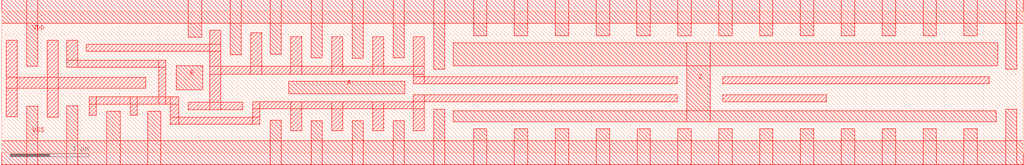
<source format=lef>
# LEF file generated by Abstract Generator version 5.5.9 on Apr 28 16:11:38 2004
#
# Contains LEF for all bins.
# Options:   [ ] Antenna
#            [x] Geometry
#            [x] Technology

VERSION 5.7 ;
#NAMESCASESENSITIVE ON ;
BUSBITCHARS "[]" ;
DIVIDERCHAR "/" ;

PROPERTYDEFINITIONS
  LAYER LEF57_SPACING STRING ;
END PROPERTYDEFINITIONS

PROPERTYDEFINITIONS
  LAYER LEF57_SPACINGTABLE STRING ;
END PROPERTYDEFINITIONS

UNITS
  DATABASE MICRONS 2000 ;
END UNITS

USEMINSPACING OBS OFF ;
#USEMINSPACING PIN OFF ;
CLEARANCEMEASURE EUCLIDEAN ;

MANUFACTURINGGRID 0.005 ;

LAYER DIFF 
  TYPE MASTERSLICE ;
END DIFF 

LAYER PO1
  TYPE MASTERSLICE ;
END PO1

LAYER LLHVT
  TYPE IMPLANT ;
  SPACING 0.20  ;
  WIDTH 0.36 ;
END LLHVT

LAYER LLLVT
  TYPE IMPLANT ;
  SPACING 0.20  ;
  WIDTH 0.36 ;
END LLLVT

LAYER CONT
  TYPE CUT ;
  ANTENNAAREARATIO 10 ;
END CONT

LAYER ME1
  TYPE ROUTING ;
  DIRECTION HORIZONTAL ;
  PITCH 0.20 ;
  OFFSET 0.0 ;
  WIDTH 0.09 ;
  SPACINGTABLE PARALLELRUNLENGTH 0 0.5 2.8 WIDTH 0 0.09 0.09 0.09 WIDTH 0.5 0.09 0.16 0.16 WIDTH 2.8 0.09 0.16 0.3 ;
  MAXWIDTH 12 ;
  RESISTANCE RPERSQ 0.17 ;
  CAPACITANCE CPERSQDIST 3.0334e-04 ;
  EDGECAPACITANCE 1.0635e-04 ;
  THICKNESS 0.18 ;
  ANTENNACUMAREARATIO 5000 ;
  ANTENNACUMDIFFAREARATIO PWL ( ( 0 5000 ) ( 0.095 5000 ) ( 0.1 45045 ) ( 100 90000 ) ) ;
  AREA 0.042 ;
  MINENCLOSEDAREA 0.2 ;
  MINIMUMCUT 2 WIDTH 0.495 WITHIN 0.3 FROMABOVE ;
  MINIMUMCUT 3 WIDTH 0.7 WITHIN 0.3 FROMABOVE ;
  MINIMUMCUT 4 WIDTH 1.495 WITHIN 0.3 FROMABOVE ;
  MINIMUMDENSITY 15 ;
  MAXIMUMDENSITY 80 ;
  DENSITYCHECKWINDOW 50 50 ;
  DENSITYCHECKSTEP 25 ;
  FILLACTIVESPACING 0.8 ;
  MINSTEP 0.045 MAXEDGES 2 ;
  DCCURRENTDENSITY AVERAGE 1.89 ;
  ACCURRENTDENSITY RMS
   FREQUENCY	1 ;
   WIDTH	0.09 0.2 0.5 1.0 2.0 5.0 12.0 ;
   TABLEENTRIES	14.996 11.459 8.638 7.329 6.546 6.015 5.794 ;
END ME1

LAYER VI1
  TYPE CUT ;
  SPACING 0.1 ;
  SPACING 0.11 ADJACENTCUTS 3 WITHIN 0.14 ;
  ANTENNACUMAREARATIO 180 ;
  ANTENNACUMDIFFAREARATIO PWL ( ( 0 180 ) ( 0.095 180 ) ( 0.1 820 ) ( 100 20800 ) ) ;
  DCCURRENTDENSITY AVERAGE 25 ;
END VI1

LAYER ME2
  TYPE ROUTING ;
  DIRECTION VERTICAL ;
  PITCH 0.20 ;
  OFFSET 0.10 ;
  WIDTH 0.10 ;
  SPACINGTABLE PARALLELRUNLENGTH 0 0.5 1.5 WIDTH 0 0.1 0.1 0.1 WIDTH 0.5 0.1 0.16 0.16 WIDTH 2.8 0.1 0.16 0.3 ;
  MAXWIDTH 12 ;
  RESISTANCE RPERSQ 0.15 ;
  CAPACITANCE CPERSQDIST 3.6968e-04 ;
  EDGECAPACITANCE 9.1099e-05 ;
  THICKNESS 0.22 ;
  ANTENNACUMAREARATIO 5000 ;
  ANTENNACUMDIFFAREARATIO PWL ( ( 0 5000 ) ( 0.095 5000 ) ( 0.1 45045 ) ( 100 90000 ) ) ;
  AREA 0.046 ;
  MINENCLOSEDAREA 0.11 ;
  MINIMUMCUT 2 WIDTH 0.495 WITHIN 0.35 ;
  MINIMUMCUT 3 WIDTH 0.7 WITHIN 0.35 ;
  MINIMUMCUT 4 WIDTH 1.495 WITHIN 0.35 ;
  MINIMUMDENSITY 15 ;
  MAXIMUMDENSITY 80 ;
  DENSITYCHECKWINDOW 50 50 ;
  DENSITYCHECKSTEP 25 ;
  FILLACTIVESPACING 0.8 ;
  MINSTEP 0.05 MAXEDGES 2 ;
  DCCURRENTDENSITY AVERAGE 2.31 ;
  ACCURRENTDENSITY RMS
   FREQUENCY	1 ;
   WIDTH	0.1 0.2 0.5 1.0 2.0 5.0 12.0 ;
   TABLEENTRIES	13.518 10.696 7.906 6.544 5.698 5.107 4.854 ;
END ME2

LAYER VI2
  TYPE CUT ;
  SPACING 0.1 ;
  SPACING 0.11 ADJACENTCUTS 3 WITHIN 0.14 ;
  ANTENNACUMAREARATIO 180 ;
  ANTENNACUMDIFFAREARATIO PWL ( ( 0 180 ) ( 0.095 180 ) ( 0.1 820 ) ( 100 20800 ) ) ;
  DCCURRENTDENSITY AVERAGE 25 ;
END VI2

LAYER ME3
  TYPE ROUTING ;
  DIRECTION HORIZONTAL ;
  PITCH 0.20 ;
  OFFSET 0.0 ;
  WIDTH 0.10 ;
  SPACINGTABLE PARALLELRUNLENGTH 0 0.5 1.5 WIDTH 0 0.1 0.1 0.1 WIDTH 0.5 0.1 0.16 0.16 WIDTH 2.8 0.1 0.16 0.3 ;
  MAXWIDTH 12 ;
  RESISTANCE RPERSQ 0.15 ;
  CAPACITANCE CPERSQDIST 3.6968e-04 ;
  EDGECAPACITANCE 9.1106e-05 ;
  THICKNESS 0.22 ;
  ANTENNACUMAREARATIO 5000 ;
  ANTENNACUMDIFFAREARATIO PWL ( ( 0 5000 ) ( 0.095 5000 ) ( 0.1 45045 ) ( 100 90000 ) ) ;
  AREA 0.046 ;
  MINENCLOSEDAREA 0.11 ;
  MINIMUMCUT 2 WIDTH 0.495 WITHIN 0.35 ;
  MINIMUMCUT 3 WIDTH 0.7 WITHIN 0.35 ;
  MINIMUMCUT 4 WIDTH 1.495 WITHIN 0.35 ;
  MINIMUMDENSITY 15 ;
  MAXIMUMDENSITY 80 ;
  DENSITYCHECKWINDOW 50 50 ;
  DENSITYCHECKSTEP 25 ;
  FILLACTIVESPACING 0.8 ;
  MINSTEP 0.05 MAXEDGES 2 ;
  DCCURRENTDENSITY AVERAGE 2.31 ;
  ACCURRENTDENSITY RMS
   FREQUENCY	1 ;
   WIDTH	0.1 0.2 0.5 1.0 2.0 5.0 12.0 ;
   TABLEENTRIES	12.347 9.791 7.149 5.806 4.946 4.326 4.055 ;
END ME3

LAYER VI3
  TYPE CUT ;
  SPACING 0.1 ;
  SPACING 0.11 ADJACENTCUTS 3 WITHIN 0.14 ;
#  SPACING 0.005 LAYER VI2 ; # for stacked via < 4
  ANTENNACUMAREARATIO 180 ;
  ANTENNACUMDIFFAREARATIO PWL ( ( 0 180 ) ( 0.095 180 ) ( 0.1 820 ) ( 100 20800 ) ) ;
  DCCURRENTDENSITY AVERAGE 25 ;
END VI3

LAYER ME4
  TYPE ROUTING ;
  DIRECTION VERTICAL ;
  PITCH 0.20 ;
  OFFSET 0.10 ;
  WIDTH 0.10 ;
  SPACINGTABLE PARALLELRUNLENGTH 0 0.5 1.5 WIDTH 0 0.1 0.1 0.1 WIDTH 0.5 0.1 0.16 0.16 WIDTH 2.8 0.1 0.16 0.3 ;
  MAXWIDTH 12 ;
  RESISTANCE RPERSQ 0.15 ;
  CAPACITANCE CPERSQDIST 2.9723e-04 ;
  EDGECAPACITANCE 9.9944e-05 ;
  THICKNESS 0.22 ;
  ANTENNACUMAREARATIO 5000 ;
  ANTENNACUMDIFFAREARATIO PWL ( ( 0 5000 ) ( 0.095 5000 ) ( 0.1 45045 ) ( 100 90000 ) ) ;
  AREA 0.046 ;
  MINENCLOSEDAREA 0.11 ;
  MINIMUMCUT 2 WIDTH 0.495 WITHIN 0.35 FROMBELOW ;
  MINIMUMCUT 3 WIDTH 0.7 WITHIN 0.35 FROMBELOW ;
  MINIMUMCUT 4 WIDTH 1.495 WITHIN 0.35 FROMBELOW ;
  MINIMUMCUT 2 WIDTH 0.995 WITHIN 0.6 FROMABOVE ; #
  MINIMUMCUT 3 WIDTH 1.395 WITHIN 0.6 FROMABOVE ; #
  MINIMUMCUT 4 WIDTH 2.995 WITHIN 0.6 FROMABOVE ; #
  MINIMUMDENSITY 15 ;
  MAXIMUMDENSITY 80 ;
  DENSITYCHECKWINDOW 50 50 ;
  DENSITYCHECKSTEP 25 ;
  FILLACTIVESPACING 0.8 ;
  MINSTEP 0.05 MAXEDGES 2 ;
  DCCURRENTDENSITY AVERAGE 2.31 ;
  ACCURRENTDENSITY RMS
   FREQUENCY	1 ;
   WIDTH	0.1 0.2 0.5 1.0 2.0 5.0 12.0 ;
   TABLEENTRIES	11.641 9.262 6.716 5.383 4.507 3.862 3.574 ;
END ME4

LAYER VI4
  TYPE CUT ;
  SPACING 0.2 ;
  ANTENNACUMAREARATIO 180 ;
  ANTENNACUMDIFFAREARATIO PWL ( ( 0 180 ) ( 0.095 180 ) ( 0.1 820 ) ( 100 20800 ) ) ;
  DCCURRENTDENSITY AVERAGE 9.75 ;
END VI4

LAYER ME5
  TYPE ROUTING ;
  DIRECTION HORIZONTAL ;
  PITCH 0.4 ;
  OFFSET 0.0 ;
  WIDTH 0.20 ;
  SPACINGTABLE PARALLELRUNLENGTH 0 1.5 4.5 WIDTH 0 0.2 0.2 0.2 WIDTH 2 0.2 0.35 0.35 WIDTH 8 0.2 0.35 0.84 ;
  MAXWIDTH 12 ;
  RESISTANCE RPERSQ 0.07 ;
  CAPACITANCE CPERSQDIST 2.2816e-04 ;
  EDGECAPACITANCE 1.0339e-04 ;
  THICKNESS 0.36 ;
  ANTENNACUMAREARATIO 5000 ;
  ANTENNACUMDIFFAREARATIO PWL ( ( 0 5000 ) ( 0.095 5000 ) ( 0.1 45045 ) ( 100 90000 ) ) ;
  AREA 0.10 ;
  MINENCLOSEDAREA 0.31 ;
  MINIMUMCUT 2 WIDTH 0.995 WITHIN 0.6 ;
  MINIMUMCUT 3 WIDTH 1.395 WITHIN 0.6 ;
  MINIMUMCUT 4 WIDTH 2.995 WITHIN 0.6 ;
  MINIMUMDENSITY 15 ;
  MAXIMUMDENSITY 80 ;
  DENSITYCHECKWINDOW 50 50 ;
  DENSITYCHECKSTEP 25 ;
  FILLACTIVESPACING 0.8 ;
  MINSTEP 0.10 MAXEDGES 2 ;
  DCCURRENTDENSITY AVERAGE 4.14 ;
  ACCURRENTDENSITY RMS
   FREQUENCY	1 ;
   WIDTH	0.2 0.4 1.0 3.0 12.0 ;
   TABLEENTRIES	10.586 8.398 6.122 4.478 3.604 ;
END ME5

LAYER VI5
  TYPE CUT ;
  SPACING 0.2 ;
  ANTENNACUMAREARATIO 180 ;
  ANTENNACUMDIFFAREARATIO PWL ( ( 0 180 ) ( 0.095 180 ) ( 0.1 820 ) ( 100 20800 ) ) ;
  DCCURRENTDENSITY AVERAGE 24 ;
END VI5

LAYER ME6
  TYPE ROUTING ;
  DIRECTION VERTICAL ;
  PITCH 0.4 ;
  OFFSET 0.2 ;
  WIDTH 0.2 ;
  SPACINGTABLE PARALLELRUNLENGTH 0 1.5 4.5 WIDTH 0 0.2 0.2 0.2 WIDTH 2 0.2 0.35 0.35 WIDTH 8 0.2 0.35 0.84 ;
  MAXWIDTH 12 ;
  RESISTANCE RPERSQ 0.07 ;
  CAPACITANCE CPERSQDIST 1.7444e-04 ;
  EDGECAPACITANCE 1.0795e-04 ;
  THICKNESS 0.36 ;
  ANTENNACUMAREARATIO 5000 ;
  ANTENNACUMDIFFAREARATIO PWL ( ( 0 5000 ) ( 0.095 5000 ) ( 0.1 45045 ) ( 100 90000 ) ) ;
  AREA 0.10 ;
  MINENCLOSEDAREA 0.31 ;
  MINIMUMCUT 2 WIDTH 0.995 WITHIN 0.6 FROMBELOW ;
  MINIMUMCUT 3 WIDTH 1.395 WITHIN 0.6 FROMBELOW ;
  MINIMUMCUT 4 WIDTH 2.995 WITHIN 0.6 FROMBELOW ;
  MINIMUMDENSITY 15 ;
  MAXIMUMDENSITY 80 ;
  DENSITYCHECKWINDOW 50 50 ;
  DENSITYCHECKSTEP 25 ;
  FILLACTIVESPACING 0.8 ;
  MINSTEP 0.10 MAXEDGES 2 ;
  DCCURRENTDENSITY AVERAGE 4.14 ;
  ACCURRENTDENSITY RMS
   FREQUENCY	1 ;
   WIDTH	0.2 0.4 1.0 3.0 12.0 ;
   TABLEENTRIES	10.542 8.384 6.076 4.358 3.414 ;
END ME6

LAYER VI6
  TYPE CUT ;
  SPACING 0.4 ;
  ANTENNACUMAREARATIO 180 ;
  ANTENNACUMDIFFAREARATIO PWL ( ( 0 180 ) ( 0.095 180 ) ( 0.1 820 ) ( 100 20800 ) ) ;
  DCCURRENTDENSITY AVERAGE 24.438 ;
END VI6

LAYER ME7
  TYPE ROUTING ;
  DIRECTION HORIZONTAL ;
  PITCH 0.8 ;
  OFFSET 0.0 ;
  WIDTH 0.40 ;
  SPACINGTABLE PARALLELRUNLENGTH 0 WIDTH 0 0.4 WIDTH 4.6 0.92 ;
  MAXWIDTH 12 ;
  RESISTANCE RPERSQ 0.027 ;
  CAPACITANCE CPERSQDIST 1.2191e-04 ;
  EDGECAPACITANCE 1.1406e-04 ;
  THICKNESS 0.8 ;
  ANTENNACUMAREARATIO 5000 ;
  ANTENNACUMDIFFAREARATIO PWL ( ( 0 5000 ) ( 0.095 5000 ) ( 0.1 45045 ) ( 100 90000 ) ) ;
  AREA 0.33 ;
  MINENCLOSEDAREA 0.87 ;
  MINIMUMDENSITY 15 ;
  MAXIMUMDENSITY 80 ;
  DENSITYCHECKWINDOW 50 50 ;
  DENSITYCHECKSTEP 25 ;
  FILLACTIVESPACING 0.8 ;
  DCCURRENTDENSITY AVERAGE 9.2 ;
  ACCURRENTDENSITY RMS
   FREQUENCY	1 ;
   WIDTH	0.4 1.0 3.0 12.0 ;
   TABLEENTRIES	12.124 8.873 6.28 4.774 ;
END ME7

LAYER VI7
  TYPE CUT ;
  SPACING 0.4 ;
  ANTENNACUMAREARATIO 180 ;
  ANTENNACUMDIFFAREARATIO PWL ( ( 0 180 ) ( 0.095 180 ) ( 0.1 820 ) ( 100 20800 ) ) ;
  DCCURRENTDENSITY AVERAGE 24.438 ;
END VI7

LAYER ME8
  TYPE ROUTING ;
  DIRECTION VERTICAL ;
  PITCH 0.8 ;
  OFFSET 0.4 ;
  WIDTH 0.40 ;
  SPACINGTABLE PARALLELRUNLENGTH 0 WIDTH 0 0.4 WIDTH 4.6 0.92 ;
  MAXWIDTH 12 ;
  RESISTANCE RPERSQ 0.027 ;
  CAPACITANCE CPERSQDIST 9.0953e-05 ;
  EDGECAPACITANCE 1.1204e-04 ;
  THICKNESS 0.8 ;
  ANTENNACUMAREARATIO 5000 ;
  ANTENNACUMDIFFAREARATIO PWL ( ( 0 5000 ) ( 0.095 5000 ) ( 0.1 45045 ) ( 100 90000 ) ) ;
  AREA 0.33 ;
  MINENCLOSEDAREA 0.87 ;
  MINIMUMDENSITY 15 ;
  MAXIMUMDENSITY 80 ;
  DENSITYCHECKWINDOW 50 50 ;
  DENSITYCHECKSTEP 25 ;
  FILLACTIVESPACING 0.8 ;
  DCCURRENTDENSITY AVERAGE 9.2 ;
  ACCURRENTDENSITY RMS
   FREQUENCY	1 ;
   WIDTH	0.4 1.0 3.0 12.0 ;
   TABLEENTRIES	11.922 8.721 6.058 4.441 ;
END ME8

LAYER TMV_RDL
  TYPE CUT ;
  SPACING 2.0 ;
  ANTENNAAREARATIO 80 ;
  ANTENNADIFFAREARATIO PWL ( ( 0 80 ) ( 0.095 80 ) ( 0.1 408.3 ) ( 100 8700 ) ) ;
  DCCURRENTDENSITY AVERAGE 0.728 ;
END TMV_RDL

LAYER AL_RDL
  TYPE ROUTING ;
  DIRECTION HORIZONTAL ;
  PITCH 6.0 ;
  OFFSET 3.0 ;
  WIDTH 2.7 ;
  SPACING 1.6 ;
  SPACING 3 RANGE 35.005 200 ;
  RESISTANCE RPERSQ 0.022 ;
  CAPACITANCE CPERSQDIST 3.6e-05 ;
  EDGECAPACITANCE 2.94e-04 ;
  THICKNESS 1.2 ;
  ANTENNASIDEAREARATIO 2000 ;
  ANTENNADIFFSIDEAREARATIO PWL ( ( 0 2000 ) ( 0.095 2000 ) ( 0.1 30800 ) ( 100 830000 ) ) ;
  MINIMUMDENSITY 10 ;
  MAXIMUMDENSITY 85 ;
  DCCURRENTDENSITY AVERAGE 2.09 ;
  ACCURRENTDENSITY RMS
   FREQUENCY	1 ;
   WIDTH	2.7 6 24 ;
   TABLEENTRIES	6.657 5.265 4.106 ;
END AL_RDL

MAXVIASTACK 4 ;

VIA VIA12 DEFAULT
  LAYER ME1 ;
  RECT -0.090 -0.050 0.090 0.050 ;
  LAYER VI1 ;
  RECT -0.050 -0.050 0.050 0.050 ;
  LAYER ME2 ;
  RECT -0.050 -0.090 0.050 0.090 ;
  RESISTANCE 2.0e+00 ;
END VIA12

VIA VIA23 DEFAULT
  LAYER ME2 ;
    RECT -0.050 -0.090 0.050 0.090 ;
  LAYER VI2 ;
    RECT -0.050 -0.050 0.050 0.050 ;
  LAYER ME3 ;
    RECT -0.090 -0.050 0.090 0.050 ;
  RESISTANCE 2.0e+00 ;
END VIA23

VIA VIA34 DEFAULT
  LAYER ME3 ;
    RECT -0.090 -0.050 0.090 0.050 ;
  LAYER VI3 ;
    RECT -0.050 -0.050 0.050 0.050 ;
  LAYER ME4 ;
    RECT -0.050 -0.090 0.050 0.090 ;
  RESISTANCE 2.0e+00 ;
END VIA34

VIA VIA45 DEFAULT
  LAYER ME4 ;
    RECT -0.10 -0.130 0.10 0.130 ;
  LAYER VI4 ;
    RECT -0.10 -0.10 0.10 0.10 ;
  LAYER ME5 ;
    RECT -0.10 -0.10 0.10 0.10 ;
  RESISTANCE 8.0e-01 ;
END VIA45

VIA VIA56 DEFAULT
  LAYER ME5 ;
    RECT -0.130 -0.10 0.130 0.10 ;
  LAYER VI5 ;
    RECT -0.10 -0.10 0.10 0.10 ;
  LAYER ME6 ;
    RECT -0.10 -0.10 0.10 0.10 ;
  RESISTANCE 8.0e-01 ;
END VIA56

VIA VIA67 DEFAULT
  LAYER ME6 ;
    RECT -0.20 -0.20 0.20 0.20 ;
  LAYER VI6 ;
    RECT -0.20 -0.20 0.20 0.20 ;
  LAYER ME7 ;
    RECT -0.20 -0.20 0.20 0.20 ;
  RESISTANCE 2.0e-01 ;
END VIA67

VIA VIA78 DEFAULT
  LAYER ME7 ;
    RECT -0.20 -0.20 0.20 0.20 ;
  LAYER VI7 ;
    RECT -0.20 -0.20 0.20 0.20 ;
  LAYER ME8 ;
    RECT -0.20 -0.20 0.20 0.20 ;
  RESISTANCE 2.0e-01 ;
END VIA78

VIA VIA_TMV DEFAULT
  LAYER ME8 ;
    RECT -2.35 -2.35 2.35 2.35 ;
  LAYER TMV_RDL ;
    RECT -2.0 -2.0 2.0 2.0 ;
  LAYER AL_RDL ;
    RECT -2.5 -2.5 2.5 2.5 ;
  RESISTANCE 0.013 ;
END VIA_TMV



# vias generated from signal via rules

VIA V12_VV DEFAULT 
    LAYER ME1 ; 
	RECT -0.050000 -0.090000 0.050000 0.090000 ;
    LAYER VI1 ; 
	RECT -0.050000 -0.050000 0.050000 0.050000 ;
    LAYER ME2 ; 
	RECT -0.050000 -0.090000 0.050000 0.090000 ;
    RESISTANCE 2.000000 ;
END V12_VV
VIA V12_VH DEFAULT 
    LAYER ME1 ; 
	RECT -0.050000 -0.090000 0.050000 0.090000 ;
    LAYER VI1 ; 
	RECT -0.050000 -0.050000 0.050000 0.050000 ;
    LAYER ME2 ; 
	RECT -0.090000 -0.050000 0.090000 0.050000 ;
    RESISTANCE 2.000000 ;
END V12_VH
VIA V12_HH DEFAULT 
    LAYER ME1 ; 
	RECT -0.090000 -0.050000 0.090000 0.050000 ;
    LAYER VI1 ; 
	RECT -0.050000 -0.050000 0.050000 0.050000 ;
    LAYER ME2 ; 
	RECT -0.090000 -0.050000 0.090000 0.050000 ;
    RESISTANCE 2.000000 ;
END V12_HH
VIA V12_2x1_HV_E DEFAULT 
    LAYER ME1 ; 
	RECT -0.090000 -0.050000 0.290000 0.050000 ;
    LAYER VI1 ; 
	RECT -0.050000 -0.050000 0.050000 0.050000 ;
	RECT 0.150000 -0.050000 0.250000 0.050000 ;
    LAYER ME2 ; 
	RECT -0.050000 -0.090000 0.250000 0.090000 ;
    RESISTANCE 1.000000 ;
END V12_2x1_HV_E
VIA V12_2x1_HV_W DEFAULT 
    LAYER ME1 ; 
	RECT -0.290000 -0.050000 0.090000 0.050000 ;
    LAYER VI1 ; 
	RECT -0.250000 -0.050000 -0.150000 0.050000 ;
	RECT -0.050000 -0.050000 0.050000 0.050000 ;
    LAYER ME2 ; 
	RECT -0.250000 -0.090000 0.050000 0.090000 ;
    RESISTANCE 1.000000 ;
END V12_2x1_HV_W
VIA V12_1x2_HV_N DEFAULT 
    LAYER ME1 ; 
	RECT -0.090000 -0.050000 0.090000 0.250000 ;
    LAYER VI1 ; 
	RECT -0.050000 -0.050000 0.050000 0.050000 ;
	RECT -0.050000 0.150000 0.050000 0.250000 ;
    LAYER ME2 ; 
	RECT -0.050000 -0.090000 0.050000 0.290000 ;
    RESISTANCE 1.000000 ;
END V12_1x2_HV_N
VIA V12_1x2_HV_S DEFAULT 
    LAYER ME1 ; 
	RECT -0.090000 -0.250000 0.090000 0.050000 ;
    LAYER VI1 ; 
	RECT -0.050000 -0.250000 0.050000 -0.150000 ;
	RECT -0.050000 -0.050000 0.050000 0.050000 ;
    LAYER ME2 ; 
	RECT -0.050000 -0.290000 0.050000 0.090000 ;
    RESISTANCE 1.000000 ;
END V12_1x2_HV_S
VIA V12_3x1_HV_C DEFAULT 
    LAYER ME1 ; 
	RECT -0.290000 -0.050000 0.290000 0.050000 ;
    LAYER VI1 ; 
	RECT -0.250000 -0.050000 -0.150000 0.050000 ;
	RECT -0.050000 -0.050000 0.050000 0.050000 ;
	RECT 0.150000 -0.050000 0.250000 0.050000 ;
    LAYER ME2 ; 
	RECT -0.250000 -0.090000 0.250000 0.090000 ;
    RESISTANCE 0.666667 ;
END V12_3x1_HV_C
VIA V12_1x3_HV_C DEFAULT 
    LAYER ME1 ; 
	RECT -0.090000 -0.250000 0.090000 0.250000 ;
    LAYER VI1 ; 
	RECT -0.050000 -0.250000 0.050000 -0.150000 ;
	RECT -0.050000 -0.050000 0.050000 0.050000 ;
	RECT -0.050000 0.150000 0.050000 0.250000 ;
    LAYER ME2 ; 
	RECT -0.050000 -0.290000 0.050000 0.290000 ;
    RESISTANCE 0.666667 ;
END V12_1x3_HV_C
VIA V12_2x2_HV DEFAULT 
    LAYER ME1 ; 
	RECT -0.190000 -0.150000 0.190000 0.150000 ;
    LAYER VI1 ; 
	RECT -0.150000 -0.150000 -0.050000 -0.050000 ;
	RECT 0.050000 -0.150000 0.150000 -0.050000 ;
	RECT -0.150000 0.050000 -0.050000 0.150000 ;
	RECT 0.050000 0.050000 0.150000 0.150000 ;
    LAYER ME2 ; 
	RECT -0.150000 -0.190000 0.150000 0.190000 ;
    RESISTANCE 0.500000 ;
END V12_2x2_HV
VIA V23_HH DEFAULT 
    LAYER ME2 ; 
	RECT -0.090000 -0.050000 0.090000 0.050000 ;
    LAYER VI2 ; 
	RECT -0.050000 -0.050000 0.050000 0.050000 ;
    LAYER ME3 ; 
	RECT -0.090000 -0.050000 0.090000 0.050000 ;
    RESISTANCE 2.000000 ;
END V23_HH
VIA V23_HV DEFAULT 
    LAYER ME2 ; 
	RECT -0.090000 -0.050000 0.090000 0.050000 ;
    LAYER VI2 ; 
	RECT -0.050000 -0.050000 0.050000 0.050000 ;
    LAYER ME3 ; 
	RECT -0.050000 -0.090000 0.050000 0.090000 ;
    RESISTANCE 2.000000 ;
END V23_HV
VIA V23_VV DEFAULT 
    LAYER ME2 ; 
	RECT -0.050000 -0.090000 0.050000 0.090000 ;
    LAYER VI2 ; 
	RECT -0.050000 -0.050000 0.050000 0.050000 ;
    LAYER ME3 ; 
	RECT -0.050000 -0.090000 0.050000 0.090000 ;
    RESISTANCE 2.000000 ;
END V23_VV
VIA V23_M_NH DEFAULT 
    LAYER ME2 ; 
	RECT -0.050000 -0.090000 0.050000 0.370000 ;
    LAYER VI2 ; 
	RECT -0.050000 -0.050000 0.050000 0.050000 ;
    LAYER ME3 ; 
	RECT -0.090000 -0.050000 0.090000 0.050000 ;
    RESISTANCE 2.000000 ;
END V23_M_NH
VIA V23_M_SH DEFAULT 
    LAYER ME2 ; 
	RECT -0.050000 -0.370000 0.050000 0.090000 ;
    LAYER VI2 ; 
	RECT -0.050000 -0.050000 0.050000 0.050000 ;
    LAYER ME3 ; 
	RECT -0.090000 -0.050000 0.090000 0.050000 ;
    RESISTANCE 2.000000 ;
END V23_M_SH
VIA V23_2x1_VH_E DEFAULT 
    LAYER ME2 ; 
	RECT -0.050000 -0.090000 0.250000 0.090000 ;
    LAYER VI2 ; 
	RECT -0.050000 -0.050000 0.050000 0.050000 ;
	RECT 0.150000 -0.050000 0.250000 0.050000 ;
    LAYER ME3 ; 
	RECT -0.090000 -0.050000 0.290000 0.050000 ;
    RESISTANCE 1.000000 ;
END V23_2x1_VH_E
VIA V23_2x1_VH_W DEFAULT 
    LAYER ME2 ; 
	RECT -0.250000 -0.090000 0.050000 0.090000 ;
    LAYER VI2 ; 
	RECT -0.250000 -0.050000 -0.150000 0.050000 ;
	RECT -0.050000 -0.050000 0.050000 0.050000 ;
    LAYER ME3 ; 
	RECT -0.290000 -0.050000 0.090000 0.050000 ;
    RESISTANCE 1.000000 ;
END V23_2x1_VH_W
VIA V23_1x2_VH_N DEFAULT 
    LAYER ME2 ; 
	RECT -0.050000 -0.090000 0.050000 0.290000 ;
    LAYER VI2 ; 
	RECT -0.050000 -0.050000 0.050000 0.050000 ;
	RECT -0.050000 0.150000 0.050000 0.250000 ;
    LAYER ME3 ; 
	RECT -0.090000 -0.050000 0.090000 0.250000 ;
    RESISTANCE 1.000000 ;
END V23_1x2_VH_N
VIA V23_1x2_VH_S DEFAULT 
    LAYER ME2 ; 
	RECT -0.050000 -0.290000 0.050000 0.090000 ;
    LAYER VI2 ; 
	RECT -0.050000 -0.250000 0.050000 -0.150000 ;
	RECT -0.050000 -0.050000 0.050000 0.050000 ;
    LAYER ME3 ; 
	RECT -0.090000 -0.250000 0.090000 0.050000 ;
    RESISTANCE 1.000000 ;
END V23_1x2_VH_S
VIA V23_3x1_VH_C DEFAULT 
    LAYER ME2 ; 
	RECT -0.250000 -0.090000 0.250000 0.090000 ;
    LAYER VI2 ; 
	RECT -0.250000 -0.050000 -0.150000 0.050000 ;
	RECT -0.050000 -0.050000 0.050000 0.050000 ;
	RECT 0.150000 -0.050000 0.250000 0.050000 ;
    LAYER ME3 ; 
	RECT -0.290000 -0.050000 0.290000 0.050000 ;
    RESISTANCE 0.666667 ;
END V23_3x1_VH_C
VIA V23_1x3_VH_C DEFAULT 
    LAYER ME2 ; 
	RECT -0.050000 -0.290000 0.050000 0.290000 ;
    LAYER VI2 ; 
	RECT -0.050000 -0.250000 0.050000 -0.150000 ;
	RECT -0.050000 -0.050000 0.050000 0.050000 ;
	RECT -0.050000 0.150000 0.050000 0.250000 ;
    LAYER ME3 ; 
	RECT -0.090000 -0.250000 0.090000 0.250000 ;
    RESISTANCE 0.666667 ;
END V23_1x3_VH_C
VIA V23_2x2_VH DEFAULT 
    LAYER ME2 ; 
	RECT -0.150000 -0.190000 0.150000 0.190000 ;
    LAYER VI2 ; 
	RECT -0.150000 -0.150000 -0.050000 -0.050000 ;
	RECT 0.050000 -0.150000 0.150000 -0.050000 ;
	RECT -0.150000 0.050000 -0.050000 0.150000 ;
	RECT 0.050000 0.050000 0.150000 0.150000 ;
    LAYER ME3 ; 
	RECT -0.190000 -0.150000 0.190000 0.150000 ;
    RESISTANCE 0.500000 ;
END V23_2x2_VH
VIA V34_VV DEFAULT 
    LAYER ME3 ; 
	RECT -0.050000 -0.090000 0.050000 0.090000 ;
    LAYER VI3 ; 
	RECT -0.050000 -0.050000 0.050000 0.050000 ;
    LAYER ME4 ; 
	RECT -0.050000 -0.090000 0.050000 0.090000 ;
    RESISTANCE 2.000000 ;
END V34_VV
VIA V34_VH DEFAULT 
    LAYER ME3 ; 
	RECT -0.050000 -0.090000 0.050000 0.090000 ;
    LAYER VI3 ; 
	RECT -0.050000 -0.050000 0.050000 0.050000 ;
    LAYER ME4 ; 
	RECT -0.090000 -0.050000 0.090000 0.050000 ;
    RESISTANCE 2.000000 ;
END V34_VH
VIA V34_HH DEFAULT 
    LAYER ME3 ; 
	RECT -0.090000 -0.050000 0.090000 0.050000 ;
    LAYER VI3 ; 
	RECT -0.050000 -0.050000 0.050000 0.050000 ;
    LAYER ME4 ; 
	RECT -0.090000 -0.050000 0.090000 0.050000 ;
    RESISTANCE 2.000000 ;
END V34_HH
VIA V34_M_EV DEFAULT 
    LAYER ME3 ; 
	RECT -0.090000 -0.050000 0.370000 0.050000 ;
    LAYER VI3 ; 
	RECT -0.050000 -0.050000 0.050000 0.050000 ;
    LAYER ME4 ; 
	RECT -0.050000 -0.090000 0.050000 0.090000 ;
    RESISTANCE 2.000000 ;
END V34_M_EV
VIA V34_M_WV DEFAULT 
    LAYER ME3 ; 
	RECT -0.370000 -0.050000 0.090000 0.050000 ;
    LAYER VI3 ; 
	RECT -0.050000 -0.050000 0.050000 0.050000 ;
    LAYER ME4 ; 
	RECT -0.050000 -0.090000 0.050000 0.090000 ;
    RESISTANCE 2.000000 ;
END V34_M_WV
VIA V34_2x1_HV_E DEFAULT 
    LAYER ME3 ; 
	RECT -0.090000 -0.050000 0.290000 0.050000 ;
    LAYER VI3 ; 
	RECT -0.050000 -0.050000 0.050000 0.050000 ;
	RECT 0.150000 -0.050000 0.250000 0.050000 ;
    LAYER ME4 ; 
	RECT -0.050000 -0.090000 0.250000 0.090000 ;
    RESISTANCE 1.000000 ;
END V34_2x1_HV_E
VIA V34_2x1_HV_W DEFAULT 
    LAYER ME3 ; 
	RECT -0.290000 -0.050000 0.090000 0.050000 ;
    LAYER VI3 ; 
	RECT -0.250000 -0.050000 -0.150000 0.050000 ;
	RECT -0.050000 -0.050000 0.050000 0.050000 ;
    LAYER ME4 ; 
	RECT -0.250000 -0.090000 0.050000 0.090000 ;
    RESISTANCE 1.000000 ;
END V34_2x1_HV_W
VIA V34_1x2_HV_N DEFAULT 
    LAYER ME3 ; 
	RECT -0.090000 -0.050000 0.090000 0.250000 ;
    LAYER VI3 ; 
	RECT -0.050000 -0.050000 0.050000 0.050000 ;
	RECT -0.050000 0.150000 0.050000 0.250000 ;
    LAYER ME4 ; 
	RECT -0.050000 -0.090000 0.050000 0.290000 ;
    RESISTANCE 1.000000 ;
END V34_1x2_HV_N
VIA V34_1x2_HV_S DEFAULT 
    LAYER ME3 ; 
	RECT -0.090000 -0.250000 0.090000 0.050000 ;
    LAYER VI3 ; 
	RECT -0.050000 -0.250000 0.050000 -0.150000 ;
	RECT -0.050000 -0.050000 0.050000 0.050000 ;
    LAYER ME4 ; 
	RECT -0.050000 -0.290000 0.050000 0.090000 ;
    RESISTANCE 1.000000 ;
END V34_1x2_HV_S
VIA V34_3x1_HV_C DEFAULT 
    LAYER ME3 ; 
	RECT -0.290000 -0.050000 0.290000 0.050000 ;
    LAYER VI3 ; 
	RECT -0.250000 -0.050000 -0.150000 0.050000 ;
	RECT -0.050000 -0.050000 0.050000 0.050000 ;
	RECT 0.150000 -0.050000 0.250000 0.050000 ;
    LAYER ME4 ; 
	RECT -0.250000 -0.090000 0.250000 0.090000 ;
    RESISTANCE 0.666667 ;
END V34_3x1_HV_C
VIA V34_1x3_HV_C DEFAULT 
    LAYER ME3 ; 
	RECT -0.090000 -0.250000 0.090000 0.250000 ;
    LAYER VI3 ; 
	RECT -0.050000 -0.250000 0.050000 -0.150000 ;
	RECT -0.050000 -0.050000 0.050000 0.050000 ;
	RECT -0.050000 0.150000 0.050000 0.250000 ;
    LAYER ME4 ; 
	RECT -0.050000 -0.290000 0.050000 0.290000 ;
    RESISTANCE 0.666667 ;
END V34_1x3_HV_C
VIA V34_2x2_HV DEFAULT 
    LAYER ME3 ; 
	RECT -0.190000 -0.150000 0.190000 0.150000 ;
    LAYER VI3 ; 
	RECT -0.150000 -0.150000 -0.050000 -0.050000 ;
	RECT 0.050000 -0.150000 0.150000 -0.050000 ;
	RECT -0.150000 0.050000 -0.050000 0.150000 ;
	RECT 0.050000 0.050000 0.150000 0.150000 ;
    LAYER ME4 ; 
	RECT -0.150000 -0.190000 0.150000 0.190000 ;
    RESISTANCE 0.500000 ;
END V34_2x2_HV
VIA V45_HH DEFAULT 
    LAYER ME4 ; 
	RECT -0.130000 -0.100000 0.130000 0.100000 ;
    LAYER VI4 ; 
	RECT -0.100000 -0.100000 0.100000 0.100000 ;
    LAYER ME5 ; 
	RECT -0.100000 -0.100000 0.100000 0.100000 ;
    RESISTANCE 0.800000 ;
END V45_HH
VIA V45_2x1_VH_E DEFAULT 
    LAYER ME4 ; 
	RECT -0.100000 -0.130000 0.500000 0.130000 ;
    LAYER VI4 ; 
	RECT -0.100000 -0.100000 0.100000 0.100000 ;
	RECT 0.300000 -0.100000 0.500000 0.100000 ;
    LAYER ME5 ; 
	RECT -0.100000 -0.100000 0.500000 0.100000 ;
    RESISTANCE 0.400000 ;
END V45_2x1_VH_E
VIA V45_2x1_VH_W DEFAULT 
    LAYER ME4 ; 
	RECT -0.500000 -0.130000 0.100000 0.130000 ;
    LAYER VI4 ; 
	RECT -0.500000 -0.100000 -0.300000 0.100000 ;
	RECT -0.100000 -0.100000 0.100000 0.100000 ;
    LAYER ME5 ; 
	RECT -0.500000 -0.100000 0.100000 0.100000 ;
    RESISTANCE 0.400000 ;
END V45_2x1_VH_W
VIA V45_1x2_VH_N DEFAULT 
    LAYER ME4 ; 
	RECT -0.100000 -0.130000 0.100000 0.530000 ;
    LAYER VI4 ; 
	RECT -0.100000 -0.100000 0.100000 0.100000 ;
	RECT -0.100000 0.300000 0.100000 0.500000 ;
    LAYER ME5 ; 
	RECT -0.100000 -0.100000 0.100000 0.500000 ;
    RESISTANCE 0.400000 ;
END V45_1x2_VH_N
VIA V45_1x2_VH_S DEFAULT 
    LAYER ME4 ; 
	RECT -0.100000 -0.530000 0.100000 0.130000 ;
    LAYER VI4 ; 
	RECT -0.100000 -0.500000 0.100000 -0.300000 ;
	RECT -0.100000 -0.100000 0.100000 0.100000 ;
    LAYER ME5 ; 
	RECT -0.100000 -0.500000 0.100000 0.100000 ;
    RESISTANCE 0.400000 ;
END V45_1x2_VH_S
VIA V45_3x1_VH_C DEFAULT 
    LAYER ME4 ; 
	RECT -0.500000 -0.130000 0.500000 0.130000 ;
    LAYER VI4 ; 
	RECT -0.500000 -0.100000 -0.300000 0.100000 ;
	RECT -0.100000 -0.100000 0.100000 0.100000 ;
	RECT 0.300000 -0.100000 0.500000 0.100000 ;
    LAYER ME5 ; 
	RECT -0.500000 -0.100000 0.500000 0.100000 ;
    RESISTANCE 0.266667 ;
END V45_3x1_VH_C
VIA V45_1x3_VH_C DEFAULT 
    LAYER ME4 ; 
	RECT -0.100000 -0.530000 0.100000 0.530000 ;
    LAYER VI4 ; 
	RECT -0.100000 -0.500000 0.100000 -0.300000 ;
	RECT -0.100000 -0.100000 0.100000 0.100000 ;
	RECT -0.100000 0.300000 0.100000 0.500000 ;
    LAYER ME5 ; 
	RECT -0.100000 -0.500000 0.100000 0.500000 ;
    RESISTANCE 0.266667 ;
END V45_1x3_VH_C
VIA V45_2x2_VH DEFAULT 
    LAYER ME4 ; 
	RECT -0.300000 -0.330000 0.300000 0.330000 ;
    LAYER VI4 ; 
	RECT -0.300000 -0.300000 -0.100000 -0.100000 ;
	RECT 0.100000 -0.300000 0.300000 -0.100000 ;
	RECT -0.300000 0.100000 -0.100000 0.300000 ;
	RECT 0.100000 0.100000 0.300000 0.300000 ;
    LAYER ME5 ; 
	RECT -0.300000 -0.300000 0.300000 0.300000 ;
    RESISTANCE 0.200000 ;
END V45_2x2_VH
VIA V56_VV DEFAULT 
    LAYER ME5 ; 
	RECT -0.100000 -0.130000 0.100000 0.130000 ;
    LAYER VI5 ; 
	RECT -0.100000 -0.100000 0.100000 0.100000 ;
    LAYER ME6 ; 
	RECT -0.100000 -0.100000 0.100000 0.100000 ;
    RESISTANCE 0.800000 ;
END V56_VV
VIA V56_M_EV DEFAULT 
    LAYER ME5 ; 
	RECT -0.130000 -0.100000 0.370000 0.100000 ;
    LAYER VI5 ; 
	RECT -0.100000 -0.100000 0.100000 0.100000 ;
    LAYER ME6 ; 
	RECT -0.100000 -0.100000 0.100000 0.100000 ;
    RESISTANCE 0.800000 ;
END V56_M_EV
VIA V56_M_WV DEFAULT 
    LAYER ME5 ; 
	RECT -0.370000 -0.100000 0.130000 0.100000 ;
    LAYER VI5 ; 
	RECT -0.100000 -0.100000 0.100000 0.100000 ;
    LAYER ME6 ; 
	RECT -0.100000 -0.100000 0.100000 0.100000 ;
    RESISTANCE 0.800000 ;
END V56_M_WV
VIA V56_2x1_HV_E DEFAULT 
    LAYER ME5 ; 
	RECT -0.130000 -0.100000 0.530000 0.100000 ;
    LAYER VI5 ; 
	RECT -0.100000 -0.100000 0.100000 0.100000 ;
	RECT 0.300000 -0.100000 0.500000 0.100000 ;
    LAYER ME6 ; 
	RECT -0.100000 -0.100000 0.500000 0.100000 ;
    RESISTANCE 0.400000 ;
END V56_2x1_HV_E
VIA V56_2x1_HV_W DEFAULT 
    LAYER ME5 ; 
	RECT -0.530000 -0.100000 0.130000 0.100000 ;
    LAYER VI5 ; 
	RECT -0.500000 -0.100000 -0.300000 0.100000 ;
	RECT -0.100000 -0.100000 0.100000 0.100000 ;
    LAYER ME6 ; 
	RECT -0.500000 -0.100000 0.100000 0.100000 ;
    RESISTANCE 0.400000 ;
END V56_2x1_HV_W
VIA V56_1x2_HV_N DEFAULT 
    LAYER ME5 ; 
	RECT -0.130000 -0.100000 0.130000 0.500000 ;
    LAYER VI5 ; 
	RECT -0.100000 -0.100000 0.100000 0.100000 ;
	RECT -0.100000 0.300000 0.100000 0.500000 ;
    LAYER ME6 ; 
	RECT -0.100000 -0.100000 0.100000 0.500000 ;
    RESISTANCE 0.400000 ;
END V56_1x2_HV_N
VIA V56_1x2_HV_S DEFAULT 
    LAYER ME5 ; 
	RECT -0.130000 -0.500000 0.130000 0.100000 ;
    LAYER VI5 ; 
	RECT -0.100000 -0.500000 0.100000 -0.300000 ;
	RECT -0.100000 -0.100000 0.100000 0.100000 ;
    LAYER ME6 ; 
	RECT -0.100000 -0.500000 0.100000 0.100000 ;
    RESISTANCE 0.400000 ;
END V56_1x2_HV_S
VIA V56_3x1_HV_C DEFAULT 
    LAYER ME5 ; 
	RECT -0.530000 -0.100000 0.530000 0.100000 ;
    LAYER VI5 ; 
	RECT -0.500000 -0.100000 -0.300000 0.100000 ;
	RECT -0.100000 -0.100000 0.100000 0.100000 ;
	RECT 0.300000 -0.100000 0.500000 0.100000 ;
    LAYER ME6 ; 
	RECT -0.500000 -0.100000 0.500000 0.100000 ;
    RESISTANCE 0.266667 ;
END V56_3x1_HV_C
VIA V56_1x3_HV_C DEFAULT 
    LAYER ME5 ; 
	RECT -0.130000 -0.500000 0.130000 0.500000 ;
    LAYER VI5 ; 
	RECT -0.100000 -0.500000 0.100000 -0.300000 ;
	RECT -0.100000 -0.100000 0.100000 0.100000 ;
	RECT -0.100000 0.300000 0.100000 0.500000 ;
    LAYER ME6 ; 
	RECT -0.100000 -0.500000 0.100000 0.500000 ;
    RESISTANCE 0.266667 ;
END V56_1x3_HV_C
VIA V56_2x2_HV DEFAULT 
    LAYER ME5 ; 
	RECT -0.330000 -0.300000 0.330000 0.300000 ;
    LAYER VI5 ; 
	RECT -0.300000 -0.300000 -0.100000 -0.100000 ;
	RECT 0.100000 -0.300000 0.300000 -0.100000 ;
	RECT -0.300000 0.100000 -0.100000 0.300000 ;
	RECT 0.100000 0.100000 0.300000 0.300000 ;
    LAYER ME6 ; 
	RECT -0.300000 -0.300000 0.300000 0.300000 ;
    RESISTANCE 0.200000 ;
END V56_2x2_HV
VIA V67_2x1_VH_E DEFAULT 
    LAYER ME6 ; 
	RECT -0.200000 -0.200000 1.000000 0.200000 ;
    LAYER VI6 ; 
	RECT -0.200000 -0.200000 0.200000 0.200000 ;
	RECT 0.600000 -0.200000 1.000000 0.200000 ;
    LAYER ME7 ; 
	RECT -0.200000 -0.200000 1.000000 0.200000 ;
    RESISTANCE 0.100000 ;
END V67_2x1_VH_E
VIA V67_2x1_VH_W DEFAULT 
    LAYER ME6 ; 
	RECT -1.000000 -0.200000 0.200000 0.200000 ;
    LAYER VI6 ; 
	RECT -1.000000 -0.200000 -0.600000 0.200000 ;
	RECT -0.200000 -0.200000 0.200000 0.200000 ;
    LAYER ME7 ; 
	RECT -1.000000 -0.200000 0.200000 0.200000 ;
    RESISTANCE 0.100000 ;
END V67_2x1_VH_W
VIA V67_1x2_VH_N DEFAULT 
    LAYER ME6 ; 
	RECT -0.200000 -0.200000 0.200000 1.000000 ;
    LAYER VI6 ; 
	RECT -0.200000 -0.200000 0.200000 0.200000 ;
	RECT -0.200000 0.600000 0.200000 1.000000 ;
    LAYER ME7 ; 
	RECT -0.200000 -0.200000 0.200000 1.000000 ;
    RESISTANCE 0.100000 ;
END V67_1x2_VH_N
VIA V67_1x2_VH_S DEFAULT 
    LAYER ME6 ; 
	RECT -0.200000 -1.000000 0.200000 0.200000 ;
    LAYER VI6 ; 
	RECT -0.200000 -1.000000 0.200000 -0.600000 ;
	RECT -0.200000 -0.200000 0.200000 0.200000 ;
    LAYER ME7 ; 
	RECT -0.200000 -1.000000 0.200000 0.200000 ;
    RESISTANCE 0.100000 ;
END V67_1x2_VH_S
VIA V67_3x1_VH_C DEFAULT 
    LAYER ME6 ; 
	RECT -1.000000 -0.200000 1.000000 0.200000 ;
    LAYER VI6 ; 
	RECT -1.000000 -0.200000 -0.600000 0.200000 ;
	RECT -0.200000 -0.200000 0.200000 0.200000 ;
	RECT 0.600000 -0.200000 1.000000 0.200000 ;
    LAYER ME7 ; 
	RECT -1.000000 -0.200000 1.000000 0.200000 ;
    RESISTANCE 0.066667 ;
END V67_3x1_VH_C
VIA V67_1x3_VH_C DEFAULT 
    LAYER ME6 ; 
	RECT -0.200000 -1.000000 0.200000 1.000000 ;
    LAYER VI6 ; 
	RECT -0.200000 -1.000000 0.200000 -0.600000 ;
	RECT -0.200000 -0.200000 0.200000 0.200000 ;
	RECT -0.200000 0.600000 0.200000 1.000000 ;
    LAYER ME7 ; 
	RECT -0.200000 -1.000000 0.200000 1.000000 ;
    RESISTANCE 0.066667 ;
END V67_1x3_VH_C
VIA V67_2x2_VH DEFAULT 
    LAYER ME6 ; 
	RECT -0.600000 -0.600000 0.600000 0.600000 ;
    LAYER VI6 ; 
	RECT -0.600000 -0.600000 -0.200000 -0.200000 ;
	RECT 0.200000 -0.600000 0.600000 -0.200000 ;
	RECT -0.600000 0.200000 -0.200000 0.600000 ;
	RECT 0.200000 0.200000 0.600000 0.600000 ;
    LAYER ME7 ; 
	RECT -0.600000 -0.600000 0.600000 0.600000 ;
    RESISTANCE 0.050000 ;
END V67_2x2_VH
VIA V78_M_EV DEFAULT 
    LAYER ME7 ; 
	RECT -0.200000 -0.200000 0.625000 0.200000 ;
    LAYER VI7 ; 
	RECT -0.200000 -0.200000 0.200000 0.200000 ;
    LAYER ME8 ; 
	RECT -0.200000 -0.200000 0.200000 0.200000 ;
    RESISTANCE 0.200000 ;
END V78_M_EV
VIA V78_M_WV DEFAULT 
    LAYER ME7 ; 
	RECT -0.625000 -0.200000 0.200000 0.200000 ;
    LAYER VI7 ; 
	RECT -0.200000 -0.200000 0.200000 0.200000 ;
    LAYER ME8 ; 
	RECT -0.200000 -0.200000 0.200000 0.200000 ;
    RESISTANCE 0.200000 ;
END V78_M_WV

# end auto generated vias

VIARULE genm1m2 GENERATE
  LAYER ME1 ;
    ENCLOSURE 0.03 0 ;
  LAYER ME2 ;
    ENCLOSURE 0.03 0 ;
  LAYER VI1 ;
    RECT -0.05 -0.05 0.05 0.05 ;
    SPACING 0.24 BY 0.24 ;
END genm1m2

VIARULE genm2m3 GENERATE
  LAYER ME2 ;
    ENCLOSURE 0.03 0 ;
  LAYER ME3 ;
    ENCLOSURE 0.03 0 ;
  LAYER VI2 ;
    RECT -0.05 -0.05 0.05 0.05 ;
    SPACING 0.24 BY 0.24 ;
END genm2m3

VIARULE genm3m4 GENERATE
  LAYER ME3 ;
    ENCLOSURE 0.03 0 ;
  LAYER ME4 ;
    ENCLOSURE 0.03 0 ;
  LAYER VI3 ;
    RECT -0.05 -0.05 0.05 0.05 ;
    SPACING 0.24 BY 0.24 ;
END genm3m4

VIARULE genm4m5 GENERATE
  LAYER ME4 ;
    ENCLOSURE 0.03 0 ;
  LAYER ME5 ;
    ENCLOSURE 0 0 ;
  LAYER VI4 ;
    RECT -0.10 -0.10 0.10 0.10 ;
    SPACING 0.40 BY 0.40 ;
END genm4m5

VIARULE genm5m6 GENERATE
  LAYER ME5 ;
    ENCLOSURE 0.03 0 ;
  LAYER ME6 ;
    ENCLOSURE 0 0 ;
  LAYER VI5 ;
    RECT -0.10 -0.10 0.10 0.10 ;
    SPACING 0.40 BY 0.40 ;
END genm5m6

VIARULE genm6m7 GENERATE
  LAYER ME6 ;
    ENCLOSURE 0 0 ;
  LAYER ME7 ;
    ENCLOSURE 0 0 ;
  LAYER VI6 ;
    RECT -0.2 -0.2 0.2 0.2 ;
    SPACING 0.80 BY 0.80 ;
END genm6m7

VIARULE genm7m8 GENERATE
  LAYER ME7 ;
    ENCLOSURE 0 0 ;
  LAYER ME8 ;
    ENCLOSURE 0 0 ;
  LAYER VI7 ;
    RECT -0.2 -0.2 0.2 0.2 ;
    SPACING 0.80 BY 0.80 ;
END genm7m8

VIARULE genm8mAL_RDL GENERATE
  LAYER ME8 ;
    ENCLOSURE 0.35 0.35 ;
  LAYER AL_RDL ;
    ENCLOSURE 0.5 0.5 ;
  LAYER TMV_RDL ;
    RECT -2.0 -2.0 2.0 2.0 ;
    SPACING 6.0 BY 6.0 ;
END genm8mAL_RDL


SITE CORE
  CLASS core ;
  SYMMETRY Y ;
  SIZE 0.2 BY 1.8 ;
END CORE

MACRO XOR4M8RA
    CLASS CORE ;
    FOREIGN XOR4M8RA 0 0 ;
    ORIGIN 0.0000 0.0000 ;
    SIZE 6.6000 BY 1.8000 ;
    SYMMETRY X Y ;
    SITE CORE ;
    PIN A
        DIRECTION INPUT ;
        ANTENNAMODEL OXIDE1 ;
        ANTENNAGATEAREA 0.0792  LAYER ME1  ;
        PORT
        LAYER ME1 ;
        RECT  6.3550 0.8750 6.5500 1.1100 ;
        END
    END A
    PIN B
        DIRECTION INPUT ;
        ANTENNAMODEL OXIDE1 ;
        ANTENNAGATEAREA 0.1230  LAYER ME1  ;
        PORT
        LAYER ME1 ;
        RECT  4.6900 0.7200 5.0100 0.9800 ;
        END
    END B
    PIN C
        DIRECTION INPUT ;
        ANTENNAMODEL OXIDE1 ;
        ANTENNAGATEAREA 0.0624  LAYER ME1  ;
        PORT
        LAYER ME1 ;
        RECT  1.3850 0.9400 1.6250 1.0650 ;
        RECT  1.3850 0.7100 1.4750 1.0650 ;
        END
    END C
    PIN D
        DIRECTION INPUT ;
        ANTENNAMODEL OXIDE1 ;
        ANTENNAGATEAREA 0.0792  LAYER ME1  ;
        PORT
        LAYER ME1 ;
        RECT  0.2500 0.6900 0.3750 1.0800 ;
        END
    END D
    PIN Z
        DIRECTION OUTPUT ;
        ANTENNADIFFAREA 0.4306  LAYER ME1  ;
        PORT
        LAYER ME1 ;
        RECT  3.4750 0.5200 4.2150 0.6500 ;
        RECT  3.4150 1.0600 4.1050 1.3550 ;
        RECT  3.4150 1.0550 3.9000 1.3550 ;
        RECT  3.6250 0.5200 3.9000 1.3550 ;
        END
    END Z
    PIN VDD
        DIRECTION INOUT ;
        USE POWER ;
        SHAPE ABUTMENT ;
        PORT
        LAYER ME1 ;
        RECT  0.0000 1.6500 6.6000 1.9500 ;
        RECT  6.0050 1.4950 6.1750 1.9500 ;
        RECT  4.7600 1.3150 4.8500 1.9500 ;
        RECT  4.2350 1.0400 4.3250 1.9500 ;
        RECT  3.6750 1.4850 3.8450 1.9500 ;
        RECT  3.1550 1.4650 3.3350 1.9500 ;
        RECT  2.7100 1.4950 2.8800 1.9500 ;
        RECT  1.3950 1.6150 1.5850 1.9500 ;
        RECT  0.3100 1.4500 0.4800 1.9500 ;
        END
    END VDD
    PIN VSS
        DIRECTION INOUT ;
        USE GROUND ;
        SHAPE ABUTMENT ;
        PORT
        LAYER ME1 ;
        RECT  0.0000 -0.1500 6.6000 0.1500 ;
        RECT  6.1350 -0.1500 6.2250 0.3450 ;
        RECT  4.7600 -0.1500 4.9300 0.2200 ;
        RECT  4.3150 -0.1500 4.4850 0.2000 ;
        RECT  3.7450 -0.1500 3.9150 0.2050 ;
        RECT  3.1900 -0.1500 3.3600 0.1900 ;
        RECT  2.7350 -0.1500 2.9050 0.1900 ;
        RECT  1.4450 -0.1500 1.5350 0.6200 ;
        RECT  0.2600 0.4900 0.4800 0.5800 ;
        RECT  0.2600 -0.1500 0.3500 0.5800 ;
        END
    END VSS
    OBS
        LAYER ME1 ;
        RECT  0.6100 0.4700 0.7800 0.5600 ;
        RECT  0.6200 0.4700 0.7100 1.1250 ;
        RECT  0.5700 1.0350 0.7500 1.1250 ;
        RECT  0.0500 0.4100 0.1700 0.5800 ;
        RECT  0.0500 0.4100 0.1400 1.4900 ;
        RECT  0.0500 1.2400 0.7950 1.3300 ;
        RECT  0.7050 1.2400 0.7950 1.5500 ;
        RECT  0.0500 1.2400 0.1750 1.4900 ;
        RECT  0.7050 1.4600 0.8750 1.5500 ;
        RECT  0.4600 0.2500 0.6300 0.3500 ;
        RECT  0.4600 0.2600 1.2750 0.3500 ;
        RECT  1.1850 0.2600 1.2750 1.3050 ;
        RECT  0.8850 0.4650 1.0750 0.5550 ;
        RECT  0.9750 0.4650 1.0750 1.3300 ;
        RECT  0.8950 1.1200 1.0750 1.3300 ;
        RECT  0.9850 0.4650 1.0750 1.4850 ;
        RECT  1.5750 1.2900 1.6650 1.4850 ;
        RECT  0.9850 1.3950 1.6650 1.4850 ;
        RECT  1.7550 0.2400 1.9250 0.3300 ;
        RECT  1.7200 0.4350 1.8450 0.6050 ;
        RECT  1.7200 0.9950 1.8450 1.1700 ;
        RECT  1.7550 0.2400 1.8450 1.5400 ;
        RECT  1.7550 1.4400 1.9950 1.5400 ;
        RECT  2.9700 0.5200 3.1750 0.6100 ;
        RECT  2.4900 0.4950 2.5800 1.1750 ;
        RECT  2.9700 0.5200 3.1000 1.1750 ;
        RECT  2.4500 1.0850 3.1000 1.1750 ;
        RECT  3.1900 0.7450 3.5300 0.9150 ;
        RECT  2.2300 0.4950 2.3200 1.3750 ;
        RECT  3.1900 0.7450 3.2800 1.3750 ;
        RECT  2.2300 1.2850 3.2800 1.3750 ;
        RECT  2.0500 0.2800 2.8600 0.3700 ;
        RECT  2.7700 0.3200 5.4850 0.4100 ;
        RECT  5.3350 0.3200 5.4850 0.4900 ;
        RECT  2.0500 0.2800 2.1400 0.5300 ;
        RECT  2.7700 0.2800 2.8600 0.8950 ;
        RECT  5.3350 0.3200 5.4250 1.1950 ;
        RECT  1.9700 0.4400 2.0600 1.2800 ;
        RECT  5.7750 0.4850 5.8650 1.1950 ;
        RECT  5.5600 1.1050 5.8650 1.1950 ;
        RECT  4.4900 0.5200 4.6600 0.6100 ;
        RECT  4.4900 1.1150 5.2250 1.2050 ;
        RECT  5.1350 0.5000 5.2250 1.3950 ;
        RECT  5.0200 1.1150 5.2250 1.3950 ;
        RECT  5.9550 0.7100 6.0450 1.3950 ;
        RECT  5.0200 1.3050 6.0450 1.3950 ;
        RECT  4.4900 0.5200 4.5800 1.5100 ;
        RECT  5.5750 0.2600 6.0450 0.3500 ;
        RECT  5.9550 0.2600 6.0450 0.5650 ;
        RECT  6.3950 0.2400 6.4850 0.5650 ;
        RECT  5.9550 0.4550 6.4850 0.5650 ;
        RECT  5.5750 0.2600 5.6650 0.7150 ;
        RECT  5.5350 0.6350 5.6250 0.9200 ;
        RECT  6.1550 0.4550 6.2450 1.3400 ;
        RECT  6.1550 1.2250 6.4850 1.3400 ;
        RECT  6.3950 1.2250 6.4850 1.5050 ;
    END
END XOR4M8RA

MACRO XOR4M4RA
    CLASS CORE ;
    FOREIGN XOR4M4RA 0 0 ;
    ORIGIN 0.0000 0.0000 ;
    SIZE 5.2000 BY 1.8000 ;
    SYMMETRY X Y ;
    SITE CORE ;
    PIN A
        DIRECTION INPUT ;
        ANTENNAMODEL OXIDE1 ;
        ANTENNAGATEAREA 0.0636  LAYER ME1  ;
        PORT
        LAYER ME1 ;
        RECT  4.9900 0.6550 5.1500 0.9850 ;
        END
    END A
    PIN B
        DIRECTION INPUT ;
        ANTENNAMODEL OXIDE1 ;
        ANTENNAGATEAREA 0.0636  LAYER ME1  ;
        PORT
        LAYER ME1 ;
        RECT  3.4500 0.6400 3.5900 0.9800 ;
        END
    END B
    PIN C
        DIRECTION INPUT ;
        ANTENNAMODEL OXIDE1 ;
        ANTENNAGATEAREA 0.0624  LAYER ME1  ;
        PORT
        LAYER ME1 ;
        RECT  1.3850 0.8900 1.5500 1.1100 ;
        RECT  1.3850 0.7100 1.4750 1.1100 ;
        END
    END C
    PIN D
        DIRECTION INPUT ;
        ANTENNAMODEL OXIDE1 ;
        ANTENNAGATEAREA 0.0792  LAYER ME1  ;
        PORT
        LAYER ME1 ;
        RECT  0.2500 0.6900 0.3750 1.0800 ;
        END
    END D
    PIN Z
        DIRECTION OUTPUT ;
        ANTENNADIFFAREA 0.2120  LAYER ME1  ;
        PORT
        LAYER ME1 ;
        RECT  3.0950 1.2450 3.3500 1.3350 ;
        RECT  3.2400 0.5200 3.3500 1.3350 ;
        RECT  3.0950 0.5200 3.3500 0.6100 ;
        END
    END Z
    PIN VDD
        DIRECTION INOUT ;
        USE POWER ;
        SHAPE ABUTMENT ;
        PORT
        LAYER ME1 ;
        RECT  0.0000 1.6500 5.2000 1.9500 ;
        RECT  4.6400 1.4950 4.8100 1.9500 ;
        RECT  3.3550 1.4850 3.5250 1.9500 ;
        RECT  2.8350 1.4950 3.0050 1.9500 ;
        RECT  1.3950 1.6150 1.5850 1.9500 ;
        RECT  0.3100 1.4500 0.4800 1.9500 ;
        END
    END VDD
    PIN VSS
        DIRECTION INOUT ;
        USE GROUND ;
        SHAPE ABUTMENT ;
        PORT
        LAYER ME1 ;
        RECT  0.0000 -0.1500 5.2000 0.1500 ;
        RECT  4.7700 -0.1500 4.8600 0.3450 ;
        RECT  3.3650 -0.1500 3.5350 0.2050 ;
        RECT  2.7650 -0.1500 2.9350 0.1700 ;
        RECT  1.4450 -0.1500 1.5350 0.5050 ;
        RECT  0.2600 0.4900 0.4800 0.5800 ;
        RECT  0.2600 -0.1500 0.3500 0.5800 ;
        END
    END VSS
    OBS
        LAYER ME1 ;
        RECT  0.6100 0.4700 0.7800 0.5600 ;
        RECT  0.6200 0.4700 0.7100 1.1250 ;
        RECT  0.5700 1.0350 0.7500 1.1250 ;
        RECT  0.0500 0.4100 0.1700 0.5800 ;
        RECT  0.0500 0.4100 0.1400 1.4900 ;
        RECT  0.0500 1.2400 0.7950 1.3300 ;
        RECT  0.7050 1.2400 0.7950 1.5500 ;
        RECT  0.0500 1.2400 0.1750 1.4900 ;
        RECT  0.7050 1.4600 0.8750 1.5500 ;
        RECT  0.4600 0.2500 0.6300 0.3500 ;
        RECT  0.4600 0.2600 1.2750 0.3500 ;
        RECT  1.1850 0.2600 1.2750 1.3050 ;
        RECT  0.8850 0.4650 1.0750 0.5550 ;
        RECT  0.9750 0.4650 1.0750 1.3300 ;
        RECT  0.8950 1.1200 1.0750 1.3300 ;
        RECT  0.9850 0.4650 1.0750 1.4850 ;
        RECT  1.6400 0.7500 1.7300 1.4850 ;
        RECT  0.9850 1.3950 1.7300 1.4850 ;
        RECT  1.7400 0.3500 1.8300 0.6600 ;
        RECT  1.7400 0.5700 1.9300 0.6600 ;
        RECT  1.8400 0.5700 1.9300 1.5400 ;
        RECT  1.8200 1.1900 1.9300 1.5400 ;
        RECT  1.8200 1.4400 1.9900 1.5400 ;
        RECT  2.5200 0.4600 2.6100 1.2250 ;
        RECT  2.5200 1.1350 2.7100 1.2250 ;
        RECT  2.2200 0.4850 2.3900 0.5750 ;
        RECT  2.9600 0.7200 3.1500 0.8900 ;
        RECT  2.9600 0.7200 3.0500 1.0950 ;
        RECT  2.8250 1.0050 3.0500 1.0950 ;
        RECT  2.3000 0.4850 2.3900 1.4050 ;
        RECT  2.8250 1.0050 2.9150 1.4050 ;
        RECT  2.3000 1.3150 2.9150 1.4050 ;
        RECT  1.9900 0.2600 2.8700 0.3500 ;
        RECT  2.7800 0.3200 4.1200 0.4100 ;
        RECT  1.9900 0.2600 2.1300 0.4450 ;
        RECT  3.9700 0.3200 4.1200 0.4900 ;
        RECT  2.7800 0.2600 2.8700 0.8950 ;
        RECT  2.0400 0.2600 2.1300 1.1150 ;
        RECT  3.9700 0.3200 4.0600 1.1950 ;
        RECT  4.4100 0.4850 4.5000 1.1950 ;
        RECT  4.1950 1.1050 4.5000 1.1950 ;
        RECT  3.7400 0.5000 3.8300 1.3950 ;
        RECT  3.6550 1.1150 3.8600 1.3950 ;
        RECT  4.5900 0.7100 4.6800 1.3950 ;
        RECT  3.6550 1.3050 4.6800 1.3950 ;
        RECT  4.2100 0.2600 4.6800 0.3500 ;
        RECT  4.5900 0.2600 4.6800 0.5650 ;
        RECT  5.0300 0.2400 5.1200 0.5650 ;
        RECT  4.5900 0.4550 5.1200 0.5650 ;
        RECT  4.2100 0.2600 4.3000 0.8300 ;
        RECT  4.1700 0.7500 4.2600 0.9200 ;
        RECT  4.7900 0.4550 4.8800 1.3400 ;
        RECT  4.7900 1.2250 5.1200 1.3400 ;
        RECT  5.0300 1.2250 5.1200 1.5050 ;
    END
END XOR4M4RA

MACRO XOR4M2RA
    CLASS CORE ;
    FOREIGN XOR4M2RA 0 0 ;
    ORIGIN 0.0000 0.0000 ;
    SIZE 5.0000 BY 1.8000 ;
    SYMMETRY X Y ;
    SITE CORE ;
    PIN A
        DIRECTION INPUT ;
        ANTENNAMODEL OXIDE1 ;
        ANTENNAGATEAREA 0.0864  LAYER ME1  ;
        PORT
        LAYER ME1 ;
        RECT  4.2000 0.8550 4.7700 0.9450 ;
        RECT  4.6500 0.6700 4.7700 0.9450 ;
        RECT  4.2000 0.5400 4.2900 0.9450 ;
        END
    END A
    PIN B
        DIRECTION INPUT ;
        ANTENNAMODEL OXIDE1 ;
        ANTENNAGATEAREA 0.0648  LAYER ME1  ;
        PORT
        LAYER ME1 ;
        RECT  3.4500 0.6500 3.6400 1.0600 ;
        END
    END B
    PIN C
        DIRECTION INPUT ;
        ANTENNAMODEL OXIDE1 ;
        ANTENNAGATEAREA 0.0648  LAYER ME1  ;
        PORT
        LAYER ME1 ;
        RECT  1.4500 0.8300 1.6050 1.1100 ;
        RECT  1.5150 0.7100 1.6050 1.1100 ;
        END
    END C
    PIN D
        DIRECTION INPUT ;
        ANTENNAMODEL OXIDE1 ;
        ANTENNAGATEAREA 0.0864  LAYER ME1  ;
        PORT
        LAYER ME1 ;
        RECT  0.2300 1.1650 0.9500 1.2550 ;
        RECT  0.8600 0.8400 0.9500 1.2550 ;
        RECT  0.8450 0.5700 0.9350 0.9050 ;
        RECT  0.2300 0.8850 0.3500 1.2550 ;
        END
    END D
    PIN Z
        DIRECTION OUTPUT ;
        ANTENNADIFFAREA 0.1512  LAYER ME1  ;
        PORT
        LAYER ME1 ;
        RECT  3.2100 0.2600 3.3500 1.1300 ;
        END
    END Z
    PIN VDD
        DIRECTION INOUT ;
        USE POWER ;
        SHAPE ABUTMENT ;
        PORT
        LAYER ME1 ;
        RECT  0.0000 1.6500 5.0000 1.9500 ;
        RECT  4.5400 1.2600 4.6800 1.9500 ;
        RECT  3.4500 1.4600 3.5900 1.9500 ;
        RECT  2.0400 1.4100 2.1850 1.9500 ;
        RECT  1.4850 1.4800 1.6550 1.9500 ;
        RECT  0.3150 1.5250 0.4850 1.9500 ;
        END
    END VDD
    PIN VSS
        DIRECTION INOUT ;
        USE GROUND ;
        SHAPE ABUTMENT ;
        PORT
        LAYER ME1 ;
        RECT  0.0000 -0.1500 5.0000 0.1500 ;
        RECT  4.5650 -0.1500 4.6750 0.4400 ;
        RECT  3.4500 -0.1500 3.5800 0.5500 ;
        RECT  2.0250 -0.1500 2.1650 0.5250 ;
        RECT  1.5750 -0.1500 1.7050 0.3600 ;
        RECT  0.3000 -0.1500 0.4700 0.1800 ;
        END
    END VSS
    OBS
        LAYER ME1 ;
        RECT  0.5850 0.4500 0.7550 0.5600 ;
        RECT  0.6200 0.4500 0.7150 1.0750 ;
        RECT  0.6000 0.9600 0.7700 1.0750 ;
        RECT  0.0450 0.2600 0.1850 0.4300 ;
        RECT  0.0450 0.2600 0.1350 1.5000 ;
        RECT  0.0450 1.3450 0.7050 1.4350 ;
        RECT  0.0450 1.3450 0.1850 1.5000 ;
        RECT  0.6050 1.4300 0.8950 1.5600 ;
        RECT  0.4000 0.2700 1.4250 0.3600 ;
        RECT  0.4000 0.2700 0.4950 0.8100 ;
        RECT  1.3350 0.2700 1.4250 0.7400 ;
        RECT  0.4000 0.6400 0.5300 0.8100 ;
        RECT  1.2450 0.6500 1.3550 1.1950 ;
        RECT  1.0350 0.4500 1.2050 0.5600 ;
        RECT  1.0400 0.4500 1.1300 1.3900 ;
        RECT  1.0400 1.3000 1.7450 1.3900 ;
        RECT  1.6350 1.2200 1.7450 1.3900 ;
        RECT  0.9950 1.3450 1.1250 1.5150 ;
        RECT  2.2800 0.4950 2.4000 0.7200 ;
        RECT  2.0150 0.6300 2.4000 0.7200 ;
        RECT  2.0150 0.6300 2.1050 1.1250 ;
        RECT  2.0150 1.0150 2.5250 1.1250 ;
        RECT  1.7450 0.5200 1.8800 1.1200 ;
        RECT  1.8350 1.0300 1.9250 1.3200 ;
        RECT  2.6700 0.7600 2.7600 1.3200 ;
        RECT  1.8350 1.2150 2.7600 1.3200 ;
        RECT  2.6700 0.4400 2.9400 0.6100 ;
        RECT  2.8500 0.4400 2.9400 1.5600 ;
        RECT  2.6250 1.4500 2.9400 1.5400 ;
        RECT  2.8500 1.4700 3.1850 1.5600 ;
        RECT  2.4900 0.2600 3.1200 0.3500 ;
        RECT  2.4900 0.2600 2.5800 0.9200 ;
        RECT  2.1950 0.8100 2.5800 0.9200 ;
        RECT  3.9550 0.4400 4.0850 1.3600 ;
        RECT  3.0300 0.2600 3.1200 1.3700 ;
        RECT  3.9550 1.2350 4.1350 1.3600 ;
        RECT  3.0300 1.2700 4.1350 1.3600 ;
        RECT  3.0300 1.2700 3.1400 1.3700 ;
        RECT  3.7300 0.2600 4.4750 0.3500 ;
        RECT  4.3850 0.2600 4.4750 0.7650 ;
        RECT  4.3850 0.5950 4.5500 0.7650 ;
        RECT  3.7300 0.2600 3.8250 1.1800 ;
        RECT  4.7850 0.2950 4.9500 0.4350 ;
        RECT  4.2250 1.0350 4.9500 1.1500 ;
        RECT  4.8600 0.2950 4.9500 1.4100 ;
        RECT  4.7950 1.0350 4.9500 1.4100 ;
        RECT  4.2250 1.0350 4.3150 1.5500 ;
        RECT  4.1050 1.4600 4.3150 1.5500 ;
    END
END XOR4M2RA

MACRO XOR4M1RA
    CLASS CORE ;
    FOREIGN XOR4M1RA 0 0 ;
    ORIGIN 0.0000 0.0000 ;
    SIZE 4.8000 BY 1.8000 ;
    SYMMETRY X Y ;
    SITE CORE ;
    PIN A
        DIRECTION INPUT ;
        ANTENNAMODEL OXIDE1 ;
        ANTENNAGATEAREA 0.0600  LAYER ME1  ;
        PORT
        LAYER ME1 ;
        RECT  4.4150 0.6450 4.5700 0.9450 ;
        END
    END A
    PIN B
        DIRECTION INPUT ;
        ANTENNAMODEL OXIDE1 ;
        ANTENNAGATEAREA 0.0450  LAYER ME1  ;
        PORT
        LAYER ME1 ;
        RECT  3.2500 0.6300 3.5150 0.9100 ;
        END
    END B
    PIN C
        DIRECTION INPUT ;
        ANTENNAMODEL OXIDE1 ;
        ANTENNAGATEAREA 0.0450  LAYER ME1  ;
        PORT
        LAYER ME1 ;
        RECT  1.3400 0.6900 1.5550 1.0700 ;
        END
    END C
    PIN D
        DIRECTION INPUT ;
        ANTENNAMODEL OXIDE1 ;
        ANTENNAGATEAREA 0.0600  LAYER ME1  ;
        PORT
        LAYER ME1 ;
        RECT  0.2350 0.7300 0.4050 1.1100 ;
        END
    END D
    PIN Z
        DIRECTION OUTPUT ;
        ANTENNADIFFAREA 0.1290  LAYER ME1  ;
        PORT
        LAYER ME1 ;
        RECT  3.0500 0.3550 3.1800 0.5250 ;
        RECT  3.0500 0.3550 3.1600 1.1200 ;
        END
    END Z
    PIN VDD
        DIRECTION INOUT ;
        USE POWER ;
        SHAPE ABUTMENT ;
        PORT
        LAYER ME1 ;
        RECT  0.0000 1.6500 4.8000 1.9500 ;
        RECT  4.3450 1.2500 4.4850 1.9500 ;
        RECT  3.2750 1.6300 3.4450 1.9500 ;
        RECT  1.9750 1.4200 2.1050 1.9500 ;
        RECT  1.3750 1.6300 1.5550 1.9500 ;
        RECT  0.2950 1.4300 0.4750 1.9500 ;
        END
    END VDD
    PIN VSS
        DIRECTION INOUT ;
        USE GROUND ;
        SHAPE ABUTMENT ;
        PORT
        LAYER ME1 ;
        RECT  0.0000 -0.1500 4.8000 0.1500 ;
        RECT  4.3500 -0.1500 4.4800 0.5300 ;
        RECT  3.3350 -0.1500 3.4750 0.4950 ;
        RECT  1.9100 0.4500 2.0600 0.6200 ;
        RECT  1.9100 -0.1500 2.0000 0.6200 ;
        RECT  1.3800 -0.1500 1.5100 0.5100 ;
        RECT  0.2600 0.4700 0.4700 0.5800 ;
        RECT  0.2600 -0.1500 0.3500 0.5800 ;
        END
    END VSS
    OBS
        LAYER ME1 ;
        RECT  0.5700 0.4500 0.7400 1.1600 ;
        RECT  0.0550 0.4200 0.1700 0.5900 ;
        RECT  0.0550 0.4200 0.1450 1.4700 ;
        RECT  0.0550 1.2500 0.7750 1.3400 ;
        RECT  0.0550 1.2500 0.1900 1.4700 ;
        RECT  0.6650 1.2500 0.7750 1.5600 ;
        RECT  0.4450 0.2500 0.6150 0.3600 ;
        RECT  0.4450 0.2600 1.2200 0.3600 ;
        RECT  1.1000 0.2600 1.2200 1.3600 ;
        RECT  1.1000 1.2500 1.2700 1.3600 ;
        RECT  0.8650 0.4500 0.9800 1.5400 ;
        RECT  0.8650 1.4500 1.8750 1.5400 ;
        RECT  2.2050 0.4600 2.3750 1.1500 ;
        RECT  1.6900 0.4500 1.8200 1.3300 ;
        RECT  2.4750 0.8150 2.5650 1.3300 ;
        RECT  1.6900 1.2400 2.5650 1.3300 ;
        RECT  2.5100 0.4600 2.7450 0.5700 ;
        RECT  2.6550 0.4600 2.7450 1.5350 ;
        RECT  2.5100 1.4200 2.7450 1.5350 ;
        RECT  2.5100 1.4450 3.2350 1.5350 ;
        RECT  2.0950 0.2600 2.9500 0.3500 ;
        RECT  3.8050 0.4400 4.0100 0.5600 ;
        RECT  2.8400 0.2600 2.9500 1.3550 ;
        RECT  2.8400 1.2650 3.5000 1.3550 ;
        RECT  3.8050 1.2400 4.0100 1.3700 ;
        RECT  3.4100 1.2650 3.5000 1.5400 ;
        RECT  3.8050 0.4400 3.8950 1.5400 ;
        RECT  3.4100 1.4500 3.8950 1.5400 ;
        RECT  3.6200 0.2600 4.2600 0.3500 ;
        RECT  4.1700 0.2600 4.2600 0.9600 ;
        RECT  4.1700 0.7900 4.3050 0.9600 ;
        RECT  3.6200 0.2600 3.7100 1.3600 ;
        RECT  3.6000 1.1550 3.7100 1.3600 ;
        RECT  4.6050 0.4150 4.7500 0.5550 ;
        RECT  3.9850 0.8400 4.0750 1.1500 ;
        RECT  3.9850 1.0500 4.7500 1.1500 ;
        RECT  4.6600 0.4150 4.7500 1.3200 ;
        RECT  4.6100 1.0500 4.7500 1.3200 ;
    END
END XOR4M1RA

MACRO XOR3M8RA
    CLASS CORE ;
    FOREIGN XOR3M8RA 0 0 ;
    ORIGIN 0.0000 0.0000 ;
    SIZE 6.4000 BY 1.8000 ;
    SYMMETRY X Y ;
    SITE CORE ;
    PIN A
        DIRECTION INPUT ;
        ANTENNAMODEL OXIDE1 ;
        ANTENNAGATEAREA 0.1296  LAYER ME1  ;
        PORT
        LAYER ME1 ;
        RECT  0.0500 0.6900 0.5450 0.9100 ;
        END
    END A
    PIN B
        DIRECTION INPUT ;
        ANTENNAMODEL OXIDE1 ;
        ANTENNAGATEAREA 0.1296  LAYER ME1  ;
        PORT
        LAYER ME1 ;
        RECT  1.1600 0.6900 1.4800 0.9400 ;
        END
    END B
    PIN C
        DIRECTION INPUT ;
        ANTENNAMODEL OXIDE1 ;
        ANTENNAGATEAREA 0.1296  LAYER ME1  ;
        PORT
        LAYER ME1 ;
        RECT  2.3900 0.7950 2.9650 1.0650 ;
        END
    END C
    PIN Z
        DIRECTION OUTPUT ;
        ANTENNADIFFAREA 0.4320  LAYER ME1  ;
        PORT
        LAYER ME1 ;
        RECT  5.4150 0.4800 6.0750 0.6350 ;
        RECT  5.4400 0.9850 6.0500 1.3600 ;
        RECT  5.6550 0.4800 5.9000 1.3600 ;
        END
    END Z
    PIN VDD
        DIRECTION INOUT ;
        USE POWER ;
        SHAPE ABUTMENT ;
        PORT
        LAYER ME1 ;
        RECT  0.0000 1.6500 6.4000 1.9500 ;
        RECT  6.1950 1.0100 6.3350 1.9500 ;
        RECT  5.6750 1.4700 5.8150 1.9500 ;
        RECT  5.1400 1.2500 5.3100 1.9500 ;
        RECT  4.2500 1.6300 4.4200 1.9500 ;
        RECT  2.6650 1.3900 2.7800 1.9500 ;
        RECT  2.1100 0.9700 2.2500 1.9500 ;
        RECT  0.5600 1.4550 0.7300 1.9500 ;
        RECT  0.0550 1.0300 0.1950 1.9500 ;
        END
    END VDD
    PIN VSS
        DIRECTION INOUT ;
        USE GROUND ;
        SHAPE ABUTMENT ;
        PORT
        LAYER ME1 ;
        RECT  0.0000 -0.1500 6.4000 0.1500 ;
        RECT  6.1950 -0.1500 6.3350 0.5850 ;
        RECT  5.6750 -0.1500 5.8150 0.3700 ;
        RECT  5.1500 -0.1500 5.2950 0.3700 ;
        RECT  4.2950 -0.1500 4.4350 0.4300 ;
        RECT  2.7450 -0.1500 2.9150 0.3050 ;
        RECT  2.2850 -0.1500 2.4550 0.1700 ;
        RECT  0.5750 -0.1500 0.7150 0.4000 ;
        RECT  0.0550 -0.1500 0.1950 0.5800 ;
        END
    END VSS
    OBS
        LAYER ME1 ;
        RECT  0.3150 0.2400 0.4550 0.5800 ;
        RECT  1.4950 0.4400 1.6800 0.5600 ;
        RECT  0.3150 0.4900 0.7650 0.5800 ;
        RECT  0.3150 1.0050 0.7650 1.1100 ;
        RECT  0.6750 0.4900 0.7650 1.3450 ;
        RECT  1.5900 0.4400 1.6800 1.3450 ;
        RECT  0.6750 1.2550 1.6800 1.3450 ;
        RECT  0.3150 1.0050 0.4550 1.5450 ;
        RECT  1.7700 0.5050 2.1200 0.6450 ;
        RECT  1.7700 0.5050 1.9350 0.6800 ;
        RECT  1.8200 0.5050 1.9350 1.5400 ;
        RECT  1.1600 1.4500 1.9350 1.5400 ;
        RECT  1.1600 1.4500 1.3500 1.5600 ;
        RECT  0.8750 0.2600 2.3600 0.3500 ;
        RECT  2.2700 0.2600 2.3600 0.6850 ;
        RECT  2.2700 0.5950 3.2100 0.6850 ;
        RECT  3.0950 0.5950 3.2100 0.8700 ;
        RECT  0.8750 0.2600 0.9850 1.1650 ;
        RECT  0.8750 1.0300 1.4250 1.1650 ;
        RECT  4.0200 0.2600 4.1900 0.7100 ;
        RECT  3.8850 0.5400 4.6000 0.7100 ;
        RECT  3.8850 0.5400 4.0450 1.1400 ;
        RECT  3.3000 0.2600 3.8300 0.3500 ;
        RECT  3.7000 0.2600 3.8300 0.4550 ;
        RECT  2.4800 0.4150 3.3900 0.5050 ;
        RECT  4.9950 0.7450 5.1150 0.9150 ;
        RECT  4.1550 0.8250 5.1150 0.9150 ;
        RECT  3.7000 0.2600 3.7950 1.3200 ;
        RECT  3.3000 0.2600 3.3900 1.3000 ;
        RECT  2.4050 1.1750 3.3900 1.3000 ;
        RECT  4.1550 0.8250 4.2500 1.3200 ;
        RECT  3.7000 1.2300 4.2500 1.3200 ;
        RECT  2.4050 1.1750 2.5450 1.5200 ;
        RECT  4.6900 0.3700 4.8150 0.5500 ;
        RECT  4.6900 0.4600 5.3250 0.5500 ;
        RECT  5.2350 0.7250 5.5450 0.8950 ;
        RECT  5.2350 0.4600 5.3250 1.1300 ;
        RECT  4.4500 1.0250 5.3250 1.1300 ;
        RECT  3.4800 0.4400 3.5900 1.5000 ;
        RECT  4.4500 1.0250 4.6200 1.5000 ;
        RECT  2.8850 1.4100 4.6200 1.5000 ;
    END
END XOR3M8RA

MACRO XOR3M6RA
    CLASS CORE ;
    FOREIGN XOR3M6RA 0 0 ;
    ORIGIN 0.0000 0.0000 ;
    SIZE 6.2000 BY 1.8000 ;
    SYMMETRY X Y ;
    SITE CORE ;
    PIN C
        DIRECTION INPUT ;
        ANTENNAMODEL OXIDE1 ;
        ANTENNAGATEAREA 0.0978  LAYER ME1  ;
        PORT
        LAYER ME1 ;
        RECT  2.3750 0.7750 2.8550 1.0500 ;
        END
    END C
    PIN A
        DIRECTION INPUT ;
        ANTENNAMODEL OXIDE1 ;
        ANTENNAGATEAREA 0.0978  LAYER ME1  ;
        PORT
        LAYER ME1 ;
        RECT  0.0500 0.6900 0.5450 0.9100 ;
        END
    END A
    PIN B
        DIRECTION INPUT ;
        ANTENNAMODEL OXIDE1 ;
        ANTENNAGATEAREA 0.1032  LAYER ME1  ;
        PORT
        LAYER ME1 ;
        RECT  0.9450 0.5950 1.2550 0.9100 ;
        END
    END B
    PIN Z
        DIRECTION OUTPUT ;
        ANTENNADIFFAREA 0.3888  LAYER ME1  ;
        PORT
        LAYER ME1 ;
        RECT  5.4750 0.4800 6.1350 0.6350 ;
        RECT  5.5000 0.9850 6.1100 1.3600 ;
        RECT  5.7000 0.4800 5.9600 1.3600 ;
        END
    END Z
    PIN VDD
        DIRECTION INOUT ;
        USE POWER ;
        SHAPE ABUTMENT ;
        PORT
        LAYER ME1 ;
        RECT  0.0000 1.6500 6.2000 1.9500 ;
        RECT  5.7350 1.4700 5.8750 1.9500 ;
        RECT  4.9400 1.2250 5.3400 1.5150 ;
        RECT  5.0400 1.2250 5.2300 1.9500 ;
        RECT  4.1400 1.4750 4.3100 1.9500 ;
        RECT  2.6250 1.3750 2.7650 1.9500 ;
        RECT  2.1150 1.0800 2.2550 1.9500 ;
        RECT  0.5600 1.4500 0.7300 1.9500 ;
        RECT  0.0550 1.1450 0.1950 1.9500 ;
        END
    END VDD
    PIN VSS
        DIRECTION INOUT ;
        USE GROUND ;
        SHAPE ABUTMENT ;
        PORT
        LAYER ME1 ;
        RECT  0.0000 -0.1500 6.2000 0.1500 ;
        RECT  5.7350 -0.1500 5.8750 0.3700 ;
        RECT  5.2150 -0.1500 5.3550 0.3900 ;
        RECT  4.1550 -0.1500 4.2950 0.4050 ;
        RECT  2.6100 -0.1500 2.7800 0.3050 ;
        RECT  2.0850 -0.1500 2.2550 0.1700 ;
        RECT  0.5750 -0.1500 0.7150 0.4000 ;
        RECT  0.0550 -0.1500 0.1950 0.4450 ;
        END
    END VSS
    OBS
        LAYER ME1 ;
        RECT  0.3000 0.2700 0.4700 0.5800 ;
        RECT  0.3000 0.4900 0.7650 0.5800 ;
        RECT  1.5450 0.4400 1.7150 0.5800 ;
        RECT  1.5450 0.4400 1.6350 1.3600 ;
        RECT  0.6750 0.4900 0.7650 1.3600 ;
        RECT  1.5450 1.0300 1.7600 1.3600 ;
        RECT  0.3150 1.2550 1.7600 1.3600 ;
        RECT  0.3150 1.1500 0.4550 1.4900 ;
        RECT  1.8150 0.4650 1.9700 0.9200 ;
        RECT  1.7650 0.7500 1.9700 0.9200 ;
        RECT  1.8550 0.4650 1.9700 1.5400 ;
        RECT  1.1650 1.4500 1.9700 1.5400 ;
        RECT  1.1650 1.4500 1.3350 1.5600 ;
        RECT  1.3450 0.2600 2.2100 0.3500 ;
        RECT  1.0300 0.3250 1.4350 0.4600 ;
        RECT  2.1200 0.2600 2.2100 0.6650 ;
        RECT  2.1200 0.5750 3.0750 0.6650 ;
        RECT  2.9600 0.5750 3.0750 0.8150 ;
        RECT  1.3450 0.2600 1.4350 1.1650 ;
        RECT  1.0300 1.0400 1.4350 1.1650 ;
        RECT  3.8800 0.2400 4.0500 0.6250 ;
        RECT  3.8800 0.5150 4.4850 0.6250 ;
        RECT  3.8150 0.5500 4.0250 0.8550 ;
        RECT  3.8550 0.5500 4.0250 1.0250 ;
        RECT  3.1650 0.2600 3.7200 0.3500 ;
        RECT  2.3500 0.3950 3.2550 0.4850 ;
        RECT  4.1600 0.7600 5.1850 0.8700 ;
        RECT  3.6250 0.2600 3.7200 1.2050 ;
        RECT  4.1600 0.7600 4.2500 1.2050 ;
        RECT  3.6250 1.1150 4.2500 1.2050 ;
        RECT  2.3650 1.1600 3.2550 1.2650 ;
        RECT  2.3650 1.1600 2.5200 1.5150 ;
        RECT  3.1650 0.2600 3.2550 1.5300 ;
        RECT  2.8750 1.1600 3.2550 1.5300 ;
        RECT  4.5200 0.2900 5.0000 0.4100 ;
        RECT  4.9100 0.2900 5.0000 0.5700 ;
        RECT  4.9100 0.4800 5.3800 0.5700 ;
        RECT  5.2900 0.7250 5.6100 0.8950 ;
        RECT  5.2900 0.4800 5.3800 1.0900 ;
        RECT  4.3650 0.9600 5.3800 1.0900 ;
        RECT  4.3650 0.9600 4.4750 1.3850 ;
        RECT  3.3450 1.2950 4.4750 1.3850 ;
        RECT  3.3450 0.4400 3.4950 1.5150 ;
    END
END XOR3M6RA

MACRO XOR3M4RA
    CLASS CORE ;
    FOREIGN XOR3M4RA 0 0 ;
    ORIGIN 0.0000 0.0000 ;
    SIZE 3.8000 BY 1.8000 ;
    SYMMETRY X Y ;
    SITE CORE ;
    PIN A
        DIRECTION INPUT ;
        ANTENNAMODEL OXIDE1 ;
        ANTENNAGATEAREA 0.0648  LAYER ME1  ;
        PORT
        LAYER ME1 ;
        RECT  1.2500 0.6550 1.3500 1.1050 ;
        END
    END A
    PIN B
        DIRECTION INPUT ;
        ANTENNAMODEL OXIDE1 ;
        ANTENNAGATEAREA 0.0678  LAYER ME1  ;
        PORT
        LAYER ME1 ;
        RECT  0.0500 0.6650 0.1850 0.9900 ;
        END
    END B
    PIN C
        DIRECTION INPUT ;
        ANTENNAMODEL OXIDE1 ;
        ANTENNAGATEAREA 0.0648  LAYER ME1  ;
        PORT
        LAYER ME1 ;
        RECT  2.7900 0.6550 2.9500 0.9300 ;
        END
    END C
    PIN Z
        DIRECTION OUTPUT ;
        ANTENNADIFFAREA 0.2160  LAYER ME1  ;
        PORT
        LAYER ME1 ;
        RECT  3.2300 0.2700 3.3500 1.5300 ;
        END
    END Z
    PIN VDD
        DIRECTION INOUT ;
        USE POWER ;
        SHAPE ABUTMENT ;
        PORT
        LAYER ME1 ;
        RECT  0.0000 1.6500 3.8000 1.9500 ;
        RECT  3.4900 1.0000 3.5800 1.9500 ;
        RECT  2.8900 1.0400 3.0000 1.9500 ;
        RECT  1.8750 1.1900 1.9650 1.9500 ;
        RECT  1.7500 1.1900 1.9650 1.2800 ;
        RECT  1.3750 1.6250 1.5450 1.9500 ;
        RECT  0.3000 1.3000 0.4700 1.9500 ;
        END
    END VDD
    PIN VSS
        DIRECTION INOUT ;
        USE GROUND ;
        SHAPE ABUTMENT ;
        PORT
        LAYER ME1 ;
        RECT  0.0000 -0.1500 3.8000 0.1500 ;
        RECT  3.4900 -0.1500 3.5800 0.6000 ;
        RECT  2.9700 -0.1500 3.0600 0.3450 ;
        RECT  1.8050 -0.1500 1.9750 0.5100 ;
        RECT  1.4350 -0.1500 1.5750 0.2850 ;
        RECT  0.3000 -0.1500 0.4700 0.3750 ;
        END
    END VSS
    OBS
        LAYER ME1 ;
        RECT  0.0800 0.3050 0.1700 0.5550 ;
        RECT  0.0800 0.4650 0.3650 0.5550 ;
        RECT  0.6850 0.7900 0.7750 1.0750 ;
        RECT  0.2750 0.9850 0.7750 1.0750 ;
        RECT  0.2750 0.4650 0.3650 1.1900 ;
        RECT  0.0800 1.1000 0.3650 1.1900 ;
        RECT  0.0800 1.1000 0.1700 1.3900 ;
        RECT  0.5800 0.2600 1.2150 0.3500 ;
        RECT  1.0700 0.2600 1.2150 0.5450 ;
        RECT  0.5800 0.2600 0.6750 0.5900 ;
        RECT  0.4550 0.5000 0.6750 0.5900 ;
        RECT  0.4550 0.5000 0.5450 0.8750 ;
        RECT  1.0700 0.2600 1.1600 1.3550 ;
        RECT  1.0700 1.1850 1.1850 1.3550 ;
        RECT  0.7700 1.3000 0.9550 1.3900 ;
        RECT  0.8650 0.4400 0.9550 1.5350 ;
        RECT  0.8650 1.4450 1.7800 1.5350 ;
        RECT  1.5850 0.6100 2.3000 0.7000 ;
        RECT  2.2100 0.6100 2.3000 0.8700 ;
        RECT  1.5850 0.4900 1.6750 1.1300 ;
        RECT  1.5400 0.9300 1.6750 1.1300 ;
        RECT  1.9100 0.7900 2.0800 1.0800 ;
        RECT  2.0750 0.9900 2.1650 1.4950 ;
        RECT  2.6100 0.4850 2.7000 1.4950 ;
        RECT  2.0750 1.4050 2.7000 1.4950 ;
        RECT  2.2950 0.2850 2.8800 0.3750 ;
        RECT  2.7900 0.2850 2.8800 0.5450 ;
        RECT  2.7900 0.4550 3.1300 0.5450 ;
        RECT  3.0400 0.4550 3.1300 0.9200 ;
        RECT  2.4100 0.2850 2.5000 1.2650 ;
        RECT  2.2950 1.1750 2.5000 1.2650 ;
    END
END XOR3M4RA

MACRO XOR3M2RA
    CLASS CORE ;
    FOREIGN XOR3M2RA 0 0 ;
    ORIGIN 0.0000 0.0000 ;
    SIZE 3.4000 BY 1.8000 ;
    SYMMETRY X Y ;
    SITE CORE ;
    PIN A
        DIRECTION INPUT ;
        ANTENNAMODEL OXIDE1 ;
        ANTENNAGATEAREA 0.0636  LAYER ME1  ;
        PORT
        LAYER ME1 ;
        RECT  1.2500 0.6550 1.3500 1.1050 ;
        END
    END A
    PIN B
        DIRECTION INPUT ;
        ANTENNAMODEL OXIDE1 ;
        ANTENNAGATEAREA 0.0636  LAYER ME1  ;
        PORT
        LAYER ME1 ;
        RECT  0.0500 0.6650 0.1850 0.9900 ;
        END
    END B
    PIN C
        DIRECTION INPUT ;
        ANTENNAMODEL OXIDE1 ;
        ANTENNAGATEAREA 0.0648  LAYER ME1  ;
        PORT
        LAYER ME1 ;
        RECT  2.7900 0.6550 2.9500 0.9300 ;
        END
    END C
    PIN Z
        DIRECTION OUTPUT ;
        ANTENNADIFFAREA 0.1728  LAYER ME1  ;
        PORT
        LAYER ME1 ;
        RECT  3.2300 0.2700 3.3500 1.5300 ;
        END
    END Z
    PIN VDD
        DIRECTION INOUT ;
        USE POWER ;
        SHAPE ABUTMENT ;
        PORT
        LAYER ME1 ;
        RECT  0.0000 1.6500 3.4000 1.9500 ;
        RECT  2.8900 1.0400 3.0000 1.9500 ;
        RECT  1.8400 1.1900 1.9300 1.9500 ;
        RECT  1.7500 1.1900 1.9300 1.2800 ;
        RECT  1.3250 1.6250 1.4950 1.9500 ;
        RECT  0.3000 1.3000 0.4700 1.9500 ;
        END
    END VDD
    PIN VSS
        DIRECTION INOUT ;
        USE GROUND ;
        SHAPE ABUTMENT ;
        PORT
        LAYER ME1 ;
        RECT  0.0000 -0.1500 3.4000 0.1500 ;
        RECT  2.9700 -0.1500 3.0600 0.3450 ;
        RECT  1.8050 -0.1500 1.9750 0.5100 ;
        RECT  1.4350 -0.1500 1.5750 0.2850 ;
        RECT  0.3000 -0.1500 0.4700 0.3750 ;
        END
    END VSS
    OBS
        LAYER ME1 ;
        RECT  0.0800 0.3050 0.1700 0.5550 ;
        RECT  0.0800 0.4650 0.3650 0.5550 ;
        RECT  0.6850 0.7900 0.7750 1.0750 ;
        RECT  0.2750 0.9850 0.7750 1.0750 ;
        RECT  0.2750 0.4650 0.3650 1.1900 ;
        RECT  0.0800 1.1000 0.3650 1.1900 ;
        RECT  0.0800 1.1000 0.1700 1.3900 ;
        RECT  0.5800 0.2600 1.2150 0.3500 ;
        RECT  1.0700 0.2600 1.2150 0.5450 ;
        RECT  0.5800 0.2600 0.6750 0.5900 ;
        RECT  0.4550 0.5000 0.6750 0.5900 ;
        RECT  0.4550 0.5000 0.5450 0.8750 ;
        RECT  1.0700 0.2600 1.1600 1.3550 ;
        RECT  1.0700 1.1850 1.1850 1.3550 ;
        RECT  0.7700 1.3000 0.9550 1.3900 ;
        RECT  0.8650 0.4400 0.9550 1.5350 ;
        RECT  0.8650 1.4450 1.7450 1.5350 ;
        RECT  1.5850 0.6100 2.3000 0.7000 ;
        RECT  2.2100 0.6100 2.3000 0.8700 ;
        RECT  1.5850 0.4800 1.6750 1.0200 ;
        RECT  1.5400 0.9300 1.6300 1.1900 ;
        RECT  1.9100 0.7900 2.0800 1.0800 ;
        RECT  2.0400 0.9900 2.1300 1.4950 ;
        RECT  2.6100 0.4600 2.7000 1.4950 ;
        RECT  2.0400 1.4050 2.7000 1.4950 ;
        RECT  2.2950 0.2600 2.8800 0.3500 ;
        RECT  2.7900 0.2600 2.8800 0.5450 ;
        RECT  2.7900 0.4550 3.1300 0.5450 ;
        RECT  3.0400 0.4550 3.1300 0.9200 ;
        RECT  2.4100 0.2600 2.5000 1.2650 ;
        RECT  2.2950 1.1750 2.5000 1.2650 ;
    END
END XOR3M2RA

MACRO XOR3M1RA
    CLASS CORE ;
    FOREIGN XOR3M1RA 0 0 ;
    ORIGIN 0.0000 0.0000 ;
    SIZE 3.4000 BY 1.8000 ;
    SYMMETRY X Y ;
    SITE CORE ;
    PIN A
        DIRECTION INPUT ;
        ANTENNAMODEL OXIDE1 ;
        ANTENNAGATEAREA 0.0318  LAYER ME1  ;
        PORT
        LAYER ME1 ;
        RECT  1.2500 0.6550 1.3500 1.1050 ;
        END
    END A
    PIN B
        DIRECTION INPUT ;
        ANTENNAMODEL OXIDE1 ;
        ANTENNAGATEAREA 0.0636  LAYER ME1  ;
        PORT
        LAYER ME1 ;
        RECT  0.0500 0.6650 0.1850 0.9900 ;
        END
    END B
    PIN C
        DIRECTION INPUT ;
        ANTENNAMODEL OXIDE1 ;
        ANTENNAGATEAREA 0.0318  LAYER ME1  ;
        PORT
        LAYER ME1 ;
        RECT  2.7700 0.6600 3.0350 0.8500 ;
        END
    END C
    PIN Z
        DIRECTION OUTPUT ;
        ANTENNADIFFAREA 0.0848  LAYER ME1  ;
        PORT
        LAYER ME1 ;
        RECT  3.1450 0.2700 3.2350 1.3550 ;
        RECT  3.0500 0.2700 3.2350 0.5500 ;
        END
    END Z
    PIN VDD
        DIRECTION INOUT ;
        USE POWER ;
        SHAPE ABUTMENT ;
        PORT
        LAYER ME1 ;
        RECT  0.0000 1.6500 3.4000 1.9500 ;
        RECT  2.8350 1.5750 3.0050 1.9500 ;
        RECT  1.8850 1.1400 1.9750 1.9500 ;
        RECT  1.7950 1.1400 1.9750 1.2300 ;
        RECT  1.3000 1.6250 1.4700 1.9500 ;
        RECT  0.3000 1.3000 0.4700 1.9500 ;
        END
    END VDD
    PIN VSS
        DIRECTION INOUT ;
        USE GROUND ;
        SHAPE ABUTMENT ;
        PORT
        LAYER ME1 ;
        RECT  0.0000 -0.1500 3.4000 0.1500 ;
        RECT  2.8500 -0.1500 2.9400 0.4800 ;
        RECT  1.8450 -0.1500 1.9350 0.5650 ;
        RECT  1.4100 -0.1500 1.5000 0.3100 ;
        RECT  0.3000 -0.1500 0.4700 0.3750 ;
        END
    END VSS
    OBS
        LAYER ME1 ;
        RECT  0.0800 0.3050 0.1700 0.5550 ;
        RECT  0.0800 0.4650 0.3650 0.5550 ;
        RECT  0.6850 0.7900 0.7750 1.0750 ;
        RECT  0.2750 0.9850 0.7750 1.0750 ;
        RECT  0.2750 0.4650 0.3650 1.1900 ;
        RECT  0.0800 1.1000 0.3650 1.1900 ;
        RECT  0.0800 1.1000 0.1700 1.3900 ;
        RECT  0.5800 0.2600 1.2150 0.3500 ;
        RECT  1.0700 0.2600 1.2150 0.5450 ;
        RECT  0.5800 0.2600 0.6750 0.5900 ;
        RECT  0.4550 0.5000 0.6750 0.5900 ;
        RECT  0.4550 0.5000 0.5450 0.8750 ;
        RECT  1.0700 0.2600 1.1600 1.3300 ;
        RECT  0.7700 1.2300 0.9550 1.3200 ;
        RECT  0.8650 0.4400 0.9550 1.5350 ;
        RECT  0.8650 1.4450 1.7900 1.5350 ;
        RECT  2.2100 0.7100 2.3000 1.0200 ;
        RECT  1.5850 0.9300 2.3000 1.0200 ;
        RECT  1.5850 0.4650 1.6750 1.1900 ;
        RECT  2.0250 0.2800 2.6800 0.3700 ;
        RECT  2.0250 0.2800 2.1150 0.8350 ;
        RECT  1.9100 0.7450 2.1150 0.8350 ;
        RECT  2.5900 0.2800 2.6800 1.3050 ;
        RECT  2.2750 0.4800 2.4800 0.5700 ;
        RECT  2.3900 0.4800 2.4800 1.4850 ;
        RECT  2.3300 1.3050 2.4800 1.4850 ;
        RECT  2.9550 0.9600 3.0450 1.4850 ;
        RECT  2.3300 1.3950 3.0450 1.4850 ;
    END
END XOR3M1RA

MACRO XOR3M0RA
    CLASS CORE ;
    FOREIGN XOR3M0RA 0 0 ;
    ORIGIN 0.0000 0.0000 ;
    SIZE 3.4000 BY 1.8000 ;
    SYMMETRY X Y ;
    SITE CORE ;
    PIN A
        DIRECTION INPUT ;
        ANTENNAMODEL OXIDE1 ;
        ANTENNAGATEAREA 0.0270  LAYER ME1  ;
        PORT
        LAYER ME1 ;
        RECT  1.2500 0.6550 1.3500 1.1050 ;
        END
    END A
    PIN B
        DIRECTION INPUT ;
        ANTENNAMODEL OXIDE1 ;
        ANTENNAGATEAREA 0.0540  LAYER ME1  ;
        PORT
        LAYER ME1 ;
        RECT  0.0500 0.6650 0.1850 0.9900 ;
        END
    END B
    PIN C
        DIRECTION INPUT ;
        ANTENNAMODEL OXIDE1 ;
        ANTENNAGATEAREA 0.0270  LAYER ME1  ;
        PORT
        LAYER ME1 ;
        RECT  2.7700 0.6600 3.0350 0.8500 ;
        END
    END C
    PIN Z
        DIRECTION OUTPUT ;
        ANTENNADIFFAREA 0.0720  LAYER ME1  ;
        PORT
        LAYER ME1 ;
        RECT  3.1450 0.2700 3.2350 1.3550 ;
        RECT  3.0500 0.2700 3.2350 0.5500 ;
        END
    END Z
    PIN VDD
        DIRECTION INOUT ;
        USE POWER ;
        SHAPE ABUTMENT ;
        PORT
        LAYER ME1 ;
        RECT  0.0000 1.6500 3.4000 1.9500 ;
        RECT  2.8350 1.5750 3.0050 1.9500 ;
        RECT  1.8850 1.1400 1.9750 1.9500 ;
        RECT  1.7950 1.1400 1.9750 1.2300 ;
        RECT  1.3000 1.6250 1.4700 1.9500 ;
        RECT  0.3000 1.3000 0.4700 1.9500 ;
        END
    END VDD
    PIN VSS
        DIRECTION INOUT ;
        USE GROUND ;
        SHAPE ABUTMENT ;
        PORT
        LAYER ME1 ;
        RECT  0.0000 -0.1500 3.4000 0.1500 ;
        RECT  2.8500 -0.1500 2.9400 0.5050 ;
        RECT  1.8450 -0.1500 1.9350 0.5650 ;
        RECT  1.4100 -0.1500 1.5000 0.3100 ;
        RECT  0.3000 -0.1500 0.4700 0.3750 ;
        END
    END VSS
    OBS
        LAYER ME1 ;
        RECT  0.0800 0.2750 0.1700 0.5550 ;
        RECT  0.0800 0.4650 0.3650 0.5550 ;
        RECT  0.6850 0.7900 0.7750 1.0750 ;
        RECT  0.2750 0.9850 0.7750 1.0750 ;
        RECT  0.2750 0.4650 0.3650 1.1900 ;
        RECT  0.0800 1.1000 0.3650 1.1900 ;
        RECT  0.0800 1.1000 0.1700 1.3900 ;
        RECT  0.5800 0.2600 1.1600 0.3500 ;
        RECT  1.0700 0.4350 1.2550 0.5250 ;
        RECT  0.5800 0.2600 0.6750 0.5900 ;
        RECT  0.4550 0.5000 0.6750 0.5900 ;
        RECT  0.4550 0.5000 0.5450 0.8750 ;
        RECT  1.0700 0.2600 1.1600 1.3300 ;
        RECT  0.7700 1.2300 0.9550 1.3200 ;
        RECT  0.8650 0.4400 0.9550 1.5350 ;
        RECT  0.8650 1.4450 1.7900 1.5350 ;
        RECT  2.2100 0.7100 2.3000 1.0200 ;
        RECT  1.5850 0.9300 2.3000 1.0200 ;
        RECT  1.5850 0.4400 1.6750 1.2300 ;
        RECT  2.0250 0.2800 2.6800 0.3700 ;
        RECT  2.0250 0.2800 2.1150 0.8350 ;
        RECT  1.9100 0.7450 2.1150 0.8350 ;
        RECT  2.5900 0.2800 2.6800 1.3050 ;
        RECT  2.2750 0.4800 2.4800 0.5700 ;
        RECT  2.3900 0.4800 2.4800 1.4850 ;
        RECT  2.3300 1.2650 2.4800 1.4850 ;
        RECT  2.9550 0.9600 3.0450 1.4850 ;
        RECT  2.3300 1.3950 3.0450 1.4850 ;
    END
END XOR3M0RA

MACRO XOR2M8RA
    CLASS CORE ;
    FOREIGN XOR2M8RA 0 0 ;
    ORIGIN 0.0000 0.0000 ;
    SIZE 4.2000 BY 1.8000 ;
    SYMMETRY X Y ;
    SITE CORE ;
    PIN A
        DIRECTION INPUT ;
        ANTENNAPARTIALMETALAREA 0.0792  LAYER ME1  ;
        ANTENNAMODEL OXIDE1 ;
        ANTENNAGATEAREA 0.1740  LAYER ME1  ;
        ANTENNAMAXAREACAR 0.4552  LAYER ME1  ;
        PORT
        LAYER ME1 ;
        RECT  2.6400 0.6700 2.8750 0.9500 ;
        END
    END A
    PIN B
        DIRECTION INPUT ;
        ANTENNAMODEL OXIDE1 ;
        ANTENNAGATEAREA 0.1944  LAYER ME1  ;
        PORT
        LAYER ME1 ;
        RECT  0.1200 0.6800 0.4800 0.9150 ;
        END
    END B
    PIN Z
        DIRECTION OUTPUT ;
        ANTENNADIFFAREA 0.4300  LAYER ME1  ;
        PORT
        LAYER ME1 ;
        RECT  3.7400 0.2550 3.8550 1.5600 ;
        RECT  3.2350 0.9850 3.8550 1.0850 ;
        RECT  3.6000 0.5150 3.8550 1.0850 ;
        RECT  3.2350 0.5150 3.8550 0.6250 ;
        RECT  3.2350 0.9850 3.3450 1.5600 ;
        RECT  3.2350 0.2450 3.3450 0.6250 ;
        END
    END Z
    PIN VDD
        DIRECTION INOUT ;
        USE POWER ;
        SHAPE ABUTMENT ;
        PORT
        LAYER ME1 ;
        RECT  0.0000 1.6500 4.2000 1.9500 ;
        RECT  4.0050 0.9700 4.1150 1.9500 ;
        RECT  3.4850 1.2000 3.5950 1.9500 ;
        RECT  2.9350 1.4550 3.1050 1.9500 ;
        RECT  0.8200 1.4550 0.9500 1.9500 ;
        RECT  0.3300 1.2250 0.4400 1.9500 ;
        END
    END VDD
    PIN VSS
        DIRECTION INOUT ;
        USE GROUND ;
        SHAPE ABUTMENT ;
        PORT
        LAYER ME1 ;
        RECT  0.0000 -0.1500 4.2000 0.1500 ;
        RECT  4.0050 -0.1500 4.1150 0.6150 ;
        RECT  3.4850 -0.1500 3.5950 0.3600 ;
        RECT  2.8650 -0.1500 3.0550 0.1900 ;
        RECT  0.8500 -0.1500 0.9600 0.5900 ;
        RECT  0.3300 -0.1500 0.4400 0.3600 ;
        END
    END VSS
    OBS
        LAYER ME1 ;
        RECT  1.1200 0.2600 1.7700 0.3500 ;
        RECT  1.1200 0.2600 1.2100 1.1650 ;
        RECT  1.1200 1.0750 1.3300 1.1650 ;
        RECT  1.2400 1.0750 1.3300 1.3600 ;
        RECT  1.2400 1.2700 1.8100 1.3600 ;
        RECT  1.5250 0.6400 1.9650 0.7300 ;
        RECT  1.8750 0.6400 1.9650 0.9700 ;
        RECT  1.8750 0.8800 2.1650 0.9700 ;
        RECT  0.0800 0.3250 0.1700 0.5700 ;
        RECT  2.0850 0.4550 2.3450 0.5450 ;
        RECT  0.0800 0.4800 0.7000 0.5700 ;
        RECT  0.5900 0.7100 1.0300 0.8950 ;
        RECT  0.0700 1.0250 0.7000 1.1150 ;
        RECT  2.2550 0.4550 2.3450 1.2000 ;
        RECT  0.5900 0.2600 0.7000 1.3650 ;
        RECT  0.5900 1.2750 1.1300 1.3650 ;
        RECT  1.0400 1.2750 1.1300 1.5400 ;
        RECT  2.1850 1.0950 2.2950 1.5400 ;
        RECT  0.0700 1.0250 0.1800 1.4850 ;
        RECT  1.0400 1.4500 2.2950 1.5400 ;
        RECT  2.4350 0.4600 2.7600 0.5500 ;
        RECT  2.4350 0.4600 2.5250 1.1500 ;
        RECT  2.4350 1.0600 2.8450 1.1500 ;
        RECT  1.8750 0.2600 2.5250 0.3500 ;
        RECT  2.4500 0.2800 3.0750 0.3700 ;
        RECT  1.3050 0.4400 1.5100 0.5500 ;
        RECT  1.8750 0.2600 1.9650 0.5500 ;
        RECT  1.3050 0.4600 1.9650 0.5500 ;
        RECT  1.3050 0.4400 1.4150 0.9250 ;
        RECT  2.9850 0.7850 3.4900 0.8750 ;
        RECT  1.3050 0.8300 1.5100 0.9250 ;
        RECT  1.4200 0.8300 1.5100 1.1600 ;
        RECT  1.4200 1.0700 2.0400 1.1600 ;
        RECT  1.9350 1.0700 2.0400 1.3000 ;
        RECT  2.9850 0.2800 3.0750 1.3300 ;
        RECT  2.4450 1.2400 3.0750 1.3300 ;
        RECT  2.4450 1.2400 2.5550 1.5200 ;
    END
END XOR2M8RA

MACRO XOR2M6RA
    CLASS CORE ;
    FOREIGN XOR2M6RA 0 0 ;
    ORIGIN 0.0000 0.0000 ;
    SIZE 3.4000 BY 1.8000 ;
    SYMMETRY X Y ;
    SITE CORE ;
    PIN A
        DIRECTION INPUT ;
        ANTENNAMODEL OXIDE1 ;
        ANTENNAGATEAREA 0.1056  LAYER ME1  ;
        PORT
        LAYER ME1 ;
        RECT  0.8350 0.7000 0.9800 1.1100 ;
        END
    END A
    PIN B
        DIRECTION INPUT ;
        ANTENNAMODEL OXIDE1 ;
        ANTENNAGATEAREA 0.0648  LAYER ME1  ;
        PORT
        LAYER ME1 ;
        RECT  0.0500 0.6900 0.2700 1.0250 ;
        END
    END B
    PIN Z
        DIRECTION OUTPUT ;
        ANTENNADIFFAREA 0.3888  LAYER ME1  ;
        PORT
        LAYER ME1 ;
        RECT  2.6700 0.9700 3.3300 1.3300 ;
        RECT  2.6700 0.4750 3.3300 0.6350 ;
        RECT  2.9000 0.4750 3.1200 1.3300 ;
        END
    END Z
    PIN VDD
        DIRECTION INOUT ;
        USE POWER ;
        SHAPE ABUTMENT ;
        PORT
        LAYER ME1 ;
        RECT  0.0000 1.6500 3.4000 1.9500 ;
        RECT  2.9300 1.4550 3.0700 1.9500 ;
        RECT  2.4100 1.0550 2.5500 1.9500 ;
        RECT  0.7450 1.6300 0.9150 1.9500 ;
        RECT  0.3000 1.4000 0.4700 1.9500 ;
        END
    END VDD
    PIN VSS
        DIRECTION INOUT ;
        USE GROUND ;
        SHAPE ABUTMENT ;
        PORT
        LAYER ME1 ;
        RECT  0.0000 -0.1500 3.4000 0.1500 ;
        RECT  2.9300 -0.1500 3.0700 0.3650 ;
        RECT  2.4100 -0.1500 2.5500 0.5600 ;
        RECT  0.8050 -0.1500 0.9750 0.1700 ;
        RECT  0.3150 -0.1500 0.4550 0.4200 ;
        END
    END VSS
    OBS
        LAYER ME1 ;
        RECT  1.1200 0.8100 1.2950 0.9800 ;
        RECT  1.1200 0.4400 1.2400 1.2800 ;
        RECT  0.5600 0.2600 1.4750 0.3500 ;
        RECT  0.5600 0.2600 0.7250 0.3700 ;
        RECT  0.6350 0.2600 0.7250 1.1300 ;
        RECT  1.3850 0.2600 1.4750 1.3600 ;
        RECT  0.0550 0.2600 0.1950 0.6000 ;
        RECT  1.8650 0.4400 2.0950 0.5300 ;
        RECT  0.0550 0.5100 0.5250 0.6000 ;
        RECT  2.0050 0.4400 2.0950 0.9300 ;
        RECT  0.4150 0.5100 0.5250 1.3100 ;
        RECT  0.0550 1.2000 0.5250 1.3100 ;
        RECT  0.0550 1.2200 0.9550 1.3100 ;
        RECT  0.8650 1.2200 0.9550 1.5400 ;
        RECT  0.0550 1.2000 0.1950 1.5400 ;
        RECT  2.0250 0.8400 2.2200 1.5400 ;
        RECT  0.8650 1.4500 2.2200 1.5400 ;
        RECT  1.6450 0.2600 2.2750 0.3500 ;
        RECT  2.1850 0.2600 2.2750 0.7400 ;
        RECT  2.1850 0.6500 2.4200 0.7400 ;
        RECT  2.3300 0.7350 2.7900 0.8800 ;
        RECT  1.6450 0.2600 1.7350 1.3600 ;
        RECT  1.6450 0.9900 1.9350 1.3600 ;
    END
END XOR2M6RA

MACRO XOR2M4RA
    CLASS CORE ;
    FOREIGN XOR2M4RA 0 0 ;
    ORIGIN 0.0000 0.0000 ;
    SIZE 2.2000 BY 1.8000 ;
    SYMMETRY X Y ;
    SITE CORE ;
    PIN A
        DIRECTION INPUT ;
        ANTENNAMODEL OXIDE1 ;
        ANTENNAGATEAREA 0.0804  LAYER ME1  ;
        PORT
        LAYER ME1 ;
        RECT  0.2500 0.6900 0.4700 0.9500 ;
        END
    END A
    PIN B
        DIRECTION INPUT ;
        ANTENNAMODEL OXIDE1 ;
        ANTENNAGATEAREA 0.0648  LAYER ME1  ;
        PORT
        LAYER ME1 ;
        RECT  1.4250 0.6850 1.6150 0.9100 ;
        END
    END B
    PIN Z
        DIRECTION OUTPUT ;
        ANTENNADIFFAREA 0.2160  LAYER ME1  ;
        PORT
        LAYER ME1 ;
        RECT  1.7450 1.1800 2.1500 1.2800 ;
        RECT  2.0400 0.5100 2.1500 1.2800 ;
        RECT  1.7600 0.5100 2.1500 0.6350 ;
        RECT  1.7450 1.1800 1.8850 1.5350 ;
        RECT  1.7600 0.2400 1.8700 0.6350 ;
        END
    END Z
    PIN VDD
        DIRECTION INOUT ;
        USE POWER ;
        SHAPE ABUTMENT ;
        PORT
        LAYER ME1 ;
        RECT  0.0000 1.6500 2.2000 1.9500 ;
        RECT  2.0200 1.3700 2.1300 1.9500 ;
        RECT  1.4950 1.4300 1.6050 1.9500 ;
        RECT  0.2950 1.4800 0.4650 1.9500 ;
        END
    END VDD
    PIN VSS
        DIRECTION INOUT ;
        USE GROUND ;
        SHAPE ABUTMENT ;
        PORT
        LAYER ME1 ;
        RECT  0.0000 -0.1500 2.2000 0.1500 ;
        RECT  2.0200 -0.1500 2.1300 0.4100 ;
        RECT  1.4950 -0.1500 1.6050 0.5950 ;
        RECT  0.2700 0.4900 0.4700 0.6000 ;
        RECT  0.2700 -0.1500 0.3600 0.6000 ;
        END
    END VSS
    OBS
        LAYER ME1 ;
        RECT  0.6000 0.4700 0.6900 0.9250 ;
        RECT  0.6300 0.8350 0.7200 1.2100 ;
        RECT  0.0450 0.4400 0.1800 0.6150 ;
        RECT  0.0450 0.4400 0.1350 1.3900 ;
        RECT  0.0450 1.0250 0.2000 1.3900 ;
        RECT  0.0450 1.3000 0.6650 1.3900 ;
        RECT  0.5750 1.3000 0.6650 1.5300 ;
        RECT  0.5750 1.4400 0.8850 1.5300 ;
        RECT  0.7150 1.4400 0.8850 1.5500 ;
        RECT  0.4700 0.2400 0.6400 0.3600 ;
        RECT  0.4700 0.2700 1.3350 0.3600 ;
        RECT  1.2300 0.2700 1.3350 1.1500 ;
        RECT  0.8900 0.4600 1.1150 0.5500 ;
        RECT  1.7500 0.7550 1.9000 1.0900 ;
        RECT  1.4900 1.0000 1.9000 1.0900 ;
        RECT  0.8900 0.4600 0.9800 1.3400 ;
        RECT  1.4900 1.0000 1.5800 1.3400 ;
        RECT  0.8900 1.2500 1.5800 1.3400 ;
    END
END XOR2M4RA

MACRO XOR2M3RA
    CLASS CORE ;
    FOREIGN XOR2M3RA 0 0 ;
    ORIGIN 0.0000 0.0000 ;
    SIZE 2.2000 BY 1.8000 ;
    SYMMETRY X Y ;
    SITE CORE ;
    PIN A
        DIRECTION INPUT ;
        ANTENNAMODEL OXIDE1 ;
        ANTENNAGATEAREA 0.0804  LAYER ME1  ;
        PORT
        LAYER ME1 ;
        RECT  0.2500 0.6900 0.4700 0.9500 ;
        END
    END A
    PIN B
        DIRECTION INPUT ;
        ANTENNAMODEL OXIDE1 ;
        ANTENNAGATEAREA 0.0648  LAYER ME1  ;
        PORT
        LAYER ME1 ;
        RECT  1.4250 0.6850 1.6150 0.9100 ;
        END
    END B
    PIN Z
        DIRECTION OUTPUT ;
        ANTENNADIFFAREA 0.1630  LAYER ME1  ;
        PORT
        LAYER ME1 ;
        RECT  1.7450 1.1800 2.1500 1.2800 ;
        RECT  2.0400 0.5450 2.1500 1.2800 ;
        RECT  1.7600 0.5450 2.1500 0.6350 ;
        RECT  1.7450 1.1800 1.8850 1.5350 ;
        RECT  1.7600 0.4200 1.8700 0.6350 ;
        END
    END Z
    PIN VDD
        DIRECTION INOUT ;
        USE POWER ;
        SHAPE ABUTMENT ;
        PORT
        LAYER ME1 ;
        RECT  0.0000 1.6500 2.2000 1.9500 ;
        RECT  2.0200 1.3700 2.1300 1.9500 ;
        RECT  1.4950 1.4300 1.6050 1.9500 ;
        RECT  0.2950 1.4800 0.4650 1.9500 ;
        END
    END VDD
    PIN VSS
        DIRECTION INOUT ;
        USE GROUND ;
        SHAPE ABUTMENT ;
        PORT
        LAYER ME1 ;
        RECT  0.0000 -0.1500 2.2000 0.1500 ;
        RECT  2.0050 -0.1500 2.1500 0.4550 ;
        RECT  1.4950 -0.1500 1.6050 0.5950 ;
        RECT  0.2700 0.4900 0.4700 0.6000 ;
        RECT  0.2700 -0.1500 0.3600 0.6000 ;
        END
    END VSS
    OBS
        LAYER ME1 ;
        RECT  0.6000 0.4700 0.6900 0.9250 ;
        RECT  0.6300 0.8350 0.7200 1.2100 ;
        RECT  0.0450 0.4400 0.1800 0.6150 ;
        RECT  0.0450 0.4400 0.1350 1.3900 ;
        RECT  0.0450 1.0250 0.2000 1.3900 ;
        RECT  0.0450 1.3000 0.6650 1.3900 ;
        RECT  0.5750 1.3000 0.6650 1.5300 ;
        RECT  0.5750 1.4400 0.8850 1.5300 ;
        RECT  0.7150 1.4400 0.8850 1.5500 ;
        RECT  0.4700 0.2400 0.6400 0.3600 ;
        RECT  0.4700 0.2700 1.3350 0.3600 ;
        RECT  1.2300 0.2700 1.3350 1.1500 ;
        RECT  0.8900 0.4600 1.1150 0.5500 ;
        RECT  1.7500 0.7550 1.9000 1.0900 ;
        RECT  1.4900 1.0000 1.9000 1.0900 ;
        RECT  0.8900 0.4600 0.9800 1.3400 ;
        RECT  1.4900 1.0000 1.5800 1.3400 ;
        RECT  0.8900 1.2500 1.5800 1.3400 ;
    END
END XOR2M3RA

MACRO XOR2M2RA
    CLASS CORE ;
    FOREIGN XOR2M2RA 0 0 ;
    ORIGIN 0.0000 0.0000 ;
    SIZE 2.0000 BY 1.8000 ;
    SYMMETRY X Y ;
    SITE CORE ;
    PIN A
        DIRECTION INPUT ;
        ANTENNAMODEL OXIDE1 ;
        ANTENNAGATEAREA 0.0804  LAYER ME1  ;
        PORT
        LAYER ME1 ;
        RECT  0.2500 0.6900 0.4700 0.9500 ;
        END
    END A
    PIN B
        DIRECTION INPUT ;
        ANTENNAMODEL OXIDE1 ;
        ANTENNAGATEAREA 0.0648  LAYER ME1  ;
        PORT
        LAYER ME1 ;
        RECT  1.4250 0.6550 1.5750 0.9550 ;
        END
    END B
    PIN Z
        DIRECTION OUTPUT ;
        ANTENNADIFFAREA 0.1728  LAYER ME1  ;
        PORT
        LAYER ME1 ;
        RECT  1.7300 1.2450 1.9500 1.5350 ;
        RECT  1.8500 0.4850 1.9500 1.5350 ;
        RECT  1.7600 0.2400 1.8700 0.6100 ;
        END
    END Z
    PIN VDD
        DIRECTION INOUT ;
        USE POWER ;
        SHAPE ABUTMENT ;
        PORT
        LAYER ME1 ;
        RECT  0.0000 1.6500 2.0000 1.9500 ;
        RECT  1.4950 1.4300 1.6050 1.9500 ;
        RECT  0.2950 1.4800 0.4650 1.9500 ;
        END
    END VDD
    PIN VSS
        DIRECTION INOUT ;
        USE GROUND ;
        SHAPE ABUTMENT ;
        PORT
        LAYER ME1 ;
        RECT  0.0000 -0.1500 2.0000 0.1500 ;
        RECT  1.4950 -0.1500 1.6050 0.5650 ;
        RECT  0.2700 0.4900 0.4700 0.6000 ;
        RECT  0.2700 -0.1500 0.3600 0.6000 ;
        END
    END VSS
    OBS
        LAYER ME1 ;
        RECT  0.6000 0.4700 0.6900 0.9250 ;
        RECT  0.6300 0.8350 0.7200 1.2100 ;
        RECT  0.0450 0.4400 0.1800 0.6150 ;
        RECT  0.0450 0.4400 0.1350 1.3900 ;
        RECT  0.0450 1.0250 0.2000 1.3900 ;
        RECT  0.0450 1.3000 0.6650 1.3900 ;
        RECT  0.5750 1.3000 0.6650 1.5300 ;
        RECT  0.5750 1.4400 0.8850 1.5300 ;
        RECT  0.7150 1.4400 0.8850 1.5500 ;
        RECT  0.4700 0.2400 0.6400 0.3600 ;
        RECT  0.4700 0.2700 1.3350 0.3600 ;
        RECT  1.2300 0.2700 1.3350 1.1500 ;
        RECT  0.8900 0.4600 1.1150 0.5500 ;
        RECT  1.6650 0.7450 1.7550 1.1350 ;
        RECT  1.4900 1.0450 1.7550 1.1350 ;
        RECT  0.8900 0.4600 0.9800 1.3400 ;
        RECT  1.4900 1.0450 1.5800 1.3400 ;
        RECT  0.8900 1.2500 1.5800 1.3400 ;
    END
END XOR2M2RA

MACRO XOR2M1RA
    CLASS CORE ;
    FOREIGN XOR2M1RA 0 0 ;
    ORIGIN 0.0000 0.0000 ;
    SIZE 2.0000 BY 1.8000 ;
    SYMMETRY X Y ;
    SITE CORE ;
    PIN A
        DIRECTION INPUT ;
        ANTENNAMODEL OXIDE1 ;
        ANTENNAGATEAREA 0.0660  LAYER ME1  ;
        PORT
        LAYER ME1 ;
        RECT  0.2500 0.6900 0.4700 0.9500 ;
        END
    END A
    PIN B
        DIRECTION INPUT ;
        ANTENNAMODEL OXIDE1 ;
        ANTENNAGATEAREA 0.0330  LAYER ME1  ;
        PORT
        LAYER ME1 ;
        RECT  1.4250 0.6550 1.5750 0.9550 ;
        END
    END B
    PIN Z
        DIRECTION OUTPUT ;
        ANTENNADIFFAREA 0.0880  LAYER ME1  ;
        PORT
        LAYER ME1 ;
        RECT  1.7300 1.3850 1.9500 1.5350 ;
        RECT  1.8500 0.3400 1.9500 1.5350 ;
        RECT  1.7600 0.3400 1.9500 0.5200 ;
        END
    END Z
    PIN VDD
        DIRECTION INOUT ;
        USE POWER ;
        SHAPE ABUTMENT ;
        PORT
        LAYER ME1 ;
        RECT  0.0000 1.6500 2.0000 1.9500 ;
        RECT  1.4950 1.4300 1.6050 1.9500 ;
        RECT  0.2950 1.4800 0.4650 1.9500 ;
        END
    END VDD
    PIN VSS
        DIRECTION INOUT ;
        USE GROUND ;
        SHAPE ABUTMENT ;
        PORT
        LAYER ME1 ;
        RECT  0.0000 -0.1500 2.0000 0.1500 ;
        RECT  1.4950 -0.1500 1.6050 0.5650 ;
        RECT  0.2700 0.4900 0.4700 0.6000 ;
        RECT  0.2700 -0.1500 0.3600 0.6000 ;
        END
    END VSS
    OBS
        LAYER ME1 ;
        RECT  0.6000 0.4700 0.6900 0.9250 ;
        RECT  0.6300 0.8350 0.7200 1.2100 ;
        RECT  0.0450 0.4400 0.1800 0.6150 ;
        RECT  0.0450 0.4400 0.1350 1.3900 ;
        RECT  0.0450 1.0250 0.2000 1.3900 ;
        RECT  0.0450 1.3000 0.6650 1.3900 ;
        RECT  0.5750 1.3000 0.6650 1.5300 ;
        RECT  0.5750 1.4400 0.8850 1.5300 ;
        RECT  0.7150 1.4400 0.8850 1.5500 ;
        RECT  0.4700 0.2400 0.6400 0.3600 ;
        RECT  0.4700 0.2700 1.3350 0.3600 ;
        RECT  1.2300 0.2700 1.3350 1.1500 ;
        RECT  1.1600 0.9900 1.3350 1.1500 ;
        RECT  0.8900 0.4500 1.1150 0.5400 ;
        RECT  1.6650 0.7450 1.7550 1.1350 ;
        RECT  1.4900 1.0450 1.7550 1.1350 ;
        RECT  0.8900 0.4500 0.9800 1.3400 ;
        RECT  1.4900 1.0450 1.5800 1.3400 ;
        RECT  0.8900 1.2500 1.5800 1.3400 ;
    END
END XOR2M1RA

MACRO XOR2M0RA
    CLASS CORE ;
    FOREIGN XOR2M0RA 0 0 ;
    ORIGIN 0.0000 0.0000 ;
    SIZE 2.0000 BY 1.8000 ;
    SYMMETRY X Y ;
    SITE CORE ;
    PIN A
        DIRECTION INPUT ;
        ANTENNAMODEL OXIDE1 ;
        ANTENNAGATEAREA 0.0540  LAYER ME1  ;
        PORT
        LAYER ME1 ;
        RECT  0.2500 0.6900 0.4700 0.9500 ;
        END
    END A
    PIN B
        DIRECTION INPUT ;
        ANTENNAMODEL OXIDE1 ;
        ANTENNAGATEAREA 0.0270  LAYER ME1  ;
        PORT
        LAYER ME1 ;
        RECT  1.4250 0.6550 1.5750 0.9550 ;
        END
    END B
    PIN Z
        DIRECTION OUTPUT ;
        ANTENNADIFFAREA 0.0747  LAYER ME1  ;
        PORT
        LAYER ME1 ;
        RECT  1.7300 1.3850 1.9500 1.5350 ;
        RECT  1.8500 0.3850 1.9500 1.5350 ;
        RECT  1.7600 0.3850 1.9500 0.5650 ;
        END
    END Z
    PIN VDD
        DIRECTION INOUT ;
        USE POWER ;
        SHAPE ABUTMENT ;
        PORT
        LAYER ME1 ;
        RECT  0.0000 1.6500 2.0000 1.9500 ;
        RECT  1.4950 1.4300 1.6050 1.9500 ;
        RECT  0.2950 1.4800 0.4650 1.9500 ;
        END
    END VDD
    PIN VSS
        DIRECTION INOUT ;
        USE GROUND ;
        SHAPE ABUTMENT ;
        PORT
        LAYER ME1 ;
        RECT  0.0000 -0.1500 2.0000 0.1500 ;
        RECT  1.4950 -0.1500 1.6050 0.5650 ;
        RECT  0.2700 0.4900 0.4700 0.6000 ;
        RECT  0.2700 -0.1500 0.3600 0.6000 ;
        END
    END VSS
    OBS
        LAYER ME1 ;
        RECT  0.6000 0.4700 0.6900 0.9250 ;
        RECT  0.6300 0.8350 0.7200 1.2100 ;
        RECT  0.0450 0.4400 0.1800 0.6150 ;
        RECT  0.0450 0.4400 0.1350 1.3900 ;
        RECT  0.0450 1.1050 0.2000 1.3900 ;
        RECT  0.0450 1.3000 0.6650 1.3900 ;
        RECT  0.5750 1.3000 0.6650 1.5300 ;
        RECT  0.5750 1.4400 0.8850 1.5300 ;
        RECT  0.7150 1.4400 0.8850 1.5500 ;
        RECT  0.4700 0.2400 0.6400 0.3600 ;
        RECT  0.4700 0.2700 1.3350 0.3600 ;
        RECT  1.2300 0.2700 1.3350 1.1500 ;
        RECT  1.1600 0.9900 1.3350 1.1500 ;
        RECT  0.8900 0.4500 1.1150 0.5400 ;
        RECT  1.6650 0.7450 1.7550 1.1350 ;
        RECT  1.4900 1.0450 1.7550 1.1350 ;
        RECT  0.8900 0.4500 0.9800 1.3400 ;
        RECT  1.4900 1.0450 1.5800 1.3400 ;
        RECT  0.8900 1.2500 1.5800 1.3400 ;
    END
END XOR2M0RA

MACRO XNR4M8RA
    CLASS CORE ;
    FOREIGN XNR4M8RA 0 0 ;
    ORIGIN 0.0000 0.0000 ;
    SIZE 5.6000 BY 1.8000 ;
    SYMMETRY X Y ;
    SITE CORE ;
    PIN A
        DIRECTION INPUT ;
        ANTENNAMODEL OXIDE1 ;
        ANTENNAGATEAREA 0.0708  LAYER ME1  ;
        PORT
        LAYER ME1 ;
        RECT  5.2000 0.6700 5.3500 0.9600 ;
        END
    END A
    PIN B
        DIRECTION INPUT ;
        ANTENNAMODEL OXIDE1 ;
        ANTENNAGATEAREA 0.0630  LAYER ME1  ;
        PORT
        LAYER ME1 ;
        RECT  4.0500 0.6800 4.1800 1.0800 ;
        END
    END B
    PIN C
        DIRECTION INPUT ;
        ANTENNAMODEL OXIDE1 ;
        ANTENNAGATEAREA 0.0624  LAYER ME1  ;
        PORT
        LAYER ME1 ;
        RECT  1.3700 0.9400 1.6200 1.0650 ;
        RECT  1.3700 0.7100 1.4600 1.0650 ;
        END
    END C
    PIN D
        DIRECTION INPUT ;
        ANTENNAMODEL OXIDE1 ;
        ANTENNAGATEAREA 0.0642  LAYER ME1  ;
        PORT
        LAYER ME1 ;
        RECT  0.2500 0.6900 0.3750 1.0800 ;
        END
    END D
    PIN Z
        DIRECTION OUTPUT ;
        ANTENNADIFFAREA 0.4192  LAYER ME1  ;
        PORT
        LAYER ME1 ;
        RECT  3.1700 1.0050 3.7800 1.1750 ;
        RECT  3.1500 0.4500 3.7600 0.6200 ;
        RECT  3.4200 0.4500 3.6200 1.1750 ;
        END
    END Z
    PIN VDD
        DIRECTION INOUT ;
        USE POWER ;
        SHAPE ABUTMENT ;
        PORT
        LAYER ME1 ;
        RECT  0.0000 1.6500 5.6000 1.9500 ;
        RECT  5.1200 1.4500 5.2900 1.9500 ;
        RECT  3.9100 1.4850 4.0800 1.9500 ;
        RECT  3.4000 1.4650 3.5500 1.9500 ;
        RECT  2.8700 1.4800 3.0400 1.9500 ;
        RECT  1.8700 1.4350 1.9600 1.9500 ;
        RECT  1.3800 1.6150 1.5500 1.9500 ;
        RECT  0.3100 1.4500 0.4800 1.9500 ;
        END
    END VDD
    PIN VSS
        DIRECTION INOUT ;
        USE GROUND ;
        SHAPE ABUTMENT ;
        PORT
        LAYER ME1 ;
        RECT  0.0000 -0.1500 5.6000 0.1500 ;
        RECT  5.0000 0.3950 5.1700 0.4850 ;
        RECT  5.0400 -0.1500 5.1300 0.4850 ;
        RECT  3.9050 -0.1500 4.0850 0.1850 ;
        RECT  3.3700 -0.1500 3.5400 0.3250 ;
        RECT  2.8250 -0.1500 2.9150 0.3050 ;
        RECT  1.8150 0.4900 2.0250 0.5800 ;
        RECT  1.8150 -0.1500 1.9050 0.5800 ;
        RECT  1.4650 -0.1500 1.6350 0.2800 ;
        RECT  0.2600 0.4900 0.4800 0.5800 ;
        RECT  0.2600 -0.1500 0.3500 0.5800 ;
        END
    END VSS
    OBS
        LAYER ME1 ;
        RECT  0.6000 0.4800 0.7800 0.5700 ;
        RECT  0.6200 0.4800 0.7100 1.1350 ;
        RECT  0.5700 1.0450 0.7500 1.1350 ;
        RECT  0.0500 0.4100 0.1700 0.5800 ;
        RECT  0.0500 0.4100 0.1400 1.4900 ;
        RECT  0.0500 1.2500 0.7600 1.3400 ;
        RECT  0.6700 1.2500 0.7600 1.5600 ;
        RECT  0.0500 1.2500 0.1750 1.4900 ;
        RECT  0.6700 1.3900 0.7850 1.5600 ;
        RECT  0.4600 0.2500 0.6300 0.3500 ;
        RECT  0.4600 0.2600 1.2600 0.3500 ;
        RECT  1.1300 0.2600 1.2600 1.3000 ;
        RECT  1.1100 1.2100 1.2800 1.3000 ;
        RECT  0.8700 0.4650 1.0400 0.5550 ;
        RECT  0.8800 0.4650 0.9800 1.5200 ;
        RECT  0.8800 1.4300 1.7600 1.5200 ;
        RECT  2.1550 0.4650 2.2450 1.1500 ;
        RECT  1.6350 0.4800 1.7250 0.7800 ;
        RECT  1.6350 0.6900 1.8300 0.7800 ;
        RECT  1.7400 0.6900 1.8300 1.3400 ;
        RECT  1.5550 1.2000 1.8300 1.3400 ;
        RECT  1.5550 1.2400 2.1950 1.3400 ;
        RECT  2.1050 1.2400 2.1950 1.5500 ;
        RECT  2.1050 1.4600 2.4000 1.5500 ;
        RECT  2.3750 0.4850 2.5100 1.3450 ;
        RECT  2.3750 0.7200 2.8700 1.0900 ;
        RECT  2.3750 0.7200 2.5550 1.3450 ;
        RECT  2.0150 0.2500 2.1850 0.3550 ;
        RECT  2.0150 0.2650 2.7150 0.3550 ;
        RECT  3.8700 0.2750 4.5850 0.3650 ;
        RECT  2.6250 0.2650 2.7150 0.6000 ;
        RECT  2.6250 0.4950 3.0600 0.6000 ;
        RECT  2.9600 0.4950 3.0600 1.3550 ;
        RECT  2.6450 1.2500 3.0600 1.3550 ;
        RECT  4.4950 0.2750 4.5850 1.3400 ;
        RECT  3.8700 0.2750 3.9600 1.3550 ;
        RECT  2.6450 1.2650 3.9600 1.3550 ;
        RECT  4.7800 0.3950 4.8700 0.6700 ;
        RECT  4.7800 0.5800 4.9650 0.6700 ;
        RECT  4.8750 0.5800 4.9650 1.1650 ;
        RECT  4.1900 0.4750 4.3850 0.5650 ;
        RECT  4.2950 0.4750 4.3850 1.5400 ;
        RECT  4.1800 1.2100 4.3850 1.5400 ;
        RECT  4.1800 1.4500 4.9900 1.5400 ;
        RECT  5.2750 0.4300 5.5300 0.5200 ;
        RECT  4.6750 0.8000 4.7650 1.3600 ;
        RECT  5.4300 1.1650 5.5300 1.3600 ;
        RECT  5.4400 0.4300 5.5300 1.3600 ;
        RECT  4.6750 1.2700 5.5300 1.3600 ;
    END
END XNR4M8RA

MACRO XNR4M4RA
    CLASS CORE ;
    FOREIGN XNR4M4RA 0 0 ;
    ORIGIN 0.0000 0.0000 ;
    SIZE 5.0000 BY 1.8000 ;
    SYMMETRY X Y ;
    SITE CORE ;
    PIN A
        DIRECTION INPUT ;
        ANTENNAMODEL OXIDE1 ;
        ANTENNAGATEAREA 0.0708  LAYER ME1  ;
        PORT
        LAYER ME1 ;
        RECT  4.6000 0.6900 4.7550 1.0050 ;
        END
    END A
    PIN B
        DIRECTION INPUT ;
        ANTENNAMODEL OXIDE1 ;
        ANTENNAGATEAREA 0.0648  LAYER ME1  ;
        PORT
        LAYER ME1 ;
        RECT  3.4500 0.7450 3.5950 0.9150 ;
        RECT  3.4500 0.4800 3.5500 0.9150 ;
        END
    END B
    PIN C
        DIRECTION INPUT ;
        ANTENNAMODEL OXIDE1 ;
        ANTENNAGATEAREA 0.0624  LAYER ME1  ;
        PORT
        LAYER ME1 ;
        RECT  1.3700 0.9400 1.6200 1.0650 ;
        RECT  1.3700 0.7100 1.4600 1.0650 ;
        END
    END C
    PIN D
        DIRECTION INPUT ;
        ANTENNAMODEL OXIDE1 ;
        ANTENNAGATEAREA 0.0642  LAYER ME1  ;
        PORT
        LAYER ME1 ;
        RECT  0.2500 0.6900 0.3750 1.0800 ;
        END
    END D
    PIN Z
        DIRECTION OUTPUT ;
        ANTENNADIFFAREA 0.2140  LAYER ME1  ;
        PORT
        LAYER ME1 ;
        RECT  3.1300 1.0100 3.3500 1.1000 ;
        RECT  3.2500 0.4650 3.3500 1.1000 ;
        RECT  3.1450 0.4650 3.3500 0.6350 ;
        END
    END Z
    PIN VDD
        DIRECTION INOUT ;
        USE POWER ;
        SHAPE ABUTMENT ;
        PORT
        LAYER ME1 ;
        RECT  0.0000 1.6500 5.0000 1.9500 ;
        RECT  4.4750 1.4500 4.6450 1.9500 ;
        RECT  3.4300 1.4550 3.5200 1.9500 ;
        RECT  2.8700 1.4800 3.0400 1.9500 ;
        RECT  1.8700 1.4350 1.9600 1.9500 ;
        RECT  1.3800 1.6150 1.5500 1.9500 ;
        RECT  0.3100 1.4500 0.4800 1.9500 ;
        END
    END VDD
    PIN VSS
        DIRECTION INOUT ;
        USE GROUND ;
        SHAPE ABUTMENT ;
        PORT
        LAYER ME1 ;
        RECT  0.0000 -0.1500 5.0000 0.1500 ;
        RECT  4.4500 0.5100 4.7200 0.6000 ;
        RECT  4.6300 -0.1500 4.7200 0.6000 ;
        RECT  3.4050 -0.1500 3.4950 0.3600 ;
        RECT  2.8000 -0.1500 2.8900 0.3050 ;
        RECT  1.8150 0.4900 2.0250 0.5800 ;
        RECT  1.8150 -0.1500 1.9050 0.5800 ;
        RECT  1.4650 -0.1500 1.6350 0.2800 ;
        RECT  0.2600 0.4900 0.4800 0.5800 ;
        RECT  0.2600 -0.1500 0.3500 0.5800 ;
        END
    END VSS
    OBS
        LAYER ME1 ;
        RECT  0.6000 0.4800 0.7800 0.5700 ;
        RECT  0.6200 0.4800 0.7100 1.1350 ;
        RECT  0.5700 1.0450 0.7500 1.1350 ;
        RECT  0.0500 0.4100 0.1700 0.5800 ;
        RECT  0.0500 0.4100 0.1400 1.4900 ;
        RECT  0.0500 1.2500 0.7600 1.3400 ;
        RECT  0.6700 1.2500 0.7600 1.5600 ;
        RECT  0.0500 1.2500 0.1750 1.4900 ;
        RECT  0.6700 1.3900 0.7850 1.5600 ;
        RECT  0.4600 0.2500 0.6300 0.3500 ;
        RECT  0.4600 0.2600 1.2600 0.3500 ;
        RECT  1.1300 0.2600 1.2600 1.3000 ;
        RECT  1.1100 1.2100 1.2800 1.3000 ;
        RECT  0.8700 0.4650 1.0400 0.5550 ;
        RECT  0.8800 0.4650 0.9800 1.5200 ;
        RECT  0.8800 1.4300 1.7600 1.5200 ;
        RECT  2.1550 0.4650 2.2450 1.1500 ;
        RECT  1.6350 0.4800 1.7250 0.7800 ;
        RECT  1.6350 0.6900 1.8300 0.7800 ;
        RECT  1.7400 0.6900 1.8300 1.3400 ;
        RECT  1.5550 1.2000 1.8300 1.3400 ;
        RECT  1.5550 1.2400 2.1950 1.3400 ;
        RECT  2.1050 1.2400 2.1950 1.5500 ;
        RECT  2.1050 1.4600 2.4000 1.5500 ;
        RECT  2.3750 0.4850 2.5100 1.3450 ;
        RECT  2.3750 0.7200 2.8450 0.8900 ;
        RECT  2.3750 0.7200 2.5550 1.3450 ;
        RECT  2.0150 0.2500 2.1850 0.3550 ;
        RECT  2.0150 0.2650 2.6900 0.3550 ;
        RECT  2.6000 0.2650 2.6900 0.6000 ;
        RECT  2.6000 0.4950 3.0250 0.6000 ;
        RECT  3.9250 0.4600 4.0400 0.6300 ;
        RECT  3.9500 0.4600 4.0400 1.3150 ;
        RECT  2.9350 1.2250 4.0500 1.3150 ;
        RECT  3.9500 1.1450 4.0500 1.3150 ;
        RECT  2.9350 0.4950 3.0250 1.3500 ;
        RECT  2.6450 1.2600 3.0250 1.3500 ;
        RECT  4.1550 0.4450 4.3250 0.5350 ;
        RECT  4.2300 0.4450 4.3200 1.1650 ;
        RECT  4.3500 0.2500 4.5200 0.3500 ;
        RECT  3.6850 0.2600 4.5200 0.3500 ;
        RECT  3.6850 0.2600 3.7950 0.5750 ;
        RECT  3.6650 0.4050 3.7950 0.5750 ;
        RECT  3.7050 0.2600 3.7950 1.1300 ;
        RECT  3.6900 0.9600 3.7950 1.1300 ;
        RECT  4.8100 0.4000 4.9550 0.5700 ;
        RECT  4.8100 1.1650 4.9550 1.3600 ;
        RECT  4.8650 0.4000 4.9550 1.3600 ;
        RECT  4.2650 1.2700 4.9550 1.3600 ;
        RECT  4.2650 1.2700 4.3550 1.5400 ;
        RECT  4.0700 1.4500 4.3550 1.5400 ;
    END
END XNR4M4RA

MACRO XNR4M2RA
    CLASS CORE ;
    FOREIGN XNR4M2RA 0 0 ;
    ORIGIN 0.0000 0.0000 ;
    SIZE 5.0000 BY 1.8000 ;
    SYMMETRY X Y ;
    SITE CORE ;
    PIN A
        DIRECTION INPUT ;
        ANTENNAMODEL OXIDE1 ;
        ANTENNAGATEAREA 0.0864  LAYER ME1  ;
        PORT
        LAYER ME1 ;
        RECT  4.2050 0.8550 4.7750 0.9450 ;
        RECT  4.6350 0.6700 4.7750 0.9450 ;
        RECT  4.2050 0.5400 4.2950 0.9450 ;
        END
    END A
    PIN B
        DIRECTION INPUT ;
        ANTENNAMODEL OXIDE1 ;
        ANTENNAGATEAREA 0.0648  LAYER ME1  ;
        PORT
        LAYER ME1 ;
        RECT  3.4400 0.6800 3.7050 0.9200 ;
        END
    END B
    PIN C
        DIRECTION INPUT ;
        ANTENNAMODEL OXIDE1 ;
        ANTENNAGATEAREA 0.0648  LAYER ME1  ;
        PORT
        LAYER ME1 ;
        RECT  1.5500 0.6900 1.7500 0.9100 ;
        END
    END C
    PIN D
        DIRECTION INPUT ;
        ANTENNAMODEL OXIDE1 ;
        ANTENNAGATEAREA 0.0864  LAYER ME1  ;
        PORT
        LAYER ME1 ;
        RECT  0.8200 0.6100 0.9900 0.7000 ;
        RECT  0.2250 1.1650 0.9750 1.2550 ;
        RECT  0.8850 0.6100 0.9750 1.2550 ;
        RECT  0.2250 0.8900 0.3500 1.2550 ;
        END
    END D
    PIN Z
        DIRECTION OUTPUT ;
        ANTENNADIFFAREA 0.1530  LAYER ME1  ;
        PORT
        LAYER ME1 ;
        RECT  3.2100 1.0400 3.4050 1.1300 ;
        RECT  3.2100 0.2600 3.3500 1.1300 ;
        END
    END Z
    PIN VDD
        DIRECTION INOUT ;
        USE POWER ;
        SHAPE ABUTMENT ;
        PORT
        LAYER ME1 ;
        RECT  0.0000 1.6500 5.0000 1.9500 ;
        RECT  4.5600 1.2350 4.6900 1.9500 ;
        RECT  3.5100 1.4600 3.6500 1.9500 ;
        RECT  2.0900 1.4350 2.2300 1.9500 ;
        RECT  1.5300 1.4950 1.7000 1.9500 ;
        RECT  0.3150 1.5250 0.4850 1.9500 ;
        END
    END VDD
    PIN VSS
        DIRECTION INOUT ;
        USE GROUND ;
        SHAPE ABUTMENT ;
        PORT
        LAYER ME1 ;
        RECT  0.0000 -0.1500 5.0000 0.1500 ;
        RECT  4.5700 -0.1500 4.6800 0.3950 ;
        RECT  3.4600 -0.1500 3.5700 0.5500 ;
        RECT  2.0750 -0.1500 2.1650 0.5250 ;
        RECT  1.6600 -0.1500 1.7900 0.2700 ;
        RECT  0.3150 -0.1500 0.4850 0.1650 ;
        END
    END VSS
    OBS
        LAYER ME1 ;
        RECT  0.6050 0.4400 0.7300 0.6100 ;
        RECT  0.6050 0.4400 0.6950 1.0750 ;
        RECT  0.6050 0.9850 0.7750 1.0750 ;
        RECT  0.0450 0.4150 0.1850 0.5850 ;
        RECT  0.0450 0.4150 0.1350 1.5150 ;
        RECT  0.0450 1.3450 0.6950 1.4350 ;
        RECT  0.5950 1.3450 0.6950 1.5500 ;
        RECT  0.0450 1.3450 0.1800 1.5150 ;
        RECT  0.5950 1.4600 0.9000 1.5500 ;
        RECT  0.4050 0.2600 1.4300 0.3500 ;
        RECT  0.4050 0.2600 0.4950 0.8050 ;
        RECT  1.3400 0.2600 1.4300 1.1950 ;
        RECT  1.3100 1.0250 1.4300 1.1950 ;
        RECT  1.0800 1.3100 1.8300 1.4000 ;
        RECT  1.6600 1.2700 1.8300 1.4000 ;
        RECT  1.0800 0.4400 1.1700 1.5150 ;
        RECT  1.0100 1.3450 1.1700 1.5150 ;
        RECT  2.4350 0.4700 2.5250 1.1450 ;
        RECT  1.8150 0.3800 1.9300 0.5500 ;
        RECT  1.8400 0.3800 1.9300 1.1500 ;
        RECT  1.7900 1.0600 2.1950 1.1500 ;
        RECT  2.1050 1.0600 2.1950 1.3450 ;
        RECT  2.6200 0.8000 2.7100 1.3450 ;
        RECT  2.1050 1.2550 2.7100 1.3450 ;
        RECT  2.6650 0.4400 2.8900 0.5300 ;
        RECT  2.8000 0.4400 2.8900 1.5400 ;
        RECT  2.7150 1.4500 3.2750 1.5400 ;
        RECT  2.2550 0.2600 3.0950 0.3500 ;
        RECT  3.9750 0.4400 4.1150 0.5800 ;
        RECT  2.2550 0.2600 2.3450 0.9350 ;
        RECT  3.0050 0.2600 3.0950 1.3300 ;
        RECT  4.0250 0.4400 4.1150 1.3300 ;
        RECT  3.0050 1.2400 4.2200 1.3300 ;
        RECT  3.6900 0.2600 4.4800 0.3500 ;
        RECT  3.6900 0.2600 3.8850 0.5500 ;
        RECT  4.3900 0.2600 4.4800 0.7450 ;
        RECT  4.3900 0.5750 4.5450 0.7450 ;
        RECT  3.7950 0.2600 3.8850 1.1300 ;
        RECT  4.8050 0.2950 4.9550 0.4350 ;
        RECT  4.3100 1.0550 4.9550 1.1450 ;
        RECT  4.8650 0.2950 4.9550 1.3900 ;
        RECT  4.8250 1.0550 4.9550 1.3900 ;
        RECT  4.3100 1.0550 4.4000 1.5500 ;
        RECT  4.1750 1.4600 4.4000 1.5500 ;
    END
END XNR4M2RA

MACRO XNR4M1RA
    CLASS CORE ;
    FOREIGN XNR4M1RA 0 0 ;
    ORIGIN 0.0000 0.0000 ;
    SIZE 4.8000 BY 1.8000 ;
    SYMMETRY X Y ;
    SITE CORE ;
    PIN A
        DIRECTION INPUT ;
        ANTENNAMODEL OXIDE1 ;
        ANTENNAGATEAREA 0.0600  LAYER ME1  ;
        PORT
        LAYER ME1 ;
        RECT  4.4150 0.6450 4.5700 0.9450 ;
        END
    END A
    PIN B
        DIRECTION INPUT ;
        ANTENNAMODEL OXIDE1 ;
        ANTENNAGATEAREA 0.0450  LAYER ME1  ;
        PORT
        LAYER ME1 ;
        RECT  3.2500 0.6300 3.5150 0.9100 ;
        END
    END B
    PIN C
        DIRECTION INPUT ;
        ANTENNAMODEL OXIDE1 ;
        ANTENNAGATEAREA 0.0450  LAYER ME1  ;
        PORT
        LAYER ME1 ;
        RECT  1.3400 0.6900 1.5550 1.0700 ;
        END
    END C
    PIN D
        DIRECTION INPUT ;
        ANTENNAMODEL OXIDE1 ;
        ANTENNAGATEAREA 0.0600  LAYER ME1  ;
        PORT
        LAYER ME1 ;
        RECT  0.2350 0.7300 0.4050 1.1100 ;
        END
    END D
    PIN Z
        DIRECTION OUTPUT ;
        ANTENNADIFFAREA 0.1350  LAYER ME1  ;
        PORT
        LAYER ME1 ;
        RECT  3.0500 0.3550 3.1600 1.1200 ;
        END
    END Z
    PIN VDD
        DIRECTION INOUT ;
        USE POWER ;
        SHAPE ABUTMENT ;
        PORT
        LAYER ME1 ;
        RECT  0.0000 1.6500 4.8000 1.9500 ;
        RECT  4.3450 1.2500 4.4850 1.9500 ;
        RECT  3.2750 1.6300 3.4450 1.9500 ;
        RECT  1.9750 1.4200 2.1050 1.9500 ;
        RECT  1.3750 1.6300 1.5550 1.9500 ;
        RECT  0.2950 1.4300 0.4750 1.9500 ;
        END
    END VDD
    PIN VSS
        DIRECTION INOUT ;
        USE GROUND ;
        SHAPE ABUTMENT ;
        PORT
        LAYER ME1 ;
        RECT  0.0000 -0.1500 4.8000 0.1500 ;
        RECT  4.3500 -0.1500 4.4800 0.5300 ;
        RECT  3.3350 -0.1500 3.4750 0.4950 ;
        RECT  1.9100 0.4500 2.0600 0.6200 ;
        RECT  1.9100 -0.1500 2.0000 0.6200 ;
        RECT  1.3800 -0.1500 1.5100 0.5100 ;
        RECT  0.2600 0.4700 0.4700 0.5800 ;
        RECT  0.2600 -0.1500 0.3500 0.5800 ;
        END
    END VSS
    OBS
        LAYER ME1 ;
        RECT  0.5700 0.4500 0.7400 1.1600 ;
        RECT  0.0550 0.4200 0.1700 0.5900 ;
        RECT  0.0550 0.4200 0.1450 1.4700 ;
        RECT  0.0550 1.2500 0.7750 1.3400 ;
        RECT  0.0550 1.2500 0.1900 1.4700 ;
        RECT  0.6650 1.2500 0.7750 1.5600 ;
        RECT  0.4450 0.2500 0.6150 0.3600 ;
        RECT  0.4450 0.2600 1.2200 0.3600 ;
        RECT  1.1000 0.2600 1.2200 1.3600 ;
        RECT  1.1000 1.2500 1.2700 1.3600 ;
        RECT  0.8650 0.4500 0.9800 1.5400 ;
        RECT  0.8650 1.4500 1.8750 1.5400 ;
        RECT  2.2200 0.4600 2.3600 1.1500 ;
        RECT  1.6900 0.4500 1.8200 1.3300 ;
        RECT  2.4500 0.8150 2.5400 1.3300 ;
        RECT  1.6900 1.2400 2.5400 1.3300 ;
        RECT  2.5100 0.4600 2.7200 0.5700 ;
        RECT  2.6300 0.4600 2.7200 1.5350 ;
        RECT  2.5100 1.4200 2.7200 1.5350 ;
        RECT  2.5100 1.4450 3.2350 1.5350 ;
        RECT  2.0950 0.2600 2.9500 0.3500 ;
        RECT  3.8050 0.4400 4.0100 0.5600 ;
        RECT  2.8150 0.2600 2.9500 1.3550 ;
        RECT  2.8150 1.2650 3.5000 1.3550 ;
        RECT  3.8050 1.2400 4.0100 1.3700 ;
        RECT  3.4100 1.2650 3.5000 1.5400 ;
        RECT  3.8050 0.4400 3.8950 1.5400 ;
        RECT  3.4100 1.4500 3.8950 1.5400 ;
        RECT  3.6200 0.2600 4.2600 0.3500 ;
        RECT  4.1700 0.2600 4.2600 0.9600 ;
        RECT  4.1700 0.7900 4.3050 0.9600 ;
        RECT  3.6200 0.2600 3.7100 1.3600 ;
        RECT  3.6000 1.1550 3.7100 1.3600 ;
        RECT  4.6050 0.4150 4.7500 0.5550 ;
        RECT  3.9850 0.8400 4.0750 1.1500 ;
        RECT  3.9850 1.0500 4.7500 1.1500 ;
        RECT  4.6600 0.4150 4.7500 1.3200 ;
        RECT  4.6100 1.0500 4.7500 1.3200 ;
    END
END XNR4M1RA

MACRO XNR3M8RA
    CLASS CORE ;
    FOREIGN XNR3M8RA 0 0 ;
    ORIGIN 0.0000 0.0000 ;
    SIZE 6.6000 BY 1.8000 ;
    SYMMETRY X Y ;
    SITE CORE ;
    PIN A
        DIRECTION INPUT ;
        ANTENNAMODEL OXIDE1 ;
        ANTENNAGATEAREA 0.1296  LAYER ME1  ;
        PORT
        LAYER ME1 ;
        RECT  0.0500 0.6600 0.2200 0.9100 ;
        END
    END A
    PIN B
        DIRECTION INPUT ;
        ANTENNAMODEL OXIDE1 ;
        ANTENNAGATEAREA 0.1188  LAYER ME1  ;
        PORT
        LAYER ME1 ;
        RECT  1.2500 0.6900 1.5150 0.9800 ;
        END
    END B
    PIN C
        DIRECTION INPUT ;
        ANTENNAMODEL OXIDE1 ;
        ANTENNAGATEAREA 0.1788  LAYER ME1  ;
        PORT
        LAYER ME1 ;
        RECT  4.2300 1.0500 4.9900 1.1400 ;
        RECT  4.8900 0.7500 4.9900 1.1400 ;
        RECT  4.2300 0.8200 4.4250 1.1400 ;
        RECT  3.8500 0.8200 4.4250 0.9400 ;
        END
    END C
    PIN Z
        DIRECTION OUTPUT ;
        ANTENNADIFFAREA 0.4320  LAYER ME1  ;
        PORT
        LAYER ME1 ;
        RECT  5.6150 0.9700 6.2500 1.3400 ;
        RECT  5.6150 0.4400 6.2500 0.6500 ;
        RECT  5.8550 0.4400 6.0350 1.3400 ;
        END
    END Z
    PIN VDD
        DIRECTION INOUT ;
        USE POWER ;
        SHAPE ABUTMENT ;
        PORT
        LAYER ME1 ;
        RECT  0.0000 1.6500 6.6000 1.9500 ;
        RECT  6.3700 1.0450 6.5100 1.9500 ;
        RECT  5.8500 1.4500 5.9900 1.9500 ;
        RECT  5.3150 1.4300 5.4850 1.9500 ;
        RECT  3.4300 1.4450 3.5700 1.9500 ;
        RECT  2.8950 1.4700 3.0650 1.9500 ;
        RECT  1.0800 1.4800 1.2500 1.9500 ;
        RECT  0.5600 1.4900 0.7300 1.9500 ;
        RECT  0.0550 1.0250 0.1950 1.9500 ;
        END
    END VDD
    PIN VSS
        DIRECTION INOUT ;
        USE GROUND ;
        SHAPE ABUTMENT ;
        PORT
        LAYER ME1 ;
        RECT  0.0000 -0.1500 6.6000 0.1500 ;
        RECT  6.3700 -0.1500 6.5100 0.5950 ;
        RECT  5.8500 -0.1500 5.9900 0.3300 ;
        RECT  5.2400 -0.1500 5.4100 0.1700 ;
        RECT  3.4900 -0.1500 3.6600 0.1700 ;
        RECT  2.9350 -0.1500 3.0550 0.3500 ;
        RECT  1.0900 -0.1500 1.2600 0.3500 ;
        RECT  0.5750 -0.1500 0.6900 0.5750 ;
        RECT  0.0550 -0.1500 0.1950 0.5550 ;
        END
    END VSS
    OBS
        LAYER ME1 ;
        RECT  0.8700 0.4550 0.9600 1.2100 ;
        RECT  1.6350 0.6200 1.8050 1.1800 ;
        RECT  0.8200 1.0900 1.8050 1.1800 ;
        RECT  0.8200 1.0900 0.9900 1.2100 ;
        RECT  0.3100 0.7350 0.7650 0.9050 ;
        RECT  1.1150 1.2700 2.3250 1.3600 ;
        RECT  0.3100 1.3000 1.2050 1.3900 ;
        RECT  0.3100 0.2550 0.4550 1.5600 ;
        RECT  1.0500 0.4400 2.4350 0.5300 ;
        RECT  2.3200 0.4400 2.4350 0.6400 ;
        RECT  1.0500 0.4400 1.1400 0.9050 ;
        RECT  1.9100 0.6200 2.0200 1.1650 ;
        RECT  1.9100 1.0400 2.6650 1.1650 ;
        RECT  2.5450 0.4600 2.6650 1.1650 ;
        RECT  2.6050 1.0600 2.7800 1.1900 ;
        RECT  1.3500 0.2400 1.5450 0.3500 ;
        RECT  1.3500 0.2600 2.8450 0.3500 ;
        RECT  2.7550 0.2600 2.8450 0.5300 ;
        RECT  2.7550 0.4400 3.1050 0.5300 ;
        RECT  3.0150 0.4400 3.1050 1.3800 ;
        RECT  2.5000 1.2900 3.1050 1.3800 ;
        RECT  2.5000 1.2900 2.6050 1.5400 ;
        RECT  1.3400 1.4500 2.6050 1.5400 ;
        RECT  1.3400 1.4500 1.5000 1.5600 ;
        RECT  4.4700 0.4600 4.6000 0.7300 ;
        RECT  3.3750 0.6400 4.6000 0.7300 ;
        RECT  3.3750 0.6400 3.4750 1.1400 ;
        RECT  3.3750 1.0500 4.1200 1.1400 ;
        RECT  3.1950 0.2600 4.1200 0.3500 ;
        RECT  3.1950 0.2600 3.2850 1.3400 ;
        RECT  3.1950 1.2500 4.6400 1.3400 ;
        RECT  4.6900 0.5200 5.1850 0.6100 ;
        RECT  4.6900 0.5200 4.7800 0.9400 ;
        RECT  4.5350 0.8350 4.7800 0.9400 ;
        RECT  5.0950 0.5200 5.1850 1.1400 ;
        RECT  4.2500 0.2600 5.5250 0.3500 ;
        RECT  4.2500 0.2600 4.3400 0.5500 ;
        RECT  3.6650 0.4600 4.3400 0.5500 ;
        RECT  5.4350 0.7550 5.7650 0.8800 ;
        RECT  5.4350 0.2600 5.5250 1.3400 ;
        RECT  4.9000 1.2500 5.5250 1.3400 ;
        RECT  4.9000 1.2500 4.9900 1.5400 ;
        RECT  3.6900 1.4500 4.9900 1.5400 ;
    END
END XNR3M8RA

MACRO XNR3M6RA
    CLASS CORE ;
    FOREIGN XNR3M6RA 0 0 ;
    ORIGIN 0.0000 0.0000 ;
    SIZE 6.0000 BY 1.8000 ;
    SYMMETRY X Y ;
    SITE CORE ;
    PIN A
        DIRECTION INPUT ;
        ANTENNAMODEL OXIDE1 ;
        ANTENNAGATEAREA 0.0978  LAYER ME1  ;
        PORT
        LAYER ME1 ;
        RECT  0.0500 0.6600 0.2200 0.9100 ;
        END
    END A
    PIN B
        DIRECTION INPUT ;
        ANTENNAMODEL OXIDE1 ;
        ANTENNAGATEAREA 0.0900  LAYER ME1  ;
        PORT
        LAYER ME1 ;
        RECT  2.4150 0.7600 2.5650 1.2000 ;
        END
    END B
    PIN C
        DIRECTION INPUT ;
        ANTENNAMODEL OXIDE1 ;
        ANTENNAGATEAREA 0.1350  LAYER ME1  ;
        PORT
        LAYER ME1 ;
        RECT  3.9100 1.0500 4.6900 1.1400 ;
        RECT  4.5900 0.7500 4.6900 1.1400 ;
        RECT  3.9100 0.8200 4.1600 1.1400 ;
        RECT  3.5100 0.8200 4.1600 0.9400 ;
        END
    END C
    PIN Z
        DIRECTION OUTPUT ;
        ANTENNADIFFAREA 0.3888  LAYER ME1  ;
        PORT
        LAYER ME1 ;
        RECT  5.3100 0.9700 5.9450 1.3400 ;
        RECT  5.3100 0.4400 5.9450 0.6500 ;
        RECT  5.5500 0.4400 5.7500 1.3400 ;
        END
    END Z
    PIN VDD
        DIRECTION INOUT ;
        USE POWER ;
        SHAPE ABUTMENT ;
        PORT
        LAYER ME1 ;
        RECT  0.0000 1.6500 6.0000 1.9500 ;
        RECT  5.5450 1.4500 5.6850 1.9500 ;
        RECT  5.0100 1.4300 5.1800 1.9500 ;
        RECT  3.0900 1.4300 3.2050 1.9500 ;
        RECT  2.5550 1.4950 2.7250 1.9500 ;
        RECT  1.1450 1.4500 1.2850 1.9500 ;
        RECT  0.5600 1.4800 0.7300 1.9500 ;
        RECT  0.0550 1.2250 0.1950 1.9500 ;
        END
    END VDD
    PIN VSS
        DIRECTION INOUT ;
        USE GROUND ;
        SHAPE ABUTMENT ;
        PORT
        LAYER ME1 ;
        RECT  0.0000 -0.1500 6.0000 0.1500 ;
        RECT  5.5450 -0.1500 5.6850 0.3300 ;
        RECT  4.9350 -0.1500 5.1050 0.1700 ;
        RECT  3.1000 -0.1500 3.2700 0.1700 ;
        RECT  2.5950 -0.1500 2.7150 0.4700 ;
        RECT  1.0800 -0.1500 1.2500 0.3450 ;
        RECT  0.5750 -0.1500 0.7150 0.5000 ;
        RECT  0.0550 -0.1500 0.1950 0.5400 ;
        END
    END VSS
    OBS
        LAYER ME1 ;
        RECT  0.3100 0.7350 0.7650 0.9050 ;
        RECT  0.3100 1.2700 1.5650 1.3600 ;
        RECT  0.3100 0.2450 0.4550 1.5600 ;
        RECT  1.3950 1.2700 1.5650 1.5600 ;
        RECT  1.0600 0.4350 1.7550 0.5250 ;
        RECT  1.6850 0.4400 2.0850 0.5550 ;
        RECT  1.0600 0.4350 1.1500 0.9050 ;
        RECT  0.8550 0.2850 0.9500 1.1800 ;
        RECT  1.3450 0.6150 1.5150 1.1800 ;
        RECT  0.8450 1.0700 2.0950 1.1800 ;
        RECT  1.9250 1.0700 2.0950 1.3600 ;
        RECT  2.1850 0.4600 2.2950 0.9050 ;
        RECT  1.6050 0.7350 2.2950 0.9050 ;
        RECT  2.2050 0.4600 2.2950 1.2250 ;
        RECT  2.2050 1.0550 2.3250 1.2250 ;
        RECT  1.6550 0.2400 1.9650 0.3300 ;
        RECT  1.8750 0.2600 2.4750 0.3500 ;
        RECT  2.3850 0.2600 2.4750 0.6500 ;
        RECT  2.3850 0.5600 2.7650 0.6500 ;
        RECT  2.6750 0.5600 2.7650 1.4050 ;
        RECT  2.2650 1.3150 2.7650 1.4050 ;
        RECT  2.2650 1.3150 2.3550 1.5400 ;
        RECT  1.6550 1.4500 2.3550 1.5400 ;
        RECT  1.6550 1.2700 1.8250 1.5600 ;
        RECT  2.8550 0.2600 3.7800 0.3500 ;
        RECT  2.8550 0.2600 2.9450 1.3400 ;
        RECT  2.8550 1.2500 4.3000 1.3400 ;
        RECT  4.1300 0.4400 4.3000 0.7300 ;
        RECT  3.0350 0.6400 4.3000 0.7300 ;
        RECT  3.0350 0.6400 3.1350 1.1400 ;
        RECT  3.0350 1.0500 3.7700 1.1400 ;
        RECT  4.3900 0.5200 4.8800 0.6100 ;
        RECT  4.3900 0.5200 4.4800 0.9600 ;
        RECT  4.2500 0.8350 4.4800 0.9600 ;
        RECT  4.7800 0.5200 4.8800 1.1400 ;
        RECT  3.9100 0.2600 5.2200 0.3500 ;
        RECT  3.3500 0.4500 3.5200 0.5500 ;
        RECT  3.9100 0.2600 4.0000 0.5500 ;
        RECT  3.3500 0.4600 4.0000 0.5500 ;
        RECT  5.1300 0.7550 5.4600 0.8800 ;
        RECT  5.1300 0.2600 5.2200 1.3400 ;
        RECT  4.6000 1.2500 5.2200 1.3400 ;
        RECT  4.6000 1.2500 4.6900 1.5400 ;
        RECT  3.3150 1.4500 4.6900 1.5400 ;
    END
END XNR3M6RA

MACRO XNR3M4R
    CLASS CORE ;
    FOREIGN XNR3M4R 0 0 ;
    ORIGIN 0.0000 0.0000 ;
    SIZE 4.2000 BY 1.8000 ;
    SYMMETRY X Y ;
    SITE CORE ;
    PIN A
        DIRECTION INPUT ;
        ANTENNAMODEL OXIDE1 ;
        ANTENNAGATEAREA 0.0648  LAYER ME1  ;
        PORT
        LAYER ME1 ;
        RECT  0.2300 0.6650 0.3900 0.9300 ;
        END
    END A
    PIN B
        DIRECTION INPUT ;
        ANTENNAMODEL OXIDE1 ;
        ANTENNAGATEAREA 0.0594  LAYER ME1  ;
        PORT
        LAYER ME1 ;
        RECT  0.8800 0.8900 1.1500 1.1100 ;
        END
    END B
    PIN C
        DIRECTION INPUT ;
        ANTENNAMODEL OXIDE1 ;
        ANTENNAGATEAREA 0.0894  LAYER ME1  ;
        PORT
        LAYER ME1 ;
        RECT  2.7150 0.8400 3.0100 1.0500 ;
        END
    END C
    PIN Z
        DIRECTION OUTPUT ;
        ANTENNADIFFAREA 0.2160  LAYER ME1  ;
        PORT
        LAYER ME1 ;
        RECT  3.7600 0.6900 4.1500 0.9100 ;
        RECT  3.7600 0.2700 3.8900 1.5400 ;
        END
    END Z
    PIN VDD
        DIRECTION INOUT ;
        USE POWER ;
        SHAPE ABUTMENT ;
        PORT
        LAYER ME1 ;
        RECT  0.0000 1.6500 4.2000 1.9500 ;
        RECT  3.9950 1.0450 4.1350 1.9500 ;
        RECT  3.3600 1.5450 3.5300 1.9500 ;
        RECT  1.8600 1.1500 1.9500 1.9500 ;
        RECT  0.3000 1.2250 0.4300 1.9500 ;
        END
    END VDD
    PIN VSS
        DIRECTION INOUT ;
        USE GROUND ;
        SHAPE ABUTMENT ;
        PORT
        LAYER ME1 ;
        RECT  0.0000 -0.1500 4.2000 0.1500 ;
        RECT  3.9950 -0.1500 4.1350 0.5950 ;
        RECT  3.3600 -0.1500 3.5300 0.1700 ;
        RECT  1.8200 -0.1500 1.9500 0.3500 ;
        RECT  0.3000 -0.1500 0.4300 0.5300 ;
        END
    END VSS
    OBS
        LAYER ME1 ;
        RECT  0.7000 0.4600 0.7900 1.3400 ;
        RECT  0.5200 0.2600 1.4650 0.3500 ;
        RECT  0.0500 0.4400 0.1950 0.5800 ;
        RECT  0.0500 0.4400 0.1400 1.5600 ;
        RECT  0.0500 1.0200 0.6100 1.1300 ;
        RECT  0.5200 0.2600 0.6100 1.5400 ;
        RECT  0.5200 1.4500 1.3600 1.5400 ;
        RECT  0.0500 1.0200 0.1950 1.5600 ;
        RECT  0.8800 0.6200 1.6450 0.7450 ;
        RECT  1.4800 0.6200 1.5900 1.1800 ;
        RECT  1.2400 1.0400 1.5900 1.1800 ;
        RECT  2.0400 0.2600 2.5400 0.3500 ;
        RECT  0.9700 0.4400 2.1300 0.5300 ;
        RECT  1.6800 0.8800 2.1300 0.9800 ;
        RECT  2.4300 1.1650 3.0600 1.2550 ;
        RECT  1.6800 0.8800 1.7700 1.3600 ;
        RECT  0.9300 1.2700 1.7700 1.3600 ;
        RECT  2.0400 0.2600 2.1300 1.5400 ;
        RECT  2.4300 1.1650 2.5200 1.5400 ;
        RECT  2.0400 1.4500 2.5200 1.5400 ;
        RECT  2.2200 0.4600 3.0600 0.5500 ;
        RECT  2.2200 0.4600 2.3100 1.3400 ;
        RECT  2.4850 0.6600 3.2500 0.7500 ;
        RECT  2.4850 0.6600 2.5750 0.9000 ;
        RECT  3.1600 0.4700 3.2500 1.1300 ;
        RECT  2.6300 0.2600 3.6700 0.3500 ;
        RECT  3.5800 0.2600 3.6700 1.4550 ;
        RECT  2.6300 1.3650 3.6700 1.4550 ;
    END
END XNR3M4R

MACRO XNR3M2R
    CLASS CORE ;
    FOREIGN XNR3M2R 0 0 ;
    ORIGIN 0.0000 0.0000 ;
    SIZE 3.6000 BY 1.8000 ;
    SYMMETRY X Y ;
    SITE CORE ;
    PIN A
        DIRECTION INPUT ;
        ANTENNAMODEL OXIDE1 ;
        ANTENNAGATEAREA 0.0600  LAYER ME1  ;
        PORT
        LAYER ME1 ;
        RECT  0.2300 0.6650 0.4100 0.9100 ;
        END
    END A
    PIN B
        DIRECTION INPUT ;
        ANTENNAMODEL OXIDE1 ;
        ANTENNAGATEAREA 0.0738  LAYER ME1  ;
        PORT
        LAYER ME1 ;
        RECT  1.1200 0.8450 1.4950 0.9350 ;
        RECT  1.1200 0.6500 1.3500 0.9350 ;
        END
    END B
    PIN C
        DIRECTION INPUT ;
        ANTENNAMODEL OXIDE1 ;
        ANTENNAGATEAREA 0.0666  LAYER ME1  ;
        PORT
        LAYER ME1 ;
        RECT  2.5800 0.8600 2.8050 1.1250 ;
        END
    END C
    PIN Z
        DIRECTION OUTPUT ;
        ANTENNADIFFAREA 0.1728  LAYER ME1  ;
        PORT
        LAYER ME1 ;
        RECT  3.4300 0.2700 3.5500 1.5400 ;
        END
    END Z
    PIN VDD
        DIRECTION INOUT ;
        USE POWER ;
        SHAPE ABUTMENT ;
        PORT
        LAYER ME1 ;
        RECT  0.0000 1.6500 3.6000 1.9500 ;
        RECT  3.1500 1.4350 3.2800 1.9500 ;
        RECT  1.8550 1.6150 2.0250 1.9500 ;
        RECT  0.3000 1.1950 0.4300 1.9500 ;
        END
    END VDD
    PIN VSS
        DIRECTION INOUT ;
        USE GROUND ;
        SHAPE ABUTMENT ;
        PORT
        LAYER ME1 ;
        RECT  0.0000 -0.1500 3.6000 0.1500 ;
        RECT  3.0550 -0.1500 3.2250 0.1700 ;
        RECT  1.6200 -0.1500 1.7900 0.1700 ;
        RECT  0.3000 -0.1500 0.4300 0.5550 ;
        END
    END VSS
    OBS
        LAYER ME1 ;
        RECT  0.7000 0.4600 0.7900 1.3400 ;
        RECT  0.5200 0.2600 1.3850 0.3500 ;
        RECT  0.0500 0.4400 0.1950 0.5800 ;
        RECT  0.0500 0.4400 0.1400 1.4850 ;
        RECT  0.0500 1.0000 0.6100 1.1000 ;
        RECT  0.5200 0.2600 0.6100 1.5400 ;
        RECT  0.0500 1.0000 0.1950 1.4850 ;
        RECT  0.5200 1.4500 1.4650 1.5400 ;
        RECT  1.4400 0.6200 1.6800 0.7300 ;
        RECT  0.8800 0.7400 0.9700 1.1550 ;
        RECT  1.5900 0.6200 1.6800 1.1550 ;
        RECT  0.8800 1.0650 1.6800 1.1550 ;
        RECT  1.7900 0.2600 2.2950 0.3500 ;
        RECT  0.9300 0.4400 1.8800 0.5300 ;
        RECT  1.7900 0.8350 2.0550 1.0100 ;
        RECT  0.9550 1.2700 1.8800 1.3600 ;
        RECT  1.7900 0.2600 1.8800 1.5250 ;
        RECT  1.7900 1.4350 2.8150 1.5250 ;
        RECT  2.1650 0.4600 2.8150 0.5500 ;
        RECT  2.6450 0.4400 2.8150 0.5500 ;
        RECT  1.9800 0.5300 2.2550 0.7000 ;
        RECT  2.1650 0.4600 2.2550 1.3250 ;
        RECT  2.3500 0.6600 3.0050 0.7500 ;
        RECT  2.3500 0.6600 2.4400 0.8550 ;
        RECT  2.9150 0.4900 3.0050 1.1300 ;
        RECT  2.3850 0.2600 3.3400 0.3500 ;
        RECT  3.2500 0.2600 3.3400 1.3250 ;
        RECT  2.3850 1.2350 3.3400 1.3250 ;
    END
END XNR3M2R

MACRO XNR3M1R
    CLASS CORE ;
    FOREIGN XNR3M1R 0 0 ;
    ORIGIN 0.0000 0.0000 ;
    SIZE 3.4000 BY 1.8000 ;
    SYMMETRY X Y ;
    SITE CORE ;
    PIN A
        DIRECTION INPUT ;
        ANTENNAMODEL OXIDE1 ;
        ANTENNAGATEAREA 0.0432  LAYER ME1  ;
        PORT
        LAYER ME1 ;
        RECT  1.4100 0.6900 1.5700 0.9900 ;
        END
    END A
    PIN B
        DIRECTION INPUT ;
        ANTENNAMODEL OXIDE1 ;
        ANTENNAGATEAREA 0.0462  LAYER ME1  ;
        PORT
        LAYER ME1 ;
        RECT  0.2500 0.6900 0.4300 0.9400 ;
        END
    END B
    PIN C
        DIRECTION INPUT ;
        ANTENNAMODEL OXIDE1 ;
        ANTENNAGATEAREA 0.0528  LAYER ME1  ;
        PORT
        LAYER ME1 ;
        RECT  2.7400 0.8900 2.9650 1.2150 ;
        END
    END C
    PIN Z
        DIRECTION OUTPUT ;
        ANTENNADIFFAREA 0.1200  LAYER ME1  ;
        PORT
        LAYER ME1 ;
        RECT  3.2050 1.0750 3.3500 1.4650 ;
        RECT  3.2550 0.3900 3.3500 1.4650 ;
        RECT  3.2050 0.3900 3.3500 0.5300 ;
        END
    END Z
    PIN VDD
        DIRECTION INOUT ;
        USE POWER ;
        SHAPE ABUTMENT ;
        PORT
        LAYER ME1 ;
        RECT  0.0000 1.6500 3.4000 1.9500 ;
        RECT  2.9450 1.3250 3.0850 1.9500 ;
        RECT  1.4850 1.6300 1.6550 1.9500 ;
        RECT  0.3000 1.2150 0.4300 1.9500 ;
        END
    END VDD
    PIN VSS
        DIRECTION INOUT ;
        USE GROUND ;
        SHAPE ABUTMENT ;
        PORT
        LAYER ME1 ;
        RECT  0.0000 -0.1500 3.4000 0.1500 ;
        RECT  2.9450 -0.1500 3.0850 0.5900 ;
        RECT  1.4800 -0.1500 1.5700 0.5550 ;
        RECT  0.3000 -0.1500 0.4300 0.5800 ;
        END
    END VSS
    OBS
        LAYER ME1 ;
        RECT  0.7000 0.4400 0.8100 0.6100 ;
        RECT  0.7200 0.4400 0.8100 1.3150 ;
        RECT  0.7000 1.1450 0.8100 1.3150 ;
        RECT  0.0550 0.4250 0.1700 0.5950 ;
        RECT  0.0550 0.4250 0.1500 1.3300 ;
        RECT  0.0550 1.0300 0.6100 1.1200 ;
        RECT  0.0550 1.0300 0.1950 1.3300 ;
        RECT  0.5200 1.0300 0.6100 1.5400 ;
        RECT  0.5200 1.4500 1.1950 1.5400 ;
        RECT  0.5200 0.2600 1.3200 0.3500 ;
        RECT  0.5200 0.2600 0.6100 0.8450 ;
        RECT  1.2200 0.2600 1.3200 1.1300 ;
        RECT  1.8400 0.4600 1.9300 1.3400 ;
        RECT  1.6600 0.2600 2.4500 0.3500 ;
        RECT  0.9200 0.4450 1.0900 0.5350 ;
        RECT  2.3600 0.2600 2.4500 0.5550 ;
        RECT  0.9600 0.4450 1.0500 1.3600 ;
        RECT  0.9600 1.2700 1.7500 1.3600 ;
        RECT  1.6600 0.2600 1.7500 1.5400 ;
        RECT  2.3600 1.2550 2.4500 1.5400 ;
        RECT  1.6600 1.4500 2.4500 1.5400 ;
        RECT  2.3000 0.8350 2.4700 1.0000 ;
        RECT  2.3000 0.9100 2.6300 1.0000 ;
        RECT  2.5400 0.9100 2.6300 1.4300 ;
        RECT  2.5400 1.3400 2.8400 1.4300 ;
        RECT  2.5600 0.2400 2.7000 0.5650 ;
        RECT  2.5600 0.4750 2.8400 0.5650 ;
        RECT  2.1000 0.6550 2.6500 0.7450 ;
        RECT  2.5600 0.7100 3.1650 0.8000 ;
        RECT  3.0750 0.7100 3.1650 0.8800 ;
        RECT  2.1000 0.4600 2.1900 1.3400 ;
    END
END XNR3M1R

MACRO XNR3M0RA
    CLASS CORE ;
    FOREIGN XNR3M0RA 0 0 ;
    ORIGIN 0.0000 0.0000 ;
    SIZE 3.4000 BY 1.8000 ;
    SYMMETRY X Y ;
    SITE CORE ;
    PIN A
        DIRECTION INPUT ;
        ANTENNAMODEL OXIDE1 ;
        ANTENNAGATEAREA 0.0330  LAYER ME1  ;
        PORT
        LAYER ME1 ;
        RECT  1.3800 0.6900 1.5500 0.9800 ;
        END
    END A
    PIN B
        DIRECTION INPUT ;
        ANTENNAMODEL OXIDE1 ;
        ANTENNAGATEAREA 0.0432  LAYER ME1  ;
        PORT
        LAYER ME1 ;
        RECT  0.2500 0.6900 0.4300 0.9400 ;
        END
    END B
    PIN C
        DIRECTION INPUT ;
        ANTENNAMODEL OXIDE1 ;
        ANTENNAGATEAREA 0.0432  LAYER ME1  ;
        PORT
        LAYER ME1 ;
        RECT  2.7400 0.8900 2.9650 1.2150 ;
        END
    END C
    PIN Z
        DIRECTION OUTPUT ;
        ANTENNADIFFAREA 0.0720  LAYER ME1  ;
        PORT
        LAYER ME1 ;
        RECT  3.2050 1.0750 3.3500 1.4650 ;
        RECT  3.2550 0.4200 3.3500 1.4650 ;
        RECT  3.2050 0.4200 3.3500 0.5600 ;
        END
    END Z
    PIN VDD
        DIRECTION INOUT ;
        USE POWER ;
        SHAPE ABUTMENT ;
        PORT
        LAYER ME1 ;
        RECT  0.0000 1.6500 3.4000 1.9500 ;
        RECT  2.9450 1.3250 3.0850 1.9500 ;
        RECT  1.4250 1.6300 1.5950 1.9500 ;
        RECT  0.3000 1.2150 0.4300 1.9500 ;
        END
    END VDD
    PIN VSS
        DIRECTION INOUT ;
        USE GROUND ;
        SHAPE ABUTMENT ;
        PORT
        LAYER ME1 ;
        RECT  0.0000 -0.1500 3.4000 0.1500 ;
        RECT  2.9450 -0.1500 3.0850 0.5900 ;
        RECT  1.4650 -0.1500 1.6350 0.1700 ;
        RECT  0.3000 -0.1500 0.4300 0.5800 ;
        END
    END VSS
    OBS
        LAYER ME1 ;
        RECT  0.7000 0.4400 0.8100 0.6100 ;
        RECT  0.7200 0.4400 0.8100 1.3400 ;
        RECT  0.7000 1.1700 0.8100 1.3400 ;
        RECT  0.0550 0.4250 0.1700 0.5950 ;
        RECT  0.0550 0.4250 0.1500 1.3300 ;
        RECT  0.0550 1.0300 0.6100 1.1200 ;
        RECT  0.0550 1.0300 0.1950 1.3300 ;
        RECT  0.5200 1.0300 0.6100 1.5400 ;
        RECT  0.5200 1.4500 1.1950 1.5400 ;
        RECT  0.5200 0.2600 1.2900 0.3500 ;
        RECT  1.2000 0.4250 1.3100 0.5950 ;
        RECT  0.5200 0.2600 0.6100 0.8450 ;
        RECT  1.2000 0.2600 1.2900 1.1800 ;
        RECT  1.2000 1.0900 1.3900 1.1800 ;
        RECT  1.8200 0.4600 1.9100 1.3400 ;
        RECT  1.6400 0.2600 2.4400 0.3500 ;
        RECT  0.9200 0.4650 1.0900 0.5550 ;
        RECT  2.3500 0.2600 2.4400 0.5650 ;
        RECT  0.9600 0.4650 1.0500 1.3600 ;
        RECT  0.9600 1.2700 1.7300 1.3600 ;
        RECT  1.6400 0.2600 1.7300 1.5400 ;
        RECT  2.3400 1.2350 2.4300 1.5400 ;
        RECT  1.6400 1.4500 2.4300 1.5400 ;
        RECT  2.2800 0.8350 2.4500 1.0000 ;
        RECT  2.2800 0.9100 2.6300 1.0000 ;
        RECT  2.5400 0.9100 2.6300 1.4300 ;
        RECT  2.5400 1.3400 2.8400 1.4300 ;
        RECT  2.5600 0.2400 2.7000 0.5650 ;
        RECT  2.5600 0.4750 2.8400 0.5650 ;
        RECT  2.0800 0.6550 2.6500 0.7450 ;
        RECT  2.5600 0.7100 3.1650 0.8000 ;
        RECT  3.0750 0.7100 3.1650 0.8800 ;
        RECT  2.0800 0.4600 2.1700 1.3400 ;
    END
END XNR3M0RA

MACRO XNR2M8RA
    CLASS CORE ;
    FOREIGN XNR2M8RA 0 0 ;
    ORIGIN 0.0000 0.0000 ;
    SIZE 3.8000 BY 1.8000 ;
    SYMMETRY X Y ;
    SITE CORE ;
    PIN A
        DIRECTION INPUT ;
        ANTENNAMODEL OXIDE1 ;
        ANTENNAGATEAREA 0.1386  LAYER ME1  ;
        PORT
        LAYER ME1 ;
        RECT  1.3950 0.6650 2.1500 0.7700 ;
        RECT  1.9850 0.4900 2.1500 0.7700 ;
        END
    END A
    PIN B
        DIRECTION INPUT ;
        ANTENNAMODEL OXIDE1 ;
        ANTENNAGATEAREA 0.1296  LAYER ME1  ;
        PORT
        LAYER ME1 ;
        RECT  0.0500 0.5500 0.2100 0.9100 ;
        END
    END B
    PIN Z
        DIRECTION OUTPUT ;
        ANTENNADIFFAREA 0.4320  LAYER ME1  ;
        PORT
        LAYER ME1 ;
        RECT  2.8600 0.9700 3.4950 1.3400 ;
        RECT  2.8600 0.4400 3.4950 0.6500 ;
        RECT  3.1000 0.4400 3.3000 1.3400 ;
        END
    END Z
    PIN VDD
        DIRECTION INOUT ;
        USE POWER ;
        SHAPE ABUTMENT ;
        PORT
        LAYER ME1 ;
        RECT  0.0000 1.6500 3.8000 1.9500 ;
        RECT  3.6150 1.0100 3.7550 1.9500 ;
        RECT  3.0950 1.4500 3.2350 1.9500 ;
        RECT  2.6000 1.0150 2.7150 1.9500 ;
        RECT  0.5500 1.4800 0.7200 1.9500 ;
        RECT  0.0450 1.0150 0.1850 1.9500 ;
        END
    END VDD
    PIN VSS
        DIRECTION INOUT ;
        USE GROUND ;
        SHAPE ABUTMENT ;
        PORT
        LAYER ME1 ;
        RECT  0.0000 -0.1500 3.8000 0.1500 ;
        RECT  3.6150 -0.1500 3.7550 0.3800 ;
        RECT  3.0950 -0.1500 3.2350 0.3300 ;
        RECT  2.6000 -0.1500 2.7200 0.6000 ;
        RECT  2.0100 -0.1500 2.1800 0.1700 ;
        RECT  0.5650 -0.1500 0.6800 0.6100 ;
        RECT  0.0450 -0.1500 0.1850 0.3850 ;
        END
    END VSS
    OBS
        LAYER ME1 ;
        RECT  0.7700 0.2600 1.6500 0.3500 ;
        RECT  1.4800 0.2600 1.6500 0.3750 ;
        RECT  0.7700 0.2600 0.8600 0.9050 ;
        RECT  0.3000 0.7350 0.8600 0.9050 ;
        RECT  1.3250 1.2500 1.4900 1.3600 ;
        RECT  0.3000 1.2600 1.4900 1.3600 ;
        RECT  0.3000 0.2450 0.4450 1.5600 ;
        RECT  0.8100 1.0500 2.0200 1.1600 ;
        RECT  0.9700 0.4550 1.0600 1.1700 ;
        RECT  0.8100 1.0500 1.0600 1.1700 ;
        RECT  1.8500 1.0500 2.0200 1.3600 ;
        RECT  1.1500 0.7900 1.2600 0.9600 ;
        RECT  1.1500 0.8700 2.3300 0.9600 ;
        RECT  2.2400 0.4700 2.3300 1.3400 ;
        RECT  2.1700 0.8700 2.3300 1.3400 ;
        RECT  1.7800 0.2600 2.5100 0.3500 ;
        RECT  1.2200 0.4400 1.3900 0.5550 ;
        RECT  1.7800 0.2600 1.8700 0.5550 ;
        RECT  1.2200 0.4650 1.8700 0.5550 ;
        RECT  2.4200 0.7550 3.0100 0.8800 ;
        RECT  2.4200 0.2600 2.5100 1.5400 ;
        RECT  1.0600 1.4500 2.5100 1.5400 ;
        RECT  1.5800 1.2700 1.7500 1.5600 ;
    END
END XNR2M8RA

MACRO XNR2M6RA
    CLASS CORE ;
    FOREIGN XNR2M6RA 0 0 ;
    ORIGIN 0.0000 0.0000 ;
    SIZE 3.2000 BY 1.8000 ;
    SYMMETRY X Y ;
    SITE CORE ;
    PIN A
        DIRECTION INPUT ;
        ANTENNAMODEL OXIDE1 ;
        ANTENNAGATEAREA 0.1044  LAYER ME1  ;
        PORT
        LAYER ME1 ;
        RECT  1.4050 0.6900 1.7600 0.9100 ;
        END
    END A
    PIN B
        DIRECTION INPUT ;
        ANTENNAMODEL OXIDE1 ;
        ANTENNAGATEAREA 0.0978  LAYER ME1  ;
        PORT
        LAYER ME1 ;
        RECT  0.0500 0.6600 0.2200 0.9100 ;
        END
    END B
    PIN Z
        DIRECTION OUTPUT ;
        ANTENNADIFFAREA 0.3888  LAYER ME1  ;
        PORT
        LAYER ME1 ;
        RECT  2.4950 0.9700 3.1300 1.3400 ;
        RECT  2.4700 0.4400 3.1300 0.6500 ;
        RECT  2.7350 0.4400 2.9350 1.3400 ;
        END
    END Z
    PIN VDD
        DIRECTION INOUT ;
        USE POWER ;
        SHAPE ABUTMENT ;
        PORT
        LAYER ME1 ;
        RECT  0.0000 1.6500 3.2000 1.9500 ;
        RECT  2.7300 1.4500 2.8700 1.9500 ;
        RECT  2.2350 1.0150 2.3500 1.9500 ;
        RECT  0.5600 1.4100 0.6900 1.9500 ;
        RECT  0.0550 1.1950 0.1950 1.9500 ;
        END
    END VDD
    PIN VSS
        DIRECTION INOUT ;
        USE GROUND ;
        SHAPE ABUTMENT ;
        PORT
        LAYER ME1 ;
        RECT  0.0000 -0.1500 3.2000 0.1500 ;
        RECT  2.7300 -0.1500 2.8700 0.3300 ;
        RECT  2.2350 -0.1500 2.3550 0.6000 ;
        RECT  0.5750 -0.1500 0.6900 0.4800 ;
        RECT  0.0550 -0.1500 0.1950 0.4850 ;
        END
    END VSS
    OBS
        LAYER ME1 ;
        RECT  0.9800 0.4550 1.0900 1.1300 ;
        RECT  0.8300 1.0100 1.0900 1.1300 ;
        RECT  0.9900 0.4550 1.0900 1.2950 ;
        RECT  0.9900 1.1850 1.7050 1.2950 ;
        RECT  0.7800 0.2600 1.2750 0.3500 ;
        RECT  1.1850 0.2600 1.2750 0.5900 ;
        RECT  1.5850 0.4800 1.7550 0.5900 ;
        RECT  1.1850 0.5000 1.7550 0.5900 ;
        RECT  0.7800 0.2600 0.8700 0.9000 ;
        RECT  0.3100 0.7350 0.8700 0.9000 ;
        RECT  0.3100 1.2200 0.8800 1.3200 ;
        RECT  0.7800 1.2200 0.8800 1.5150 ;
        RECT  0.7800 1.4050 1.1850 1.5150 ;
        RECT  0.3100 0.3300 0.4550 1.5600 ;
        RECT  1.1800 0.7600 1.2900 1.0950 ;
        RECT  1.1800 1.0050 1.9650 1.0950 ;
        RECT  1.8550 0.4700 1.9650 1.3600 ;
        RECT  1.8050 1.0050 1.9650 1.3600 ;
        RECT  1.3650 0.2800 2.1450 0.3700 ;
        RECT  1.3650 0.2400 1.4800 0.4100 ;
        RECT  2.0550 0.7550 2.6450 0.8800 ;
        RECT  1.2750 1.4300 1.4450 1.5400 ;
        RECT  2.0550 0.2800 2.1450 1.5400 ;
        RECT  1.2750 1.4500 2.1450 1.5400 ;
    END
END XNR2M6RA

MACRO XNR2M4RA
    CLASS CORE ;
    FOREIGN XNR2M4RA 0 0 ;
    ORIGIN 0.0000 0.0000 ;
    SIZE 2.2000 BY 1.8000 ;
    SYMMETRY X Y ;
    SITE CORE ;
    PIN A
        DIRECTION INPUT ;
        ANTENNAMODEL OXIDE1 ;
        ANTENNAGATEAREA 0.0696  LAYER ME1  ;
        PORT
        LAYER ME1 ;
        RECT  0.2500 0.7200 0.3850 1.1600 ;
        END
    END A
    PIN B
        DIRECTION INPUT ;
        ANTENNAMODEL OXIDE1 ;
        ANTENNAGATEAREA 0.0648  LAYER ME1  ;
        PORT
        LAYER ME1 ;
        RECT  1.3600 0.7100 1.5500 0.8800 ;
        RECT  1.4500 0.4600 1.5500 0.8800 ;
        END
    END B
    PIN Z
        DIRECTION OUTPUT ;
        ANTENNADIFFAREA 0.2291  LAYER ME1  ;
        PORT
        LAYER ME1 ;
        RECT  1.8200 0.5050 1.9500 0.9100 ;
        RECT  1.7050 1.1850 1.9100 1.5550 ;
        RECT  1.8200 0.5050 1.9100 1.5550 ;
        RECT  1.7250 0.2500 1.8400 0.6200 ;
        END
    END Z
    PIN VDD
        DIRECTION INOUT ;
        USE POWER ;
        SHAPE ABUTMENT ;
        PORT
        LAYER ME1 ;
        RECT  0.0000 1.6500 2.2000 1.9500 ;
        RECT  2.0000 1.0400 2.0900 1.9500 ;
        RECT  1.4450 1.4550 1.5850 1.9500 ;
        RECT  0.3000 1.4650 0.4700 1.9500 ;
        END
    END VDD
    PIN VSS
        DIRECTION INOUT ;
        USE GROUND ;
        SHAPE ABUTMENT ;
        PORT
        LAYER ME1 ;
        RECT  0.0000 -0.1500 2.2000 0.1500 ;
        RECT  1.9750 -0.1500 2.1150 0.3600 ;
        RECT  1.4400 -0.1500 1.5800 0.3450 ;
        RECT  0.2650 0.5150 0.4700 0.6100 ;
        RECT  0.2650 -0.1500 0.3550 0.6100 ;
        END
    END VSS
    OBS
        LAYER ME1 ;
        RECT  0.5700 0.5150 0.7400 0.6050 ;
        RECT  0.6450 0.5150 0.7400 1.1950 ;
        RECT  0.5700 1.1050 0.7400 1.1950 ;
        RECT  0.0500 0.4450 0.1700 0.6150 ;
        RECT  0.0500 0.4450 0.1400 1.4350 ;
        RECT  0.0500 1.2850 0.6700 1.3750 ;
        RECT  0.5800 1.2850 0.6700 1.5100 ;
        RECT  0.0500 1.2850 0.1950 1.4350 ;
        RECT  0.5800 1.4200 1.1050 1.5100 ;
        RECT  0.9350 1.4200 1.1050 1.5600 ;
        RECT  0.4650 0.2600 0.6350 0.3900 ;
        RECT  0.4650 0.3000 1.3200 0.3900 ;
        RECT  1.1050 0.3000 1.1950 1.0950 ;
        RECT  1.1050 1.0050 1.2750 1.0950 ;
        RECT  1.6400 0.7400 1.7300 1.0800 ;
        RECT  1.4300 0.9900 1.7300 1.0800 ;
        RECT  0.8450 0.5050 0.9850 1.2950 ;
        RECT  1.4300 0.9900 1.5200 1.2950 ;
        RECT  0.8450 1.2050 1.5200 1.2950 ;
    END
END XNR2M4RA

MACRO XNR2M2RA
    CLASS CORE ;
    FOREIGN XNR2M2RA 0 0 ;
    ORIGIN 0.0000 0.0000 ;
    SIZE 2.0000 BY 1.8000 ;
    SYMMETRY X Y ;
    SITE CORE ;
    PIN A
        DIRECTION INPUT ;
        ANTENNAMODEL OXIDE1 ;
        ANTENNAGATEAREA 0.0696  LAYER ME1  ;
        PORT
        LAYER ME1 ;
        RECT  0.2500 0.7200 0.3850 1.1600 ;
        END
    END A
    PIN B
        DIRECTION INPUT ;
        ANTENNAMODEL OXIDE1 ;
        ANTENNAGATEAREA 0.0648  LAYER ME1  ;
        PORT
        LAYER ME1 ;
        RECT  1.2950 0.7100 1.5500 0.8800 ;
        RECT  1.4500 0.4600 1.5500 0.8800 ;
        END
    END B
    PIN Z
        DIRECTION OUTPUT ;
        ANTENNADIFFAREA 0.1822  LAYER ME1  ;
        PORT
        LAYER ME1 ;
        RECT  1.6500 1.1850 1.9100 1.2750 ;
        RECT  1.8200 0.5050 1.9100 1.2750 ;
        RECT  1.7250 0.5050 1.9100 0.6200 ;
        RECT  1.7250 0.2500 1.8150 0.6200 ;
        RECT  1.6500 1.1850 1.7550 1.5550 ;
        END
    END Z
    PIN VDD
        DIRECTION INOUT ;
        USE POWER ;
        SHAPE ABUTMENT ;
        PORT
        LAYER ME1 ;
        RECT  0.0000 1.6500 2.0000 1.9500 ;
        RECT  1.3800 1.4550 1.5200 1.9500 ;
        RECT  0.3000 1.4650 0.4700 1.9500 ;
        END
    END VDD
    PIN VSS
        DIRECTION INOUT ;
        USE GROUND ;
        SHAPE ABUTMENT ;
        PORT
        LAYER ME1 ;
        RECT  0.0000 -0.1500 2.0000 0.1500 ;
        RECT  1.4400 -0.1500 1.5800 0.3450 ;
        RECT  0.2650 0.5150 0.4700 0.6100 ;
        RECT  0.2650 -0.1500 0.3550 0.6100 ;
        END
    END VSS
    OBS
        LAYER ME1 ;
        RECT  0.5700 0.5150 0.7400 0.6050 ;
        RECT  0.6450 0.5150 0.7400 1.1950 ;
        RECT  0.5700 1.1050 0.7400 1.1950 ;
        RECT  0.0500 0.4450 0.1700 0.6150 ;
        RECT  0.0500 0.4450 0.1400 1.4350 ;
        RECT  0.0500 1.2850 0.6700 1.3750 ;
        RECT  0.5800 1.2850 0.6700 1.5100 ;
        RECT  0.0500 1.2850 0.1950 1.4350 ;
        RECT  0.5800 1.4200 1.1050 1.5100 ;
        RECT  0.9350 1.4200 1.1050 1.5600 ;
        RECT  0.4650 0.2600 0.6350 0.3900 ;
        RECT  0.4650 0.3000 1.3200 0.3900 ;
        RECT  1.1050 0.3000 1.1950 1.0950 ;
        RECT  1.1050 1.0050 1.2750 1.0950 ;
        RECT  1.6400 0.7400 1.7300 1.0800 ;
        RECT  1.3650 0.9900 1.7300 1.0800 ;
        RECT  0.8450 0.5050 0.9850 1.2950 ;
        RECT  1.3650 0.9900 1.4550 1.2950 ;
        RECT  0.8450 1.2050 1.4550 1.2950 ;
    END
END XNR2M2RA

MACRO XNR2M1RA
    CLASS CORE ;
    FOREIGN XNR2M1RA 0 0 ;
    ORIGIN 0.0000 0.0000 ;
    SIZE 2.0000 BY 1.8000 ;
    SYMMETRY X Y ;
    SITE CORE ;
    PIN A
        DIRECTION INPUT ;
        ANTENNAMODEL OXIDE1 ;
        ANTENNAGATEAREA 0.0660  LAYER ME1  ;
        PORT
        LAYER ME1 ;
        RECT  0.2500 0.7200 0.3850 1.1600 ;
        END
    END A
    PIN B
        DIRECTION INPUT ;
        ANTENNAMODEL OXIDE1 ;
        ANTENNAGATEAREA 0.0330  LAYER ME1  ;
        PORT
        LAYER ME1 ;
        RECT  1.2950 0.7100 1.5500 0.8800 ;
        RECT  1.4500 0.4900 1.5500 0.8800 ;
        END
    END B
    PIN Z
        DIRECTION OUTPUT ;
        ANTENNADIFFAREA 0.0963  LAYER ME1  ;
        PORT
        LAYER ME1 ;
        RECT  1.6500 1.1850 1.9100 1.2750 ;
        RECT  1.8200 0.2600 1.9100 1.2750 ;
        RECT  1.6600 0.2600 1.9100 0.4300 ;
        RECT  1.6500 1.1850 1.7800 1.5550 ;
        END
    END Z
    PIN VDD
        DIRECTION INOUT ;
        USE POWER ;
        SHAPE ABUTMENT ;
        PORT
        LAYER ME1 ;
        RECT  0.0000 1.6500 2.0000 1.9500 ;
        RECT  1.4050 1.4000 1.5450 1.9500 ;
        RECT  0.3000 1.4650 0.4700 1.9500 ;
        END
    END VDD
    PIN VSS
        DIRECTION INOUT ;
        USE GROUND ;
        SHAPE ABUTMENT ;
        PORT
        LAYER ME1 ;
        RECT  0.0000 -0.1500 2.0000 0.1500 ;
        RECT  1.3750 -0.1500 1.5150 0.3800 ;
        RECT  0.2650 0.5150 0.4700 0.6100 ;
        RECT  0.2650 -0.1500 0.3550 0.6100 ;
        END
    END VSS
    OBS
        LAYER ME1 ;
        RECT  0.5700 0.5150 0.7400 0.6050 ;
        RECT  0.6450 0.5150 0.7400 1.1950 ;
        RECT  0.5700 1.1050 0.7400 1.1950 ;
        RECT  0.0500 0.4450 0.1700 0.6150 ;
        RECT  0.0500 0.4450 0.1400 1.4350 ;
        RECT  0.0500 1.2850 0.6700 1.3750 ;
        RECT  0.5800 1.2850 0.6700 1.5100 ;
        RECT  0.0500 1.2850 0.1950 1.4350 ;
        RECT  0.5800 1.4200 1.1050 1.5100 ;
        RECT  0.9350 1.4200 1.1050 1.5600 ;
        RECT  0.4650 0.2600 0.6350 0.3900 ;
        RECT  0.4650 0.3000 1.2700 0.3900 ;
        RECT  1.1050 0.3000 1.1950 1.0950 ;
        RECT  1.1050 1.0050 1.2750 1.0950 ;
        RECT  1.6400 0.7400 1.7300 1.0800 ;
        RECT  1.3650 0.9900 1.7300 1.0800 ;
        RECT  0.8450 0.5050 0.9850 1.2950 ;
        RECT  1.3650 0.9900 1.4550 1.2950 ;
        RECT  0.8450 1.2050 1.4550 1.2950 ;
    END
END XNR2M1RA

MACRO XNR2M0RA
    CLASS CORE ;
    FOREIGN XNR2M0RA 0 0 ;
    ORIGIN 0.0000 0.0000 ;
    SIZE 2.0000 BY 1.8000 ;
    SYMMETRY X Y ;
    SITE CORE ;
    PIN A
        DIRECTION INPUT ;
        ANTENNAMODEL OXIDE1 ;
        ANTENNAGATEAREA 0.0540  LAYER ME1  ;
        PORT
        LAYER ME1 ;
        RECT  0.2500 0.7600 0.3850 1.1600 ;
        END
    END A
    PIN B
        DIRECTION INPUT ;
        ANTENNAMODEL OXIDE1 ;
        ANTENNAGATEAREA 0.0270  LAYER ME1  ;
        PORT
        LAYER ME1 ;
        RECT  1.2950 0.7100 1.5500 0.8800 ;
        RECT  1.4500 0.4900 1.5500 0.8800 ;
        END
    END B
    PIN Z
        DIRECTION OUTPUT ;
        ANTENNADIFFAREA 0.0788  LAYER ME1  ;
        PORT
        LAYER ME1 ;
        RECT  1.6500 1.1850 1.9100 1.2750 ;
        RECT  1.8200 0.2600 1.9100 1.2750 ;
        RECT  1.6600 0.2600 1.9100 0.4300 ;
        RECT  1.6500 1.1850 1.7800 1.5100 ;
        END
    END Z
    PIN VDD
        DIRECTION INOUT ;
        USE POWER ;
        SHAPE ABUTMENT ;
        PORT
        LAYER ME1 ;
        RECT  0.0000 1.6500 2.0000 1.9500 ;
        RECT  1.4050 1.4000 1.5450 1.9500 ;
        RECT  0.3000 1.4650 0.4700 1.9500 ;
        END
    END VDD
    PIN VSS
        DIRECTION INOUT ;
        USE GROUND ;
        SHAPE ABUTMENT ;
        PORT
        LAYER ME1 ;
        RECT  0.0000 -0.1500 2.0000 0.1500 ;
        RECT  1.3750 -0.1500 1.5150 0.3800 ;
        RECT  0.2650 0.4800 0.4700 0.5750 ;
        RECT  0.2650 -0.1500 0.3550 0.5750 ;
        END
    END VSS
    OBS
        LAYER ME1 ;
        RECT  0.5700 0.4950 0.7400 0.5850 ;
        RECT  0.6450 0.4950 0.7400 1.1950 ;
        RECT  0.5700 1.1050 0.7400 1.1950 ;
        RECT  0.0500 0.4550 0.1700 0.6250 ;
        RECT  0.0500 0.4550 0.1400 1.5150 ;
        RECT  0.0500 1.2850 0.6700 1.3750 ;
        RECT  0.5800 1.2850 0.6700 1.5100 ;
        RECT  0.5800 1.4200 1.1050 1.5100 ;
        RECT  0.0500 1.2850 0.1950 1.5150 ;
        RECT  0.9350 1.4200 1.1050 1.5600 ;
        RECT  0.4650 0.2500 0.6350 0.3650 ;
        RECT  0.4650 0.2750 1.2550 0.3650 ;
        RECT  1.1050 0.2750 1.2550 0.4150 ;
        RECT  1.1050 0.2750 1.1950 1.0950 ;
        RECT  1.1050 1.0050 1.2750 1.0950 ;
        RECT  1.6400 0.7400 1.7300 1.0800 ;
        RECT  1.3650 0.9900 1.7300 1.0800 ;
        RECT  0.8450 0.4550 0.9850 1.2950 ;
        RECT  1.3650 0.9900 1.4550 1.2950 ;
        RECT  0.8450 1.2050 1.4550 1.2950 ;
    END
END XNR2M0RA

MACRO WTBP3R
    CLASS CORE ;
    FOREIGN WTBP3R 0 0 ;
    ORIGIN 0.0000 0.0000 ;
    SIZE 0.6000 BY 1.8000 ;
    SYMMETRY X Y ;
    SITE CORE ;
    PIN VBP
        DIRECTION INOUT ;
        USE POWER ;
        PORT
        LAYER ME1 ;
        RECT  0.0500 1.0900 0.4700 1.4500 ;
        END
    END VBP
    PIN VDD
        DIRECTION INOUT ;
        USE POWER ;
        SHAPE ABUTMENT ;
        PORT
        LAYER ME1 ;
        RECT  0.0000 1.6500 0.6000 1.9500 ;
        END
    END VDD
    PIN VSS
        DIRECTION INOUT ;
        USE GROUND ;
        SHAPE ABUTMENT ;
        PORT
        LAYER ME1 ;
        RECT  0.0000 -0.1500 0.6000 0.1500 ;
        RECT  0.3500 -0.1500 0.4900 0.5350 ;
        RECT  0.1100 -0.1500 0.2500 0.5350 ;
        END
    END VSS
END WTBP3R

MACRO WTBN3R
    CLASS CORE ;
    FOREIGN WTBN3R 0 0 ;
    ORIGIN 0.0000 0.0000 ;
    SIZE 0.6000 BY 1.8000 ;
    SYMMETRY X Y ;
    SITE CORE ;
    PIN VBN
        DIRECTION INOUT ;
        USE GROUND ;
        PORT
        LAYER ME1 ;
        RECT  0.0500 0.2900 0.4850 0.6600 ;
        END
    END VBN
    PIN VDD
        DIRECTION INOUT ;
        USE POWER ;
        SHAPE ABUTMENT ;
        PORT
        LAYER ME1 ;
        RECT  0.0000 1.6500 0.6000 1.9500 ;
        RECT  0.3500 1.0900 0.4900 1.9500 ;
        RECT  0.1100 1.0900 0.2500 1.9500 ;
        END
    END VDD
    PIN VSS
        DIRECTION INOUT ;
        USE GROUND ;
        SHAPE ABUTMENT ;
        PORT
        LAYER ME1 ;
        RECT  0.0000 -0.1500 0.6000 0.1500 ;
        END
    END VSS
END WTBN3R

MACRO WTBB3R
    CLASS CORE ;
    FOREIGN WTBB3R 0 0 ;
    ORIGIN 0.0000 0.0000 ;
    SIZE 0.6000 BY 1.8000 ;
    SYMMETRY X Y ;
    SITE CORE ;
    PIN VBN
        DIRECTION INOUT ;
        USE GROUND ;
        PORT
        LAYER ME1 ;
        RECT  0.0500 0.2900 0.4850 0.6600 ;
        END
    END VBN
    PIN VBP
        DIRECTION INOUT ;
        USE POWER ;
        PORT
        LAYER ME1 ;
        RECT  0.0500 1.0900 0.4850 1.4350 ;
        END
    END VBP
    PIN VDD
        DIRECTION INOUT ;
        USE POWER ;
        SHAPE ABUTMENT ;
        PORT
        LAYER ME1 ;
        RECT  0.0000 1.6500 0.6000 1.9500 ;
        END
    END VDD
    PIN VSS
        DIRECTION INOUT ;
        USE GROUND ;
        SHAPE ABUTMENT ;
        PORT
        LAYER ME1 ;
        RECT  0.0000 -0.1500 0.6000 0.1500 ;
        END
    END VSS
END WTBB3R

MACRO WT3R
    CLASS CORE ;
    FOREIGN WT3R 0 0 ;
    ORIGIN 0.0000 0.0000 ;
    SIZE 0.6000 BY 1.8000 ;
    SYMMETRY X Y ;
    SITE CORE ;
    PIN VDD
        DIRECTION INOUT ;
        USE POWER ;
        SHAPE ABUTMENT ;
        PORT
        LAYER ME1 ;
        RECT  0.0000 1.6500 0.6000 1.9500 ;
        RECT  0.2150 1.1000 0.3850 1.9500 ;
        END
    END VDD
    PIN VSS
        DIRECTION INOUT ;
        USE GROUND ;
        SHAPE ABUTMENT ;
        PORT
        LAYER ME1 ;
        RECT  0.0000 -0.1500 0.6000 0.1500 ;
        RECT  0.2150 -0.1500 0.3850 0.5300 ;
        END
    END VSS
END WT3R

MACRO TIE1R
    CLASS CORE ;
    FOREIGN TIE1R 0 0 ;
    ORIGIN 0.0000 0.0000 ;
    SIZE 0.6000 BY 1.8000 ;
    SYMMETRY X Y ;
    SITE CORE ;
    PIN Z
        DIRECTION OUTPUT ;
        ANTENNADIFFAREA 0.0788  LAYER ME1  ;
        PORT
        LAYER ME1 ;
        RECT  0.3650 0.7500 0.4950 1.3600 ;
        RECT  0.1900 0.7500 0.4950 0.8800 ;
        END
    END Z
    PIN VDD
        DIRECTION INOUT ;
        USE POWER ;
        SHAPE ABUTMENT ;
        PORT
        LAYER ME1 ;
        RECT  0.0000 1.6500 0.6000 1.9500 ;
        RECT  0.1050 0.9900 0.2350 1.9500 ;
        END
    END VDD
    PIN VSS
        DIRECTION INOUT ;
        USE GROUND ;
        SHAPE ABUTMENT ;
        PORT
        LAYER ME1 ;
        RECT  0.0000 -0.1500 0.6000 0.1500 ;
        RECT  0.1050 -0.1500 0.2350 0.6400 ;
        END
    END VSS
    OBS
        LAYER ME1 ;
        RECT  0.3750 0.2400 0.4850 0.6400 ;
    END
END TIE1R

MACRO TIE0R
    CLASS CORE ;
    FOREIGN TIE0R 0 0 ;
    ORIGIN 0.0000 0.0000 ;
    SIZE 0.6000 BY 1.8000 ;
    SYMMETRY X Y ;
    SITE CORE ;
    PIN Z
        DIRECTION OUTPUT ;
        ANTENNADIFFAREA 0.0525  LAYER ME1  ;
        PORT
        LAYER ME1 ;
        RECT  0.1900 0.7200 0.4950 0.8800 ;
        RECT  0.3650 0.4000 0.4950 0.8800 ;
        END
    END Z
    PIN VDD
        DIRECTION INOUT ;
        USE POWER ;
        SHAPE ABUTMENT ;
        PORT
        LAYER ME1 ;
        RECT  0.0000 1.6500 0.6000 1.9500 ;
        RECT  0.1050 0.9900 0.2350 1.9500 ;
        END
    END VDD
    PIN VSS
        DIRECTION INOUT ;
        USE GROUND ;
        SHAPE ABUTMENT ;
        PORT
        LAYER ME1 ;
        RECT  0.0000 -0.1500 0.6000 0.1500 ;
        RECT  0.1050 -0.1500 0.2350 0.5900 ;
        END
    END VSS
    OBS
        LAYER ME1 ;
        RECT  0.3650 0.9900 0.4950 1.4250 ;
    END
END TIE0R

MACRO SDFZSM8RA
    CLASS CORE ;
    FOREIGN SDFZSM8RA 0 0 ;
    ORIGIN 0.0000 0.0000 ;
    SIZE 8.6000 BY 1.8000 ;
    SYMMETRY X Y ;
    SITE CORE ;
    PIN CK
        DIRECTION INPUT ;
        ANTENNAMODEL OXIDE1 ;
        ANTENNAGATEAREA 0.0648  LAYER ME1  ;
        PORT
        LAYER ME1 ;
        RECT  2.6300 0.7500 2.8350 1.1100 ;
        END
    END CK
    PIN D
        DIRECTION INPUT ;
        ANTENNAMODEL OXIDE1 ;
        ANTENNAGATEAREA 0.0648  LAYER ME1  ;
        PORT
        LAYER ME1 ;
        RECT  0.7100 0.6900 0.9500 0.9250 ;
        END
    END D
    PIN Q
        DIRECTION OUTPUT ;
        ANTENNADIFFAREA 0.4320  LAYER ME1  ;
        PORT
        LAYER ME1 ;
        RECT  6.5850 1.0250 7.2450 1.1950 ;
        RECT  6.5850 0.4100 7.2450 0.5800 ;
        RECT  6.7550 0.4100 7.0550 1.1950 ;
        END
    END Q
    PIN QB
        DIRECTION OUTPUT ;
        ANTENNADIFFAREA 0.4320  LAYER ME1  ;
        PORT
        LAYER ME1 ;
        RECT  7.6250 1.0650 8.2850 1.4050 ;
        RECT  7.6250 0.4250 8.2850 0.5950 ;
        RECT  7.8450 0.4250 8.0900 1.4050 ;
        END
    END QB
    PIN SB
        DIRECTION INPUT ;
        ANTENNAMODEL OXIDE1 ;
        ANTENNAGATEAREA 0.0336  LAYER ME1  ;
        PORT
        LAYER ME1 ;
        RECT  0.2600 0.6900 0.6100 0.8600 ;
        END
    END SB
    PIN SD
        DIRECTION INPUT ;
        ANTENNAMODEL OXIDE1 ;
        ANTENNAGATEAREA 0.0276  LAYER ME1  ;
        PORT
        LAYER ME1 ;
        RECT  1.5900 0.7500 1.8100 0.9600 ;
        END
    END SD
    PIN SE
        DIRECTION INPUT ;
        ANTENNAMODEL OXIDE1 ;
        ANTENNAGATEAREA 0.0726  LAYER ME1  ;
        PORT
        LAYER ME1 ;
        RECT  1.5350 0.3500 2.1350 0.4500 ;
        RECT  1.9650 0.2700 2.1350 0.4500 ;
        RECT  1.4050 0.5050 1.6250 0.6350 ;
        RECT  1.5350 0.3500 1.6250 0.6350 ;
        END
    END SE
    PIN VDD
        DIRECTION INOUT ;
        USE POWER ;
        SHAPE ABUTMENT ;
        PORT
        LAYER ME1 ;
        RECT  0.0000 1.6500 8.6000 1.9500 ;
        RECT  8.4050 1.0250 8.5450 1.9500 ;
        RECT  7.8700 1.4950 8.0400 1.9500 ;
        RECT  7.3500 1.4750 7.5200 1.9500 ;
        RECT  6.8300 1.4750 7.0000 1.9500 ;
        RECT  6.3100 1.4700 6.4800 1.9500 ;
        RECT  5.8600 1.4950 6.0300 1.9500 ;
        RECT  4.6600 1.6150 4.8300 1.9500 ;
        RECT  4.0650 1.6300 4.2350 1.9500 ;
        RECT  2.8500 1.4550 2.9800 1.9500 ;
        RECT  2.1200 1.5200 2.2900 1.9500 ;
        RECT  1.7150 1.4450 1.8850 1.9500 ;
        RECT  0.3150 1.2900 0.4550 1.9500 ;
        END
    END VDD
    PIN VSS
        DIRECTION INOUT ;
        USE GROUND ;
        SHAPE ABUTMENT ;
        PORT
        LAYER ME1 ;
        RECT  0.0000 -0.1500 8.6000 0.1500 ;
        RECT  8.4050 -0.1500 8.5450 0.5750 ;
        RECT  7.8700 -0.1500 8.0400 0.3250 ;
        RECT  7.3650 -0.1500 7.5050 0.6300 ;
        RECT  6.8300 -0.1500 7.0000 0.3200 ;
        RECT  6.3250 -0.1500 6.4650 0.3450 ;
        RECT  5.8600 -0.1500 6.0300 0.3250 ;
        RECT  4.6450 0.4900 4.8500 0.5800 ;
        RECT  4.6450 -0.1500 4.7350 0.5800 ;
        RECT  4.1750 -0.1500 4.3150 0.6000 ;
        RECT  2.9100 -0.1500 3.0800 0.1800 ;
        RECT  1.7700 -0.1500 1.9400 0.1700 ;
        RECT  0.7600 -0.1500 0.9000 0.3450 ;
        RECT  0.3150 -0.1500 0.4500 0.5750 ;
        END
    END VSS
    OBS
        LAYER ME1 ;
        RECT  0.0800 0.4300 0.1700 1.3950 ;
        RECT  0.0800 1.0050 0.5650 1.0950 ;
        RECT  0.0800 1.0050 0.1800 1.3950 ;
        RECT  0.5600 0.5100 1.1350 0.6000 ;
        RECT  1.0450 0.2700 1.1350 1.1050 ;
        RECT  0.8250 1.0150 1.1350 1.1050 ;
        RECT  0.8250 1.0150 0.9150 1.4800 ;
        RECT  1.8900 0.5450 2.0600 0.6350 ;
        RECT  1.4050 0.8250 1.4950 1.1400 ;
        RECT  1.9700 0.5450 2.0600 1.1400 ;
        RECT  1.4050 1.0500 2.0600 1.1400 ;
        RECT  1.2250 0.2600 1.4350 0.3500 ;
        RECT  2.2650 0.7250 2.3550 1.3200 ;
        RECT  1.2250 1.2300 2.3550 1.3200 ;
        RECT  1.2250 0.2600 1.3150 1.5050 ;
        RECT  3.2600 0.5050 3.4000 0.9000 ;
        RECT  3.1800 0.7300 3.4600 0.9000 ;
        RECT  3.1800 0.7300 3.2700 1.1300 ;
        RECT  2.4050 0.2700 3.6400 0.3600 ;
        RECT  3.5500 0.2700 3.6400 1.0800 ;
        RECT  3.4000 0.9900 3.6400 1.0800 ;
        RECT  2.4450 0.2700 2.5350 1.1700 ;
        RECT  3.4000 0.9900 3.4900 1.3450 ;
        RECT  3.3200 1.2550 3.4900 1.3450 ;
        RECT  3.7300 0.7100 4.3650 0.8000 ;
        RECT  4.2750 0.7100 4.3650 0.9000 ;
        RECT  3.7300 0.4550 3.8200 1.3200 ;
        RECT  3.5850 1.2300 3.8200 1.3200 ;
        RECT  2.6300 0.4900 2.7200 0.6600 ;
        RECT  2.6300 0.5700 3.0900 0.6600 ;
        RECT  4.7000 0.9300 4.9050 1.0200 ;
        RECT  3.0000 0.5700 3.0900 1.3450 ;
        RECT  2.6300 1.2550 3.2100 1.3450 ;
        RECT  3.1200 1.2550 3.2100 1.5250 ;
        RECT  4.7000 0.9300 4.7900 1.5250 ;
        RECT  3.1200 1.4350 4.7900 1.5250 ;
        RECT  2.6300 1.2550 2.7200 1.5600 ;
        RECT  3.7350 1.4350 3.9050 1.5600 ;
        RECT  5.0800 0.4400 5.3000 0.5300 ;
        RECT  4.4600 0.6700 5.1700 0.7600 ;
        RECT  5.0800 0.4400 5.1700 1.1950 ;
        RECT  3.9950 0.9200 4.1650 1.1550 ;
        RECT  3.9950 1.0650 4.5500 1.1550 ;
        RECT  5.0800 1.0250 5.2550 1.1950 ;
        RECT  4.4600 0.4750 4.5500 1.3250 ;
        RECT  4.4150 1.0650 4.5500 1.3250 ;
        RECT  5.2800 0.6400 5.4650 0.7300 ;
        RECT  5.3750 0.6400 5.4650 1.2150 ;
        RECT  5.3750 1.0450 5.6450 1.2150 ;
        RECT  4.8700 0.2400 5.0400 0.3500 ;
        RECT  5.3900 0.2400 5.6450 0.3500 ;
        RECT  4.8700 0.2600 5.6450 0.3500 ;
        RECT  5.5550 0.2400 5.6450 0.9100 ;
        RECT  5.5550 0.7400 6.3050 0.8950 ;
        RECT  5.5550 0.7400 5.8350 0.9100 ;
        RECT  4.9000 1.2050 4.9900 1.3950 ;
        RECT  5.7450 0.7400 5.8350 1.3950 ;
        RECT  4.9000 1.3050 5.8350 1.3950 ;
        RECT  5.3850 1.3050 5.5550 1.5600 ;
        RECT  5.7750 0.4600 6.4850 0.6300 ;
        RECT  7.3950 0.7450 7.7550 0.9150 ;
        RECT  6.1650 0.9900 6.4850 1.1600 ;
        RECT  6.3950 0.4600 6.4850 1.3800 ;
        RECT  7.3950 0.7450 7.4850 1.3800 ;
        RECT  6.3950 1.2900 7.4850 1.3800 ;
    END
END SDFZSM8RA

MACRO SDFZSM4RA
    CLASS CORE ;
    FOREIGN SDFZSM4RA 0 0 ;
    ORIGIN 0.0000 0.0000 ;
    SIZE 7.0000 BY 1.8000 ;
    SYMMETRY X Y ;
    SITE CORE ;
    PIN CK
        DIRECTION INPUT ;
        ANTENNAMODEL OXIDE1 ;
        ANTENNAGATEAREA 0.0318  LAYER ME1  ;
        PORT
        LAYER ME1 ;
        RECT  2.6500 0.6900 2.8900 0.9100 ;
        END
    END CK
    PIN D
        DIRECTION INPUT ;
        ANTENNAMODEL OXIDE1 ;
        ANTENNAGATEAREA 0.0648  LAYER ME1  ;
        PORT
        LAYER ME1 ;
        RECT  0.7100 0.6900 0.9500 0.9400 ;
        END
    END D
    PIN Q
        DIRECTION OUTPUT ;
        ANTENNADIFFAREA 0.2160  LAYER ME1  ;
        PORT
        LAYER ME1 ;
        RECT  6.0200 0.2850 6.1600 1.1950 ;
        RECT  5.8500 0.6900 6.1600 0.9100 ;
        END
    END Q
    PIN QB
        DIRECTION OUTPUT ;
        ANTENNADIFFAREA 0.2160  LAYER ME1  ;
        PORT
        LAYER ME1 ;
        RECT  6.5650 0.6900 6.9000 0.9100 ;
        RECT  6.5650 0.2700 6.6800 1.5400 ;
        END
    END QB
    PIN SB
        DIRECTION INPUT ;
        ANTENNAMODEL OXIDE1 ;
        ANTENNAGATEAREA 0.0336  LAYER ME1  ;
        PORT
        LAYER ME1 ;
        RECT  0.2600 0.6900 0.5500 0.9400 ;
        END
    END SB
    PIN SD
        DIRECTION INPUT ;
        ANTENNAMODEL OXIDE1 ;
        ANTENNAGATEAREA 0.0276  LAYER ME1  ;
        PORT
        LAYER ME1 ;
        RECT  1.5900 0.7400 1.8950 0.9100 ;
        END
    END SD
    PIN SE
        DIRECTION INPUT ;
        ANTENNAMODEL OXIDE1 ;
        ANTENNAGATEAREA 0.0726  LAYER ME1  ;
        PORT
        LAYER ME1 ;
        RECT  1.5500 0.3500 2.1700 0.4500 ;
        RECT  2.0000 0.2700 2.1700 0.4500 ;
        RECT  1.4300 0.4900 1.6400 0.6000 ;
        RECT  1.5500 0.3500 1.6400 0.6000 ;
        END
    END SE
    PIN VDD
        DIRECTION INOUT ;
        USE POWER ;
        SHAPE ABUTMENT ;
        PORT
        LAYER ME1 ;
        RECT  0.0000 1.6500 7.0000 1.9500 ;
        RECT  6.8000 1.0400 6.9450 1.9500 ;
        RECT  6.2650 1.4750 6.4350 1.9500 ;
        RECT  5.7450 1.4700 5.9150 1.9500 ;
        RECT  5.2150 1.6300 5.3850 1.9500 ;
        RECT  4.0250 1.6300 4.1950 1.9500 ;
        RECT  2.8250 1.6300 2.9950 1.9500 ;
        RECT  2.1600 1.4950 2.3000 1.9500 ;
        RECT  1.7550 1.4450 1.9250 1.9500 ;
        RECT  0.3150 1.3900 0.4550 1.9500 ;
        END
    END VDD
    PIN VSS
        DIRECTION INOUT ;
        USE GROUND ;
        SHAPE ABUTMENT ;
        PORT
        LAYER ME1 ;
        RECT  0.0000 -0.1500 7.0000 0.1500 ;
        RECT  6.8000 -0.1500 6.9450 0.5650 ;
        RECT  6.2800 -0.1500 6.4200 0.5850 ;
        RECT  5.7600 -0.1500 5.9000 0.3450 ;
        RECT  5.2950 -0.1500 5.4650 0.3250 ;
        RECT  4.1100 -0.1500 4.2800 0.5300 ;
        RECT  2.8350 -0.1500 3.0050 0.1700 ;
        RECT  1.8100 -0.1500 1.9800 0.1700 ;
        RECT  0.7600 -0.1500 0.9000 0.3450 ;
        RECT  0.3150 -0.1500 0.4500 0.5700 ;
        END
    END VSS
    OBS
        LAYER ME1 ;
        RECT  0.0800 1.1100 0.5650 1.2000 ;
        RECT  0.0800 0.4400 0.1700 1.5000 ;
        RECT  0.5600 0.5100 1.1350 0.6000 ;
        RECT  1.0450 0.2700 1.1350 1.1200 ;
        RECT  0.8300 1.0300 1.1350 1.1200 ;
        RECT  0.8300 1.0300 0.9200 1.4950 ;
        RECT  1.9250 0.5450 2.2100 0.6350 ;
        RECT  1.4050 0.7600 1.4950 1.0900 ;
        RECT  2.1200 0.5450 2.2100 1.0900 ;
        RECT  1.4050 1.0000 2.2100 1.0900 ;
        RECT  1.2250 0.2400 1.4350 0.3300 ;
        RECT  1.2250 1.2650 2.5350 1.3550 ;
        RECT  2.4450 1.2650 2.5350 1.5600 ;
        RECT  1.2250 0.2400 1.3150 1.4850 ;
        RECT  2.4450 1.4700 2.7400 1.5600 ;
        RECT  3.2000 0.7300 3.3500 0.9000 ;
        RECT  3.2000 0.4900 3.2900 1.1600 ;
        RECT  3.3700 0.2400 3.5600 0.3500 ;
        RECT  2.4250 0.2600 3.5600 0.3500 ;
        RECT  2.4250 0.2600 2.5150 1.0900 ;
        RECT  2.4250 1.0000 2.6100 1.0900 ;
        RECT  3.4700 0.2400 3.5600 1.3600 ;
        RECT  3.3450 1.2700 3.5600 1.3600 ;
        RECT  3.6550 0.4350 3.7600 0.7100 ;
        RECT  3.6550 0.6200 4.3450 0.7100 ;
        RECT  4.2550 0.6200 4.3450 0.9300 ;
        RECT  3.6550 0.4350 3.7450 1.3300 ;
        RECT  4.3850 0.3900 4.5250 0.5300 ;
        RECT  3.9850 0.8000 4.1550 1.2850 ;
        RECT  4.4350 0.3900 4.5250 1.2850 ;
        RECT  3.9850 1.1950 4.5250 1.2850 ;
        RECT  2.6450 0.4850 3.1100 0.5750 ;
        RECT  2.6450 1.2400 3.1100 1.3300 ;
        RECT  3.0200 0.4850 3.1100 1.5400 ;
        RECT  3.0200 1.4500 4.8950 1.5400 ;
        RECT  3.7400 1.4500 3.9100 1.5600 ;
        RECT  4.7250 1.4500 4.8950 1.5600 ;
        RECT  4.6150 0.5600 4.7050 1.1050 ;
        RECT  4.6150 1.0150 5.0450 1.1050 ;
        RECT  4.6800 0.2400 4.9600 0.3300 ;
        RECT  4.8700 0.2400 4.9600 0.9100 ;
        RECT  4.8700 0.7400 5.5100 0.9100 ;
        RECT  5.1800 0.7400 5.2700 1.3300 ;
        RECT  4.6700 1.2400 5.2700 1.3300 ;
        RECT  5.2100 0.4150 5.6900 0.5050 ;
        RECT  5.2100 0.4150 5.3000 0.6300 ;
        RECT  5.6000 0.4150 5.6900 1.3800 ;
        RECT  6.3800 0.7450 6.4700 1.3800 ;
        RECT  5.6000 1.2900 6.4700 1.3800 ;
    END
END SDFZSM4RA

MACRO SDFZSM2RA
    CLASS CORE ;
    FOREIGN SDFZSM2RA 0 0 ;
    ORIGIN 0.0000 0.0000 ;
    SIZE 6.4000 BY 1.8000 ;
    SYMMETRY X Y ;
    SITE CORE ;
    PIN CK
        DIRECTION INPUT ;
        ANTENNAMODEL OXIDE1 ;
        ANTENNAGATEAREA 0.0318  LAYER ME1  ;
        PORT
        LAYER ME1 ;
        RECT  2.6200 0.6900 2.8500 0.9100 ;
        END
    END CK
    PIN D
        DIRECTION INPUT ;
        ANTENNAMODEL OXIDE1 ;
        ANTENNAGATEAREA 0.0648  LAYER ME1  ;
        PORT
        LAYER ME1 ;
        RECT  0.7100 0.6900 0.9500 0.9400 ;
        END
    END D
    PIN Q
        DIRECTION OUTPUT ;
        ANTENNADIFFAREA 0.1400  LAYER ME1  ;
        PORT
        LAYER ME1 ;
        RECT  5.7200 0.6900 5.9500 0.9100 ;
        RECT  5.7200 0.2400 5.8350 1.1300 ;
        END
    END Q
    PIN QB
        DIRECTION OUTPUT ;
        ANTENNADIFFAREA 0.1428  LAYER ME1  ;
        PORT
        LAYER ME1 ;
        RECT  6.2400 0.4700 6.3500 1.1400 ;
        END
    END QB
    PIN SB
        DIRECTION INPUT ;
        ANTENNAMODEL OXIDE1 ;
        ANTENNAGATEAREA 0.0336  LAYER ME1  ;
        PORT
        LAYER ME1 ;
        RECT  0.2600 0.6900 0.5500 0.9400 ;
        END
    END SB
    PIN SD
        DIRECTION INPUT ;
        ANTENNAMODEL OXIDE1 ;
        ANTENNAGATEAREA 0.0276  LAYER ME1  ;
        PORT
        LAYER ME1 ;
        RECT  1.5900 0.7400 1.8550 0.9100 ;
        END
    END SD
    PIN SE
        DIRECTION INPUT ;
        ANTENNAMODEL OXIDE1 ;
        ANTENNAGATEAREA 0.0726  LAYER ME1  ;
        PORT
        LAYER ME1 ;
        RECT  1.5500 0.3500 2.1300 0.4500 ;
        RECT  1.9600 0.2700 2.1300 0.4500 ;
        RECT  1.4050 0.4900 1.6400 0.6200 ;
        RECT  1.5500 0.3500 1.6400 0.6200 ;
        END
    END SE
    PIN VDD
        DIRECTION INOUT ;
        USE POWER ;
        SHAPE ABUTMENT ;
        PORT
        LAYER ME1 ;
        RECT  0.0000 1.6500 6.4000 1.9500 ;
        RECT  5.9400 1.4750 6.1100 1.9500 ;
        RECT  5.1500 1.6300 5.3200 1.9500 ;
        RECT  3.9650 1.6300 4.1350 1.9500 ;
        RECT  2.7850 1.6300 2.9550 1.9500 ;
        RECT  2.1200 1.4950 2.2600 1.9500 ;
        RECT  1.7150 1.4450 1.8850 1.9500 ;
        RECT  0.3150 1.3900 0.4550 1.9500 ;
        END
    END VDD
    PIN VSS
        DIRECTION INOUT ;
        USE GROUND ;
        SHAPE ABUTMENT ;
        PORT
        LAYER ME1 ;
        RECT  0.0000 -0.1500 6.4000 0.1500 ;
        RECT  5.9550 -0.1500 6.0950 0.5800 ;
        RECT  5.1700 -0.1500 5.3100 0.3500 ;
        RECT  4.0600 -0.1500 4.2300 0.5000 ;
        RECT  2.7950 -0.1500 2.9650 0.1700 ;
        RECT  1.7700 -0.1500 1.9400 0.1700 ;
        RECT  0.7600 -0.1500 0.9000 0.3450 ;
        RECT  0.3150 -0.1500 0.4500 0.5700 ;
        END
    END VSS
    OBS
        LAYER ME1 ;
        RECT  0.0800 1.1100 0.5650 1.2000 ;
        RECT  0.0800 0.4400 0.1700 1.5000 ;
        RECT  0.5600 0.5100 1.1350 0.6000 ;
        RECT  1.0450 0.2700 1.1350 1.1200 ;
        RECT  0.8300 1.0300 1.1350 1.1200 ;
        RECT  0.8300 1.0300 0.9200 1.4950 ;
        RECT  1.8850 0.5450 2.1700 0.6350 ;
        RECT  1.4050 0.7600 1.4950 1.0900 ;
        RECT  2.0800 0.5450 2.1700 1.0900 ;
        RECT  1.4050 1.0000 2.1700 1.0900 ;
        RECT  1.2250 0.2400 1.4350 0.3300 ;
        RECT  1.2250 1.2650 2.4950 1.3550 ;
        RECT  2.4050 1.2650 2.4950 1.5600 ;
        RECT  1.2250 0.2400 1.3150 1.4850 ;
        RECT  2.4050 1.4700 2.7000 1.5600 ;
        RECT  3.1600 0.7300 3.3100 0.9000 ;
        RECT  3.1600 0.4900 3.2500 1.1600 ;
        RECT  3.3300 0.2400 3.5100 0.3500 ;
        RECT  2.3850 0.2600 3.5100 0.3500 ;
        RECT  2.3850 0.2600 2.4750 1.1050 ;
        RECT  2.3850 1.0150 2.5700 1.1050 ;
        RECT  3.4200 0.2400 3.5100 1.3600 ;
        RECT  3.3050 1.2700 3.5100 1.3600 ;
        RECT  3.6050 0.3700 3.7200 0.7100 ;
        RECT  3.6050 0.6200 4.2850 0.7100 ;
        RECT  4.1950 0.6200 4.2850 0.9300 ;
        RECT  3.6050 0.3700 3.7050 1.3400 ;
        RECT  4.3400 0.3750 4.4650 0.5450 ;
        RECT  3.9250 0.8000 4.0950 1.2850 ;
        RECT  4.3750 0.3750 4.4650 1.2850 ;
        RECT  3.9250 1.1950 4.4650 1.2850 ;
        RECT  2.6050 0.4850 3.0700 0.5750 ;
        RECT  2.6050 1.2400 3.0700 1.3300 ;
        RECT  2.9800 0.4850 3.0700 1.5400 ;
        RECT  2.9800 1.4500 4.8350 1.5400 ;
        RECT  3.7000 1.4500 3.8700 1.5600 ;
        RECT  4.6650 1.4500 4.8350 1.5600 ;
        RECT  4.5550 0.5600 4.6450 1.1000 ;
        RECT  4.5550 1.0100 4.9850 1.1000 ;
        RECT  4.6200 0.2400 4.8250 0.3300 ;
        RECT  4.7350 0.2400 4.8250 0.9100 ;
        RECT  4.7350 0.7400 5.4450 0.9100 ;
        RECT  5.1200 0.7400 5.2100 1.3300 ;
        RECT  4.6350 1.2400 5.2100 1.3300 ;
        RECT  5.0150 0.5300 5.6250 0.6200 ;
        RECT  5.5350 0.5300 5.6250 1.3800 ;
        RECT  6.0550 0.7450 6.1450 1.3800 ;
        RECT  5.5350 1.2900 6.1450 1.3800 ;
    END
END SDFZSM2RA

MACRO SDFZSM1RA
    CLASS CORE ;
    FOREIGN SDFZSM1RA 0 0 ;
    ORIGIN 0.0000 0.0000 ;
    SIZE 6.4000 BY 1.8000 ;
    SYMMETRY X Y ;
    SITE CORE ;
    PIN CK
        DIRECTION INPUT ;
        ANTENNAMODEL OXIDE1 ;
        ANTENNAGATEAREA 0.0228  LAYER ME1  ;
        PORT
        LAYER ME1 ;
        RECT  2.6200 0.6900 2.8500 0.9100 ;
        END
    END CK
    PIN D
        DIRECTION INPUT ;
        ANTENNAMODEL OXIDE1 ;
        ANTENNAGATEAREA 0.0648  LAYER ME1  ;
        PORT
        LAYER ME1 ;
        RECT  0.7100 0.6900 0.9500 0.9400 ;
        END
    END D
    PIN Q
        DIRECTION OUTPUT ;
        ANTENNADIFFAREA 0.0776  LAYER ME1  ;
        PORT
        LAYER ME1 ;
        RECT  5.7050 0.6900 5.9500 0.9100 ;
        RECT  5.7050 0.4700 5.8200 1.1300 ;
        END
    END Q
    PIN QB
        DIRECTION OUTPUT ;
        ANTENNADIFFAREA 0.0848  LAYER ME1  ;
        PORT
        LAYER ME1 ;
        RECT  6.2250 0.4700 6.3500 1.1900 ;
        END
    END QB
    PIN SB
        DIRECTION INPUT ;
        ANTENNAMODEL OXIDE1 ;
        ANTENNAGATEAREA 0.0336  LAYER ME1  ;
        PORT
        LAYER ME1 ;
        RECT  0.2600 0.6900 0.5500 0.9400 ;
        END
    END SB
    PIN SD
        DIRECTION INPUT ;
        ANTENNAMODEL OXIDE1 ;
        ANTENNAGATEAREA 0.0276  LAYER ME1  ;
        PORT
        LAYER ME1 ;
        RECT  1.5900 0.7400 1.8550 0.9100 ;
        END
    END SD
    PIN SE
        DIRECTION INPUT ;
        ANTENNAMODEL OXIDE1 ;
        ANTENNAGATEAREA 0.0726  LAYER ME1  ;
        PORT
        LAYER ME1 ;
        RECT  1.5500 0.3500 2.1300 0.4500 ;
        RECT  1.9600 0.2700 2.1300 0.4500 ;
        RECT  1.4100 0.4900 1.6400 0.6200 ;
        RECT  1.5500 0.3500 1.6400 0.6200 ;
        END
    END SE
    PIN VDD
        DIRECTION INOUT ;
        USE POWER ;
        SHAPE ABUTMENT ;
        PORT
        LAYER ME1 ;
        RECT  0.0000 1.6500 6.4000 1.9500 ;
        RECT  5.8750 1.5200 6.0450 1.9500 ;
        RECT  5.1250 1.6000 5.2950 1.9500 ;
        RECT  3.9650 1.6300 4.1350 1.9500 ;
        RECT  2.7850 1.6300 2.9550 1.9500 ;
        RECT  2.1200 1.4950 2.2600 1.9500 ;
        RECT  1.7150 1.4450 1.8850 1.9500 ;
        RECT  0.3150 1.3900 0.4550 1.9500 ;
        END
    END VDD
    PIN VSS
        DIRECTION INOUT ;
        USE GROUND ;
        SHAPE ABUTMENT ;
        PORT
        LAYER ME1 ;
        RECT  0.0000 -0.1500 6.4000 0.1500 ;
        RECT  5.9400 -0.1500 6.0800 0.5800 ;
        RECT  5.1900 -0.1500 5.3300 0.3550 ;
        RECT  4.0700 -0.1500 4.2400 0.5300 ;
        RECT  2.7950 -0.1500 2.9650 0.1700 ;
        RECT  1.7700 -0.1500 1.9400 0.1700 ;
        RECT  0.7600 -0.1500 0.9000 0.3450 ;
        RECT  0.3150 -0.1500 0.4500 0.5700 ;
        END
    END VSS
    OBS
        LAYER ME1 ;
        RECT  0.0800 1.1100 0.5650 1.2000 ;
        RECT  0.0800 0.4400 0.1700 1.5000 ;
        RECT  0.5600 0.5100 1.1350 0.6000 ;
        RECT  1.0450 0.2700 1.1350 1.1200 ;
        RECT  0.8300 1.0300 1.1350 1.1200 ;
        RECT  0.8300 1.0300 0.9200 1.4950 ;
        RECT  1.8850 0.5450 2.1700 0.6350 ;
        RECT  1.4050 0.7600 1.4950 1.0900 ;
        RECT  2.0800 0.5450 2.1700 1.0900 ;
        RECT  1.4050 1.0000 2.1700 1.0900 ;
        RECT  1.2250 0.2400 1.4350 0.3300 ;
        RECT  1.2250 1.2650 2.4950 1.3550 ;
        RECT  2.4050 1.2650 2.4950 1.5600 ;
        RECT  1.2250 0.2400 1.3150 1.4850 ;
        RECT  2.4050 1.4700 2.7000 1.5600 ;
        RECT  3.1600 0.7300 3.3100 0.9000 ;
        RECT  3.1600 0.4900 3.2500 1.1600 ;
        RECT  3.3300 0.2400 3.5100 0.3500 ;
        RECT  2.3850 0.2600 3.5100 0.3500 ;
        RECT  2.3850 0.2600 2.4750 1.0900 ;
        RECT  2.3850 1.0000 2.5700 1.0900 ;
        RECT  3.4200 0.2400 3.5100 1.3600 ;
        RECT  3.3050 1.2700 3.5100 1.3600 ;
        RECT  3.6050 0.4350 3.7450 0.7100 ;
        RECT  3.6050 0.6200 4.2850 0.7100 ;
        RECT  4.1950 0.6200 4.2850 0.9300 ;
        RECT  3.6050 0.4350 3.7050 1.3300 ;
        RECT  3.9250 0.8000 4.0950 1.2850 ;
        RECT  4.3750 0.3750 4.4650 1.2850 ;
        RECT  3.9250 1.1950 4.4650 1.2850 ;
        RECT  2.6050 0.4850 3.0700 0.5750 ;
        RECT  2.6050 1.2400 3.0700 1.3300 ;
        RECT  2.9800 0.4850 3.0700 1.5400 ;
        RECT  2.9800 1.4500 4.8350 1.5400 ;
        RECT  3.7000 1.4500 3.8700 1.5600 ;
        RECT  4.6650 1.4500 4.8350 1.5600 ;
        RECT  4.5550 0.5600 4.6450 1.1000 ;
        RECT  4.5550 1.0100 4.9850 1.1000 ;
        RECT  4.6200 0.2400 4.8250 0.3300 ;
        RECT  4.7350 0.2400 4.8250 0.9100 ;
        RECT  4.7350 0.7400 5.4150 0.9100 ;
        RECT  5.1200 0.7400 5.2100 1.3300 ;
        RECT  4.6350 1.2400 5.2100 1.3300 ;
        RECT  5.4750 0.2500 5.5650 0.6200 ;
        RECT  5.0150 0.5300 5.5950 0.6200 ;
        RECT  5.5050 0.5300 5.5950 1.4300 ;
        RECT  6.0400 0.7450 6.1300 1.4300 ;
        RECT  5.4500 1.3400 6.1300 1.4300 ;
    END
END SDFZSM1RA

MACRO SDFZRSM8RA
    CLASS CORE ;
    FOREIGN SDFZRSM8RA 0 0 ;
    ORIGIN 0.0000 0.0000 ;
    SIZE 9.0000 BY 1.8000 ;
    SYMMETRY X Y ;
    SITE CORE ;
    PIN CK
        DIRECTION INPUT ;
        ANTENNAMODEL OXIDE1 ;
        ANTENNAGATEAREA 0.0648  LAYER ME1  ;
        PORT
        LAYER ME1 ;
        RECT  3.1250 0.7500 3.3500 1.1100 ;
        END
    END CK
    PIN D
        DIRECTION INPUT ;
        ANTENNAMODEL OXIDE1 ;
        ANTENNAGATEAREA 0.0510  LAYER ME1  ;
        PORT
        LAYER ME1 ;
        RECT  1.1450 0.6900 1.3500 1.0300 ;
        END
    END D
    PIN Q
        DIRECTION OUTPUT ;
        ANTENNADIFFAREA 0.4320  LAYER ME1  ;
        PORT
        LAYER ME1 ;
        RECT  7.0200 1.0250 7.6550 1.1950 ;
        RECT  7.0200 0.4100 7.6550 0.5800 ;
        RECT  7.1650 0.4100 7.4650 1.1950 ;
        END
    END Q
    PIN QB
        DIRECTION OUTPUT ;
        ANTENNADIFFAREA 0.4320  LAYER ME1  ;
        PORT
        LAYER ME1 ;
        RECT  8.0350 1.0650 8.6950 1.4050 ;
        RECT  8.0350 0.4250 8.6950 0.5950 ;
        RECT  8.2650 0.4250 8.4800 1.4050 ;
        END
    END QB
    PIN RB
        DIRECTION INPUT ;
        ANTENNAMODEL OXIDE1 ;
        ANTENNAGATEAREA 0.0486  LAYER ME1  ;
        PORT
        LAYER ME1 ;
        RECT  0.5500 0.6300 0.8100 0.8500 ;
        END
    END RB
    PIN SB
        DIRECTION INPUT ;
        ANTENNAMODEL OXIDE1 ;
        ANTENNAGATEAREA 0.0510  LAYER ME1  ;
        PORT
        LAYER ME1 ;
        RECT  0.2500 0.4900 0.4100 0.7850 ;
        END
    END SB
    PIN SD
        DIRECTION INPUT ;
        ANTENNAMODEL OXIDE1 ;
        ANTENNAGATEAREA 0.0192  LAYER ME1  ;
        PORT
        LAYER ME1 ;
        RECT  2.1050 0.7400 2.4100 0.9100 ;
        END
    END SD
    PIN SE
        DIRECTION INPUT ;
        ANTENNAMODEL OXIDE1 ;
        ANTENNAGATEAREA 0.0696  LAYER ME1  ;
        PORT
        LAYER ME1 ;
        RECT  1.8500 0.2700 2.5250 0.3600 ;
        RECT  1.8000 0.4500 1.9500 0.6200 ;
        RECT  1.8500 0.2700 1.9500 0.6200 ;
        END
    END SE
    PIN VDD
        DIRECTION INOUT ;
        USE POWER ;
        SHAPE ABUTMENT ;
        PORT
        LAYER ME1 ;
        RECT  0.0000 1.6500 9.0000 1.9500 ;
        RECT  8.8150 1.4450 8.9550 1.9500 ;
        RECT  8.2800 1.4950 8.4500 1.9500 ;
        RECT  7.7600 1.4750 7.9300 1.9500 ;
        RECT  7.2400 1.4750 7.4100 1.9500 ;
        RECT  6.7200 1.4700 6.8900 1.9500 ;
        RECT  6.2750 1.4950 6.4450 1.9500 ;
        RECT  5.0800 1.6150 5.2500 1.9500 ;
        RECT  4.4850 1.6300 4.6550 1.9500 ;
        RECT  3.3050 1.4550 3.4350 1.9500 ;
        RECT  2.5700 1.5200 2.7400 1.9500 ;
        RECT  2.2250 1.5100 2.3950 1.9500 ;
        RECT  0.9950 1.4800 1.1650 1.9500 ;
        RECT  0.3050 1.2150 0.4400 1.9500 ;
        END
    END VDD
    PIN VSS
        DIRECTION INOUT ;
        USE GROUND ;
        SHAPE ABUTMENT ;
        PORT
        LAYER ME1 ;
        RECT  0.0000 -0.1500 9.0000 0.1500 ;
        RECT  8.8150 -0.1500 8.9550 0.3600 ;
        RECT  8.2800 -0.1500 8.4500 0.3250 ;
        RECT  7.7750 -0.1500 7.9150 0.6300 ;
        RECT  7.2400 -0.1500 7.4100 0.3200 ;
        RECT  6.7350 -0.1500 6.8750 0.3450 ;
        RECT  6.2750 -0.1500 6.4450 0.3250 ;
        RECT  5.0650 0.4900 5.2700 0.5800 ;
        RECT  5.0650 -0.1500 5.1550 0.5800 ;
        RECT  4.5950 -0.1500 4.7350 0.6000 ;
        RECT  3.3300 -0.1500 3.5000 0.1800 ;
        RECT  2.1750 -0.1500 2.3450 0.1700 ;
        RECT  0.3050 -0.1500 0.4450 0.3800 ;
        END
    END VSS
    OBS
        LAYER ME1 ;
        RECT  0.9150 0.7000 1.0050 1.0300 ;
        RECT  0.0700 0.9400 1.0050 1.0300 ;
        RECT  0.0700 0.2400 0.1600 1.2850 ;
        RECT  0.5500 0.4450 1.2000 0.5350 ;
        RECT  0.5500 1.1200 1.3500 1.2100 ;
        RECT  0.5500 1.1200 0.7200 1.2500 ;
        RECT  0.7700 0.2400 0.9400 0.3500 ;
        RECT  0.7700 0.2600 1.4200 0.3500 ;
        RECT  1.3300 0.2600 1.4200 0.5650 ;
        RECT  1.3300 0.4650 1.5300 0.5650 ;
        RECT  1.4400 0.4650 1.5300 1.0500 ;
        RECT  0.8150 1.3000 1.5700 1.3900 ;
        RECT  1.4800 0.9600 1.5700 1.4950 ;
        RECT  0.8150 1.3000 0.9050 1.5600 ;
        RECT  0.7500 1.4150 0.9050 1.5600 ;
        RECT  2.2800 0.5450 2.5900 0.6350 ;
        RECT  1.8450 0.7600 1.9350 1.0900 ;
        RECT  2.5000 0.5450 2.5900 1.0900 ;
        RECT  1.8450 1.0000 2.5900 1.0900 ;
        RECT  1.6200 0.2600 1.7100 0.8400 ;
        RECT  2.6800 0.7250 2.7800 0.8950 ;
        RECT  1.6600 0.7500 1.7500 1.3550 ;
        RECT  2.6800 0.7250 2.7700 1.3550 ;
        RECT  1.6600 1.2650 2.7700 1.3550 ;
        RECT  3.6800 0.5050 3.8200 0.9000 ;
        RECT  3.6200 0.7300 3.8800 0.9000 ;
        RECT  3.6200 0.7300 3.7100 1.1300 ;
        RECT  2.8200 0.2700 4.0600 0.3600 ;
        RECT  2.8200 0.2700 2.9600 0.5250 ;
        RECT  2.8700 0.2700 2.9600 1.1700 ;
        RECT  3.9700 0.2700 4.0600 1.0800 ;
        RECT  3.8400 0.9900 4.0600 1.0800 ;
        RECT  2.8700 1.0000 3.0000 1.1700 ;
        RECT  3.8400 0.9900 3.9300 1.3450 ;
        RECT  3.7600 1.2550 3.9300 1.3450 ;
        RECT  4.1500 0.4550 4.2400 1.3200 ;
        RECT  4.1500 0.7100 4.7850 0.8000 ;
        RECT  4.6950 0.7100 4.7850 0.9000 ;
        RECT  4.1500 0.7100 4.2500 1.3200 ;
        RECT  4.0250 1.2300 4.2500 1.3200 ;
        RECT  3.0500 0.4700 3.5300 0.6400 ;
        RECT  5.1200 0.9300 5.3450 1.0200 ;
        RECT  3.4400 0.4700 3.5300 1.3450 ;
        RECT  3.0850 1.2550 3.6500 1.3450 ;
        RECT  3.5600 1.2550 3.6500 1.5250 ;
        RECT  5.1200 0.9300 5.2100 1.5250 ;
        RECT  3.5600 1.4350 5.2100 1.5250 ;
        RECT  3.0850 1.2550 3.1750 1.5600 ;
        RECT  4.1750 1.4350 4.3450 1.5600 ;
        RECT  5.5100 0.4400 5.7150 0.5300 ;
        RECT  4.8800 0.6700 5.6000 0.7600 ;
        RECT  5.5100 0.4400 5.6000 1.1950 ;
        RECT  4.4150 0.9200 4.5850 1.1550 ;
        RECT  4.4150 1.0650 4.9700 1.1550 ;
        RECT  5.5100 1.0250 5.6750 1.1950 ;
        RECT  4.8800 0.4750 4.9700 1.3250 ;
        RECT  4.8350 1.0650 4.9700 1.3250 ;
        RECT  5.7000 0.6400 5.8850 0.7300 ;
        RECT  5.7950 0.6400 5.8850 1.2150 ;
        RECT  5.7950 1.0450 6.0650 1.2150 ;
        RECT  5.2850 0.2400 5.4550 0.3500 ;
        RECT  5.8050 0.2400 6.0650 0.3500 ;
        RECT  5.2850 0.2600 6.0650 0.3500 ;
        RECT  5.9750 0.2400 6.0650 0.9100 ;
        RECT  5.9750 0.7400 6.7000 0.9100 ;
        RECT  5.3250 1.2050 5.4150 1.3950 ;
        RECT  6.1550 0.7400 6.2450 1.3950 ;
        RECT  5.3250 1.3050 6.2450 1.3950 ;
        RECT  5.8050 1.3050 5.9750 1.5600 ;
        RECT  6.1850 0.4600 6.9200 0.6300 ;
        RECT  7.8050 0.7450 8.1650 0.9150 ;
        RECT  6.8100 0.4600 6.9200 1.3800 ;
        RECT  6.5750 1.1500 6.9200 1.3800 ;
        RECT  7.8050 0.7450 7.8950 1.3800 ;
        RECT  6.5750 1.2900 7.8950 1.3800 ;
    END
END SDFZRSM8RA

MACRO SDFZRSM4RA
    CLASS CORE ;
    FOREIGN SDFZRSM4RA 0 0 ;
    ORIGIN 0.0000 0.0000 ;
    SIZE 7.4000 BY 1.8000 ;
    SYMMETRY X Y ;
    SITE CORE ;
    PIN CK
        DIRECTION INPUT ;
        ANTENNAMODEL OXIDE1 ;
        ANTENNAGATEAREA 0.0318  LAYER ME1  ;
        PORT
        LAYER ME1 ;
        RECT  3.0500 0.6900 3.2900 0.9100 ;
        END
    END CK
    PIN D
        DIRECTION INPUT ;
        ANTENNAMODEL OXIDE1 ;
        ANTENNAGATEAREA 0.0510  LAYER ME1  ;
        PORT
        LAYER ME1 ;
        RECT  1.1450 0.6900 1.3500 1.0300 ;
        END
    END D
    PIN Q
        DIRECTION OUTPUT ;
        ANTENNADIFFAREA 0.2160  LAYER ME1  ;
        PORT
        LAYER ME1 ;
        RECT  6.4200 0.2850 6.5600 1.1950 ;
        END
    END Q
    PIN QB
        DIRECTION OUTPUT ;
        ANTENNADIFFAREA 0.2160  LAYER ME1  ;
        PORT
        LAYER ME1 ;
        RECT  6.9650 0.6900 7.2500 0.9100 ;
        RECT  6.9650 0.2700 7.0800 1.5400 ;
        END
    END QB
    PIN RB
        DIRECTION INPUT ;
        ANTENNAMODEL OXIDE1 ;
        ANTENNAGATEAREA 0.0486  LAYER ME1  ;
        PORT
        LAYER ME1 ;
        RECT  0.7200 0.9000 1.0100 1.0500 ;
        END
    END RB
    PIN SB
        DIRECTION INPUT ;
        ANTENNAMODEL OXIDE1 ;
        ANTENNAGATEAREA 0.0510  LAYER ME1  ;
        PORT
        LAYER ME1 ;
        RECT  0.2500 0.4900 0.4100 0.7850 ;
        END
    END SB
    PIN SD
        DIRECTION INPUT ;
        ANTENNAMODEL OXIDE1 ;
        ANTENNAGATEAREA 0.0192  LAYER ME1  ;
        PORT
        LAYER ME1 ;
        RECT  2.1250 0.7400 2.4300 0.9100 ;
        END
    END SD
    PIN SE
        DIRECTION INPUT ;
        ANTENNAMODEL OXIDE1 ;
        ANTENNAGATEAREA 0.0696  LAYER ME1  ;
        PORT
        LAYER ME1 ;
        RECT  1.8500 0.2700 2.5500 0.3600 ;
        RECT  1.8000 0.4500 1.9500 0.6200 ;
        RECT  1.8500 0.2700 1.9500 0.6200 ;
        END
    END SE
    PIN VDD
        DIRECTION INOUT ;
        USE POWER ;
        SHAPE ABUTMENT ;
        PORT
        LAYER ME1 ;
        RECT  0.0000 1.6500 7.4000 1.9500 ;
        RECT  7.2000 1.0200 7.3450 1.9500 ;
        RECT  6.6650 1.4750 6.8350 1.9500 ;
        RECT  6.1450 1.4700 6.3150 1.9500 ;
        RECT  5.6150 1.6300 5.7850 1.9500 ;
        RECT  4.4250 1.6300 4.5950 1.9500 ;
        RECT  3.2250 1.6300 3.3950 1.9500 ;
        RECT  2.5600 1.4950 2.7000 1.9500 ;
        RECT  2.2250 1.4450 2.3950 1.9500 ;
        RECT  1.0100 1.5000 1.1800 1.9500 ;
        RECT  0.3050 1.2150 0.4400 1.9500 ;
        END
    END VDD
    PIN VSS
        DIRECTION INOUT ;
        USE GROUND ;
        SHAPE ABUTMENT ;
        PORT
        LAYER ME1 ;
        RECT  0.0000 -0.1500 7.4000 0.1500 ;
        RECT  7.2000 -0.1500 7.3450 0.5650 ;
        RECT  6.6800 -0.1500 6.8200 0.5850 ;
        RECT  6.1600 -0.1500 6.3000 0.3450 ;
        RECT  5.6950 -0.1500 5.8650 0.3250 ;
        RECT  4.5100 -0.1500 4.6800 0.5300 ;
        RECT  3.2350 -0.1500 3.4050 0.1700 ;
        RECT  2.1700 -0.1500 2.3400 0.1700 ;
        RECT  0.3050 -0.1500 0.4450 0.3800 ;
        END
    END VSS
    OBS
        LAYER ME1 ;
        RECT  0.5000 0.7200 1.0150 0.8100 ;
        RECT  0.5000 0.7200 0.5900 1.0100 ;
        RECT  0.0700 0.9200 0.5900 1.0100 ;
        RECT  0.0700 0.2400 0.1600 1.2750 ;
        RECT  0.5500 0.4400 1.2000 0.5300 ;
        RECT  0.5500 1.1400 1.3800 1.2300 ;
        RECT  0.7700 0.2400 0.9400 0.3500 ;
        RECT  0.7700 0.2600 1.4200 0.3500 ;
        RECT  1.3300 0.2600 1.4200 0.5650 ;
        RECT  1.3300 0.4650 1.5300 0.5650 ;
        RECT  1.4400 0.4650 1.5300 1.0500 ;
        RECT  0.7800 1.3200 1.6000 1.4100 ;
        RECT  1.5100 0.9600 1.6000 1.4950 ;
        RECT  0.7800 1.3200 0.8700 1.5600 ;
        RECT  2.3050 0.5450 2.6100 0.6350 ;
        RECT  1.8750 0.7600 1.9650 1.0900 ;
        RECT  2.5200 0.5450 2.6100 1.0900 ;
        RECT  1.8750 1.0000 2.6100 1.0900 ;
        RECT  1.6150 0.2600 1.7100 0.4300 ;
        RECT  1.6200 0.2600 1.7100 0.8400 ;
        RECT  1.6900 0.7500 1.7800 1.3550 ;
        RECT  1.6900 1.2650 2.9350 1.3550 ;
        RECT  2.8450 1.2650 2.9350 1.5600 ;
        RECT  2.8450 1.4700 3.1400 1.5600 ;
        RECT  3.6000 0.7300 3.7500 0.9000 ;
        RECT  3.6000 0.4900 3.6900 1.1600 ;
        RECT  3.7700 0.2400 3.9600 0.3500 ;
        RECT  2.8400 0.2600 3.9600 0.3500 ;
        RECT  2.8400 0.2600 2.9350 1.0900 ;
        RECT  2.8400 1.0000 3.0100 1.0900 ;
        RECT  3.8700 0.2400 3.9600 1.3600 ;
        RECT  3.7450 1.2700 3.9600 1.3600 ;
        RECT  4.0550 0.4350 4.1600 0.7100 ;
        RECT  4.0550 0.6200 4.7450 0.7100 ;
        RECT  4.6550 0.6200 4.7450 0.9300 ;
        RECT  4.0550 0.4350 4.1450 1.3300 ;
        RECT  4.7850 0.3900 4.9250 0.5300 ;
        RECT  4.3850 0.8000 4.5550 1.2850 ;
        RECT  4.8350 0.3900 4.9250 1.2850 ;
        RECT  4.3850 1.1950 4.9250 1.2850 ;
        RECT  3.0450 0.4850 3.5100 0.5750 ;
        RECT  3.0450 1.2400 3.5100 1.3300 ;
        RECT  3.4200 0.4850 3.5100 1.5400 ;
        RECT  3.4200 1.4500 5.2950 1.5400 ;
        RECT  4.1400 1.4500 4.3100 1.5600 ;
        RECT  5.1250 1.4500 5.2950 1.5600 ;
        RECT  5.0150 0.5600 5.1050 1.1050 ;
        RECT  5.0150 1.0150 5.4450 1.1050 ;
        RECT  5.0800 0.2400 5.3600 0.3300 ;
        RECT  5.2700 0.2400 5.3600 0.9100 ;
        RECT  5.2700 0.7400 5.9100 0.9100 ;
        RECT  5.5800 0.7400 5.6700 1.3300 ;
        RECT  5.0700 1.2400 5.6700 1.3300 ;
        RECT  5.6100 0.4150 6.0900 0.5050 ;
        RECT  5.6100 0.4150 5.7000 0.6300 ;
        RECT  6.0000 0.4150 6.0900 1.3800 ;
        RECT  6.7800 0.7450 6.8700 1.3800 ;
        RECT  6.0000 1.2900 6.8700 1.3800 ;
    END
END SDFZRSM4RA

MACRO SDFZRSM2RA
    CLASS CORE ;
    FOREIGN SDFZRSM2RA 0 0 ;
    ORIGIN 0.0000 0.0000 ;
    SIZE 6.8000 BY 1.8000 ;
    SYMMETRY X Y ;
    SITE CORE ;
    PIN CK
        DIRECTION INPUT ;
        ANTENNAMODEL OXIDE1 ;
        ANTENNAGATEAREA 0.0318  LAYER ME1  ;
        PORT
        LAYER ME1 ;
        RECT  3.0400 0.6900 3.2600 0.9300 ;
        END
    END CK
    PIN D
        DIRECTION INPUT ;
        ANTENNAMODEL OXIDE1 ;
        ANTENNAGATEAREA 0.0510  LAYER ME1  ;
        PORT
        LAYER ME1 ;
        RECT  1.1450 0.6900 1.3500 1.0300 ;
        END
    END D
    PIN Q
        DIRECTION OUTPUT ;
        ANTENNADIFFAREA 0.1512  LAYER ME1  ;
        PORT
        LAYER ME1 ;
        RECT  6.1200 0.6900 6.3500 0.9100 ;
        RECT  6.1200 0.2400 6.2350 1.1300 ;
        END
    END Q
    PIN QB
        DIRECTION OUTPUT ;
        ANTENNADIFFAREA 0.1428  LAYER ME1  ;
        PORT
        LAYER ME1 ;
        RECT  6.6400 0.4700 6.7500 1.1400 ;
        END
    END QB
    PIN RB
        DIRECTION INPUT ;
        ANTENNAMODEL OXIDE1 ;
        ANTENNAGATEAREA 0.0486  LAYER ME1  ;
        PORT
        LAYER ME1 ;
        RECT  0.5500 0.6300 0.8100 0.8500 ;
        END
    END RB
    PIN SB
        DIRECTION INPUT ;
        ANTENNAMODEL OXIDE1 ;
        ANTENNAGATEAREA 0.0510  LAYER ME1  ;
        PORT
        LAYER ME1 ;
        RECT  0.2500 0.4900 0.4100 0.7850 ;
        END
    END SB
    PIN SD
        DIRECTION INPUT ;
        ANTENNAMODEL OXIDE1 ;
        ANTENNAGATEAREA 0.0192  LAYER ME1  ;
        PORT
        LAYER ME1 ;
        RECT  2.0250 0.7450 2.3050 0.9100 ;
        RECT  2.0250 0.6900 2.1950 0.9100 ;
        END
    END SD
    PIN SE
        DIRECTION INPUT ;
        ANTENNAMODEL OXIDE1 ;
        ANTENNAGATEAREA 0.0696  LAYER ME1  ;
        PORT
        LAYER ME1 ;
        RECT  1.8500 0.2700 2.5200 0.3600 ;
        RECT  1.8000 0.4700 1.9500 0.6400 ;
        RECT  1.8500 0.2700 1.9500 0.6400 ;
        END
    END SE
    PIN VDD
        DIRECTION INOUT ;
        USE POWER ;
        SHAPE ABUTMENT ;
        PORT
        LAYER ME1 ;
        RECT  0.0000 1.6500 6.8000 1.9500 ;
        RECT  6.3400 1.4950 6.5100 1.9500 ;
        RECT  5.5350 1.6050 5.7050 1.9500 ;
        RECT  4.3600 1.6300 4.5300 1.9500 ;
        RECT  3.1950 1.6300 3.3650 1.9500 ;
        RECT  2.5300 1.4950 2.6700 1.9500 ;
        RECT  2.1950 1.5100 2.3650 1.9500 ;
        RECT  0.9950 1.4800 1.1650 1.9500 ;
        RECT  0.3050 1.2150 0.4400 1.9500 ;
        END
    END VDD
    PIN VSS
        DIRECTION INOUT ;
        USE GROUND ;
        SHAPE ABUTMENT ;
        PORT
        LAYER ME1 ;
        RECT  0.0000 -0.1500 6.8000 0.1500 ;
        RECT  6.3550 -0.1500 6.4950 0.5800 ;
        RECT  5.5650 -0.1500 5.7350 0.3250 ;
        RECT  4.4450 -0.1500 4.6150 0.5300 ;
        RECT  3.2050 -0.1500 3.3750 0.1700 ;
        RECT  2.1300 -0.1500 2.3000 0.1700 ;
        RECT  0.3050 -0.1500 0.4450 0.3800 ;
        END
    END VSS
    OBS
        LAYER ME1 ;
        RECT  0.9150 0.7000 1.0050 1.0300 ;
        RECT  0.0700 0.9400 1.0050 1.0300 ;
        RECT  0.0700 0.2400 0.1600 1.2850 ;
        RECT  0.5500 0.4450 1.2000 0.5350 ;
        RECT  0.5500 1.1200 1.3500 1.2100 ;
        RECT  0.5500 1.1200 0.7200 1.2500 ;
        RECT  0.7700 0.2400 0.9400 0.3500 ;
        RECT  0.7700 0.2600 1.4200 0.3500 ;
        RECT  1.3300 0.2600 1.4200 0.5650 ;
        RECT  1.3300 0.4650 1.5300 0.5650 ;
        RECT  1.4400 0.4650 1.5300 1.0500 ;
        RECT  0.8150 1.3000 1.5700 1.3900 ;
        RECT  1.4800 0.9600 1.5700 1.4950 ;
        RECT  0.8150 1.3000 0.9050 1.5600 ;
        RECT  0.7500 1.4150 0.9050 1.5600 ;
        RECT  2.2750 0.5450 2.5250 0.6350 ;
        RECT  1.8450 0.7600 1.9350 1.0900 ;
        RECT  2.4350 0.5450 2.5250 1.0900 ;
        RECT  1.8450 1.0000 2.5250 1.0900 ;
        RECT  1.6200 0.2600 1.7100 0.8400 ;
        RECT  1.6600 0.7500 1.7500 1.3550 ;
        RECT  1.6600 1.2650 2.9100 1.3550 ;
        RECT  2.8200 1.2650 2.9100 1.5600 ;
        RECT  2.8200 1.4700 3.1100 1.5600 ;
        RECT  3.5550 0.7300 3.7200 0.9000 ;
        RECT  3.5550 0.4900 3.6600 1.1600 ;
        RECT  3.7050 0.2400 3.9100 0.3500 ;
        RECT  2.8100 0.2600 3.9100 0.3500 ;
        RECT  2.8100 0.2600 2.9050 1.0900 ;
        RECT  2.8100 1.0000 2.9800 1.0900 ;
        RECT  3.8150 0.2400 3.9100 1.3600 ;
        RECT  3.7000 1.2700 3.9100 1.3600 ;
        RECT  4.0000 0.4100 4.1000 0.7100 ;
        RECT  4.0000 0.6200 4.6800 0.7100 ;
        RECT  4.5900 0.6200 4.6800 0.9300 ;
        RECT  4.0000 0.4100 4.0900 1.3300 ;
        RECT  4.7200 0.3900 4.8600 0.5300 ;
        RECT  4.3200 0.8000 4.4900 1.2850 ;
        RECT  4.7700 0.3900 4.8600 1.2850 ;
        RECT  4.3200 1.1950 4.8600 1.2850 ;
        RECT  3.0150 0.4850 3.4400 0.5750 ;
        RECT  3.0150 1.2400 3.4400 1.3300 ;
        RECT  3.3500 0.4850 3.4400 1.5400 ;
        RECT  3.3500 1.4500 5.2300 1.5400 ;
        RECT  4.0900 1.4500 4.2600 1.5600 ;
        RECT  5.0600 1.4500 5.2300 1.5600 ;
        RECT  4.9500 0.5600 5.0400 1.1050 ;
        RECT  4.9500 1.0150 5.3800 1.1050 ;
        RECT  5.0150 0.2400 5.2950 0.3300 ;
        RECT  5.2050 0.2400 5.2950 0.9100 ;
        RECT  5.2050 0.7400 5.8100 0.9100 ;
        RECT  5.5150 0.7400 5.6050 1.3300 ;
        RECT  5.0150 1.2400 5.6050 1.3300 ;
        RECT  5.8700 0.2600 5.9600 0.5900 ;
        RECT  5.4400 0.5000 6.0000 0.5900 ;
        RECT  5.9100 0.5000 6.0000 1.4000 ;
        RECT  6.4550 0.7450 6.5450 1.4000 ;
        RECT  5.8950 1.3100 6.5450 1.4000 ;
    END
END SDFZRSM2RA

MACRO SDFZRSM1RA
    CLASS CORE ;
    FOREIGN SDFZRSM1RA 0 0 ;
    ORIGIN 0.0000 0.0000 ;
    SIZE 6.8000 BY 1.8000 ;
    SYMMETRY X Y ;
    SITE CORE ;
    PIN CK
        DIRECTION INPUT ;
        ANTENNAMODEL OXIDE1 ;
        ANTENNAGATEAREA 0.0228  LAYER ME1  ;
        PORT
        LAYER ME1 ;
        RECT  3.0500 0.6900 3.2600 0.9300 ;
        END
    END CK
    PIN D
        DIRECTION INPUT ;
        ANTENNAMODEL OXIDE1 ;
        ANTENNAGATEAREA 0.0510  LAYER ME1  ;
        PORT
        LAYER ME1 ;
        RECT  1.1450 0.6900 1.3500 1.0300 ;
        END
    END D
    PIN Q
        DIRECTION OUTPUT ;
        ANTENNADIFFAREA 0.0776  LAYER ME1  ;
        PORT
        LAYER ME1 ;
        RECT  6.1100 0.6900 6.3500 0.9100 ;
        RECT  6.1100 0.4550 6.2250 1.1300 ;
        END
    END Q
    PIN QB
        DIRECTION OUTPUT ;
        ANTENNADIFFAREA 0.0848  LAYER ME1  ;
        PORT
        LAYER ME1 ;
        RECT  6.6300 0.4700 6.7500 1.1750 ;
        END
    END QB
    PIN RB
        DIRECTION INPUT ;
        ANTENNAMODEL OXIDE1 ;
        ANTENNAGATEAREA 0.0486  LAYER ME1  ;
        PORT
        LAYER ME1 ;
        RECT  0.5500 0.6300 0.8100 0.8500 ;
        END
    END RB
    PIN SB
        DIRECTION INPUT ;
        ANTENNAMODEL OXIDE1 ;
        ANTENNAGATEAREA 0.0510  LAYER ME1  ;
        PORT
        LAYER ME1 ;
        RECT  0.2500 0.4900 0.4100 0.7850 ;
        END
    END SB
    PIN SD
        DIRECTION INPUT ;
        ANTENNAMODEL OXIDE1 ;
        ANTENNAGATEAREA 0.0192  LAYER ME1  ;
        PORT
        LAYER ME1 ;
        RECT  2.0250 0.7450 2.3050 0.9100 ;
        RECT  2.0250 0.6900 2.1950 0.9100 ;
        END
    END SD
    PIN SE
        DIRECTION INPUT ;
        ANTENNAMODEL OXIDE1 ;
        ANTENNAGATEAREA 0.0696  LAYER ME1  ;
        PORT
        LAYER ME1 ;
        RECT  1.8500 0.2700 2.5200 0.3600 ;
        RECT  1.8000 0.4700 1.9500 0.6400 ;
        RECT  1.8500 0.2700 1.9500 0.6400 ;
        END
    END SE
    PIN VDD
        DIRECTION INOUT ;
        USE POWER ;
        SHAPE ABUTMENT ;
        PORT
        LAYER ME1 ;
        RECT  0.0000 1.6500 6.8000 1.9500 ;
        RECT  6.2750 1.5200 6.4450 1.9500 ;
        RECT  5.5450 1.6050 5.7150 1.9500 ;
        RECT  4.3700 1.6300 4.5400 1.9500 ;
        RECT  3.1950 1.6300 3.3650 1.9500 ;
        RECT  2.5300 1.4950 2.6700 1.9500 ;
        RECT  2.1950 1.5100 2.3650 1.9500 ;
        RECT  0.9950 1.4800 1.1650 1.9500 ;
        RECT  0.3050 1.2150 0.4400 1.9500 ;
        END
    END VDD
    PIN VSS
        DIRECTION INOUT ;
        USE GROUND ;
        SHAPE ABUTMENT ;
        PORT
        LAYER ME1 ;
        RECT  0.0000 -0.1500 6.8000 0.1500 ;
        RECT  6.3450 -0.1500 6.4850 0.5800 ;
        RECT  5.5750 -0.1500 5.7450 0.3250 ;
        RECT  4.4550 -0.1500 4.6250 0.5300 ;
        RECT  3.2050 -0.1500 3.3750 0.1700 ;
        RECT  2.1300 -0.1500 2.3000 0.1700 ;
        RECT  0.3050 -0.1500 0.4450 0.3800 ;
        END
    END VSS
    OBS
        LAYER ME1 ;
        RECT  0.9150 0.7000 1.0050 1.0300 ;
        RECT  0.0700 0.9400 1.0050 1.0300 ;
        RECT  0.0700 0.2400 0.1600 1.2850 ;
        RECT  0.5500 0.4450 1.2000 0.5350 ;
        RECT  0.5500 1.1200 1.3500 1.2100 ;
        RECT  0.5500 1.1200 0.7200 1.2500 ;
        RECT  0.7700 0.2400 0.9400 0.3500 ;
        RECT  0.7700 0.2600 1.4200 0.3500 ;
        RECT  1.3300 0.2600 1.4200 0.5650 ;
        RECT  1.3300 0.4650 1.5300 0.5650 ;
        RECT  1.4400 0.4650 1.5300 1.0500 ;
        RECT  0.8150 1.3000 1.5700 1.3900 ;
        RECT  1.4800 0.9600 1.5700 1.4950 ;
        RECT  0.8150 1.3000 0.9050 1.5600 ;
        RECT  0.7500 1.4150 0.9050 1.5600 ;
        RECT  2.2750 0.5450 2.5800 0.6350 ;
        RECT  1.8450 0.7600 1.9350 1.0900 ;
        RECT  2.4900 0.5450 2.5800 1.0900 ;
        RECT  1.8450 1.0000 2.5800 1.0900 ;
        RECT  1.6200 0.2600 1.7100 0.8400 ;
        RECT  1.6600 0.7500 1.7500 1.3550 ;
        RECT  1.6600 1.2650 2.9050 1.3550 ;
        RECT  2.8150 1.2650 2.9050 1.5600 ;
        RECT  2.8150 1.4700 3.1100 1.5600 ;
        RECT  3.5550 0.7300 3.7200 0.9000 ;
        RECT  3.5550 0.4900 3.6450 1.1600 ;
        RECT  3.7150 0.2400 3.9100 0.3500 ;
        RECT  2.8100 0.2600 3.9100 0.3500 ;
        RECT  2.8100 0.2600 2.9050 1.0900 ;
        RECT  2.8100 1.0000 2.9800 1.0900 ;
        RECT  3.8200 0.2400 3.9100 1.3600 ;
        RECT  3.7000 1.2700 3.9100 1.3600 ;
        RECT  4.0000 0.4100 4.1050 0.7100 ;
        RECT  4.0000 0.6200 4.6900 0.7100 ;
        RECT  4.6000 0.6200 4.6900 0.9300 ;
        RECT  4.0000 0.4100 4.0900 1.3300 ;
        RECT  4.7300 0.3900 4.8700 0.5300 ;
        RECT  4.3300 0.8000 4.5000 1.2850 ;
        RECT  4.7800 0.3900 4.8700 1.2850 ;
        RECT  4.3300 1.1950 4.8700 1.2850 ;
        RECT  3.0150 0.4850 3.4600 0.5750 ;
        RECT  3.0150 1.2400 3.4600 1.3300 ;
        RECT  3.3700 0.4850 3.4600 1.5400 ;
        RECT  3.3700 1.4500 5.2400 1.5400 ;
        RECT  4.0900 1.4500 4.2600 1.5600 ;
        RECT  5.0700 1.4500 5.2400 1.5600 ;
        RECT  4.9600 0.5600 5.0500 1.1050 ;
        RECT  4.9600 1.0150 5.3900 1.1050 ;
        RECT  5.0250 0.2400 5.3050 0.3300 ;
        RECT  5.2150 0.2400 5.3050 0.9100 ;
        RECT  5.2150 0.7400 5.8200 0.9100 ;
        RECT  5.5250 0.7400 5.6150 1.3300 ;
        RECT  5.0250 1.2400 5.6150 1.3300 ;
        RECT  5.8800 0.2600 5.9700 0.5900 ;
        RECT  5.4500 0.5000 6.0000 0.5900 ;
        RECT  5.9100 0.5000 6.0000 1.4000 ;
        RECT  6.4500 0.7450 6.5400 1.4000 ;
        RECT  5.8550 1.3100 6.5400 1.4000 ;
    END
END SDFZRSM1RA

MACRO SDFZRM8RA
    CLASS CORE ;
    FOREIGN SDFZRM8RA 0 0 ;
    ORIGIN 0.0000 0.0000 ;
    SIZE 8.2000 BY 1.8000 ;
    SYMMETRY X Y ;
    SITE CORE ;
    PIN CK
        DIRECTION INPUT ;
        ANTENNAMODEL OXIDE1 ;
        ANTENNAGATEAREA 0.0648  LAYER ME1  ;
        PORT
        LAYER ME1 ;
        RECT  2.2500 0.7500 2.4400 1.1100 ;
        END
    END CK
    PIN D
        DIRECTION INPUT ;
        ANTENNAMODEL OXIDE1 ;
        ANTENNAGATEAREA 0.0648  LAYER ME1  ;
        PORT
        LAYER ME1 ;
        RECT  0.0500 0.4850 0.1600 0.9100 ;
        END
    END D
    PIN Q
        DIRECTION OUTPUT ;
        ANTENNADIFFAREA 0.4320  LAYER ME1  ;
        PORT
        LAYER ME1 ;
        RECT  6.2200 0.4250 6.8750 0.6050 ;
        RECT  6.2200 1.0250 6.8550 1.1950 ;
        RECT  6.3650 0.4250 6.6650 1.1950 ;
        END
    END Q
    PIN QB
        DIRECTION OUTPUT ;
        ANTENNADIFFAREA 0.4320  LAYER ME1  ;
        PORT
        LAYER ME1 ;
        RECT  7.2350 1.0650 7.8950 1.4050 ;
        RECT  7.2350 0.4550 7.8950 0.6150 ;
        RECT  7.4750 0.4550 7.6850 1.4050 ;
        END
    END QB
    PIN RB
        DIRECTION INPUT ;
        ANTENNAMODEL OXIDE1 ;
        ANTENNAGATEAREA 0.0648  LAYER ME1  ;
        PORT
        LAYER ME1 ;
        RECT  0.4300 0.6900 0.6000 1.0250 ;
        END
    END RB
    PIN SD
        DIRECTION INPUT ;
        ANTENNAMODEL OXIDE1 ;
        ANTENNAGATEAREA 0.0330  LAYER ME1  ;
        PORT
        LAYER ME1 ;
        RECT  1.1800 0.7500 1.4600 0.9200 ;
        END
    END SD
    PIN SE
        DIRECTION INPUT ;
        ANTENNAMODEL OXIDE1 ;
        ANTENNAGATEAREA 0.0690  LAYER ME1  ;
        PORT
        LAYER ME1 ;
        RECT  1.0300 0.2700 1.6650 0.3600 ;
        RECT  0.9300 0.4900 1.1500 0.6600 ;
        RECT  1.0300 0.2700 1.1500 0.6600 ;
        END
    END SE
    PIN VDD
        DIRECTION INOUT ;
        USE POWER ;
        SHAPE ABUTMENT ;
        PORT
        LAYER ME1 ;
        RECT  0.0000 1.6500 8.2000 1.9500 ;
        RECT  8.0150 0.9900 8.1550 1.9500 ;
        RECT  7.4800 1.4950 7.6500 1.9500 ;
        RECT  6.9600 1.4750 7.1300 1.9500 ;
        RECT  6.4400 1.4750 6.6100 1.9500 ;
        RECT  5.9200 1.4700 6.0900 1.9500 ;
        RECT  5.4700 1.4950 5.6400 1.9500 ;
        RECT  4.1800 1.6250 4.3500 1.9500 ;
        RECT  3.5750 1.6300 3.7450 1.9500 ;
        RECT  2.4200 1.4950 2.5900 1.9500 ;
        RECT  1.6900 1.5200 1.8600 1.9500 ;
        RECT  1.2950 1.4450 1.4650 1.9500 ;
        RECT  0.3100 1.4550 0.4400 1.9500 ;
        END
    END VDD
    PIN VSS
        DIRECTION INOUT ;
        USE GROUND ;
        SHAPE ABUTMENT ;
        PORT
        LAYER ME1 ;
        RECT  0.0000 -0.1500 8.2000 0.1500 ;
        RECT  8.0150 -0.1500 8.1550 0.3750 ;
        RECT  7.4800 -0.1500 7.6500 0.3650 ;
        RECT  6.9750 -0.1500 7.1150 0.6300 ;
        RECT  6.4400 -0.1500 6.6100 0.3350 ;
        RECT  5.9350 -0.1500 6.0750 0.3450 ;
        RECT  5.5150 -0.1500 5.6400 0.3650 ;
        RECT  4.2100 0.4700 4.4150 0.5800 ;
        RECT  4.2100 -0.1500 4.3000 0.5800 ;
        RECT  3.7400 -0.1500 3.8800 0.6000 ;
        RECT  2.4750 -0.1500 2.6450 0.1800 ;
        RECT  1.2750 -0.1500 1.4550 0.1700 ;
        RECT  0.0500 -0.1500 0.1600 0.3700 ;
        END
    END VSS
    OBS
        LAYER ME1 ;
        RECT  0.5150 0.2400 0.6550 0.6000 ;
        RECT  0.2500 0.5050 0.6550 0.6000 ;
        RECT  0.2500 0.5050 0.3400 1.3350 ;
        RECT  0.0450 1.0050 0.3400 1.1650 ;
        RECT  0.0750 1.1550 0.6800 1.3350 ;
        RECT  0.5700 1.1550 0.6800 1.5350 ;
        RECT  0.0750 1.0050 0.1850 1.5600 ;
        RECT  0.0450 1.4050 0.1850 1.5600 ;
        RECT  1.4200 0.5450 1.6400 0.6350 ;
        RECT  0.9550 0.7800 1.0450 1.1000 ;
        RECT  1.5500 0.5450 1.6400 1.1000 ;
        RECT  0.9550 1.0100 1.6400 1.1000 ;
        RECT  0.7450 0.2400 0.9300 0.3850 ;
        RECT  1.7500 0.7500 1.9300 0.9200 ;
        RECT  0.7450 0.2400 0.8350 0.9600 ;
        RECT  0.7700 0.8300 0.8600 1.3550 ;
        RECT  1.7500 0.7500 1.8400 1.3550 ;
        RECT  0.7700 1.2650 1.8400 1.3550 ;
        RECT  2.8250 0.5050 2.9650 0.9000 ;
        RECT  2.7200 0.7300 3.0250 0.9000 ;
        RECT  2.7200 0.7300 2.8100 1.1300 ;
        RECT  1.9700 0.2400 2.1400 0.3600 ;
        RECT  1.9700 0.2700 3.2050 0.3600 ;
        RECT  2.0150 0.2400 2.1050 0.7200 ;
        RECT  3.1150 0.2700 3.2050 1.0800 ;
        RECT  2.9450 0.9900 3.2050 1.0800 ;
        RECT  2.0200 0.6700 2.1200 1.1700 ;
        RECT  2.0150 1.0000 2.1200 1.1700 ;
        RECT  2.9450 0.9900 3.0350 1.3450 ;
        RECT  2.8650 1.2350 3.0350 1.3450 ;
        RECT  3.2950 0.7100 3.9300 0.8000 ;
        RECT  3.8200 0.7100 3.9300 0.9800 ;
        RECT  3.2950 0.4550 3.3850 1.3200 ;
        RECT  3.1250 1.2300 3.3850 1.3200 ;
        RECT  4.0200 0.4750 4.1150 0.7600 ;
        RECT  4.0200 0.6700 4.8600 0.7600 ;
        RECT  4.6900 0.4400 4.8600 1.1050 ;
        RECT  4.6700 0.6700 4.8600 1.1050 ;
        RECT  3.5400 0.9200 3.7100 1.3050 ;
        RECT  4.0200 0.4750 4.1100 1.3050 ;
        RECT  3.5400 1.1750 4.1100 1.3050 ;
        RECT  2.1950 0.4500 2.6300 0.6200 ;
        RECT  5.1250 0.4400 5.2450 0.7400 ;
        RECT  4.9600 0.6500 5.2450 0.7400 ;
        RECT  4.2750 0.8900 4.3900 1.2850 ;
        RECT  4.9600 0.6500 5.0500 1.2850 ;
        RECT  4.2000 1.1950 5.0500 1.2850 ;
        RECT  2.5400 0.4500 2.6300 1.4050 ;
        RECT  2.2000 1.3150 2.7750 1.4050 ;
        RECT  2.6850 1.3150 2.7750 1.5250 ;
        RECT  4.2000 1.1950 4.2900 1.5250 ;
        RECT  2.6850 1.4350 4.2900 1.5250 ;
        RECT  2.2000 1.3150 2.2900 1.5600 ;
        RECT  3.2750 1.4350 3.4450 1.5600 ;
        RECT  4.4300 0.2400 4.6000 0.3500 ;
        RECT  4.9950 0.2400 5.1650 0.3500 ;
        RECT  4.4300 0.2600 5.4250 0.3500 ;
        RECT  5.3350 0.2600 5.4250 0.5650 ;
        RECT  5.3350 0.4750 5.6850 0.5650 ;
        RECT  5.5950 0.7550 5.9250 0.9000 ;
        RECT  5.5950 0.4750 5.6850 1.1300 ;
        RECT  5.1400 1.0400 5.6850 1.1300 ;
        RECT  4.4100 1.3750 5.2300 1.4850 ;
        RECT  5.1400 1.0400 5.2300 1.5600 ;
        RECT  4.9800 1.3750 5.2300 1.5600 ;
        RECT  5.7750 0.4900 6.1200 0.6600 ;
        RECT  7.0050 0.7450 7.3650 0.9150 ;
        RECT  6.0150 0.4900 6.1200 1.3800 ;
        RECT  5.3450 1.2200 6.1200 1.3500 ;
        RECT  7.0050 0.7450 7.0950 1.3800 ;
        RECT  6.0150 1.2900 7.0950 1.3800 ;
    END
END SDFZRM8RA

MACRO SDFZRM4RA
    CLASS CORE ;
    FOREIGN SDFZRM4RA 0 0 ;
    ORIGIN 0.0000 0.0000 ;
    SIZE 6.6000 BY 1.8000 ;
    SYMMETRY X Y ;
    SITE CORE ;
    PIN CK
        DIRECTION INPUT ;
        ANTENNAMODEL OXIDE1 ;
        ANTENNAGATEAREA 0.0318  LAYER ME1  ;
        PORT
        LAYER ME1 ;
        RECT  2.2450 0.6900 2.4650 0.9300 ;
        END
    END CK
    PIN D
        DIRECTION INPUT ;
        ANTENNAMODEL OXIDE1 ;
        ANTENNAGATEAREA 0.0648  LAYER ME1  ;
        PORT
        LAYER ME1 ;
        RECT  0.0450 0.5700 0.1700 0.9400 ;
        END
    END D
    PIN Q
        DIRECTION OUTPUT ;
        ANTENNADIFFAREA 0.2160  LAYER ME1  ;
        PORT
        LAYER ME1 ;
        RECT  5.6350 0.2550 5.7500 1.1300 ;
        END
    END Q
    PIN QB
        DIRECTION OUTPUT ;
        ANTENNADIFFAREA 0.2160  LAYER ME1  ;
        PORT
        LAYER ME1 ;
        RECT  6.1550 0.7500 6.4100 0.8600 ;
        RECT  6.1550 0.2700 6.2750 1.5600 ;
        END
    END QB
    PIN RB
        DIRECTION INPUT ;
        ANTENNAMODEL OXIDE1 ;
        ANTENNAGATEAREA 0.0648  LAYER ME1  ;
        PORT
        LAYER ME1 ;
        RECT  0.4500 0.6700 0.6050 0.9950 ;
        END
    END RB
    PIN SD
        DIRECTION INPUT ;
        ANTENNAMODEL OXIDE1 ;
        ANTENNAGATEAREA 0.0330  LAYER ME1  ;
        PORT
        LAYER ME1 ;
        RECT  1.2550 0.7400 1.6300 0.9100 ;
        END
    END SD
    PIN SE
        DIRECTION INPUT ;
        ANTENNAMODEL OXIDE1 ;
        ANTENNAGATEAREA 0.0690  LAYER ME1  ;
        PORT
        LAYER ME1 ;
        RECT  1.0450 0.2700 1.7000 0.3600 ;
        RECT  0.9550 0.4900 1.1600 0.6600 ;
        RECT  1.0450 0.2700 1.1600 0.6600 ;
        END
    END SE
    PIN VDD
        DIRECTION INOUT ;
        USE POWER ;
        SHAPE ABUTMENT ;
        PORT
        LAYER ME1 ;
        RECT  0.0000 1.6500 6.6000 1.9500 ;
        RECT  6.3850 0.9900 6.5300 1.9500 ;
        RECT  5.8550 1.4950 6.0250 1.9500
... [3448084 chars truncated]
</source>
